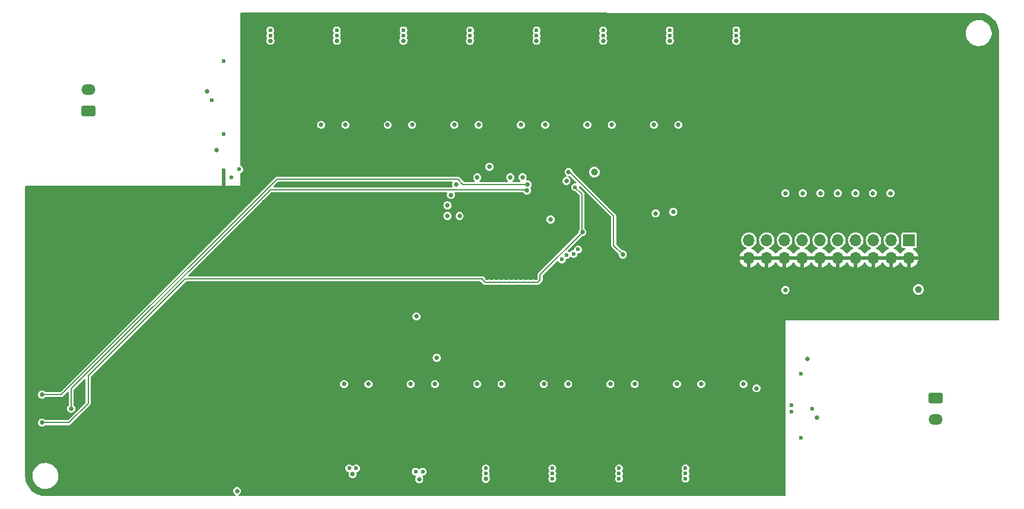
<source format=gbr>
%TF.GenerationSoftware,KiCad,Pcbnew,7.0.11-rc3*%
%TF.CreationDate,2025-03-16T23:24:32+08:00*%
%TF.ProjectId,BQ79616_BMS_14Ch,42513739-3631-4365-9f42-4d535f313443,V1.2*%
%TF.SameCoordinates,Original*%
%TF.FileFunction,Copper,L3,Inr*%
%TF.FilePolarity,Positive*%
%FSLAX46Y46*%
G04 Gerber Fmt 4.6, Leading zero omitted, Abs format (unit mm)*
G04 Created by KiCad (PCBNEW 7.0.11-rc3) date 2025-03-16 23:24:32*
%MOMM*%
%LPD*%
G01*
G04 APERTURE LIST*
G04 Aperture macros list*
%AMRoundRect*
0 Rectangle with rounded corners*
0 $1 Rounding radius*
0 $2 $3 $4 $5 $6 $7 $8 $9 X,Y pos of 4 corners*
0 Add a 4 corners polygon primitive as box body*
4,1,4,$2,$3,$4,$5,$6,$7,$8,$9,$2,$3,0*
0 Add four circle primitives for the rounded corners*
1,1,$1+$1,$2,$3*
1,1,$1+$1,$4,$5*
1,1,$1+$1,$6,$7*
1,1,$1+$1,$8,$9*
0 Add four rect primitives between the rounded corners*
20,1,$1+$1,$2,$3,$4,$5,0*
20,1,$1+$1,$4,$5,$6,$7,0*
20,1,$1+$1,$6,$7,$8,$9,0*
20,1,$1+$1,$8,$9,$2,$3,0*%
G04 Aperture macros list end*
%TA.AperFunction,ComponentPad*%
%ADD10C,1.000000*%
%TD*%
%TA.AperFunction,ComponentPad*%
%ADD11RoundRect,0.250001X0.759999X-0.499999X0.759999X0.499999X-0.759999X0.499999X-0.759999X-0.499999X0*%
%TD*%
%TA.AperFunction,ComponentPad*%
%ADD12O,2.020000X1.500000*%
%TD*%
%TA.AperFunction,ComponentPad*%
%ADD13R,1.700000X1.700000*%
%TD*%
%TA.AperFunction,ComponentPad*%
%ADD14O,1.700000X1.700000*%
%TD*%
%TA.AperFunction,ComponentPad*%
%ADD15RoundRect,0.250001X-0.759999X0.499999X-0.759999X-0.499999X0.759999X-0.499999X0.759999X0.499999X0*%
%TD*%
%TA.AperFunction,ViaPad*%
%ADD16C,0.650000*%
%TD*%
%TA.AperFunction,ViaPad*%
%ADD17C,0.600000*%
%TD*%
%TA.AperFunction,Conductor*%
%ADD18C,0.500000*%
%TD*%
%TA.AperFunction,Conductor*%
%ADD19C,0.200000*%
%TD*%
G04 APERTURE END LIST*
D10*
%TO.N,/CVDD_A*%
%TO.C,TP2*%
X161750000Y-83250000D03*
%TD*%
%TO.N,GND1*%
%TO.C,TP3*%
X214750000Y-94000000D03*
%TD*%
D11*
%TO.N,Net-(J5-Pin_1)*%
%TO.C,J5*%
X89570000Y-74500000D03*
D12*
%TO.N,Net-(J5-Pin_2)*%
X89570000Y-71500000D03*
%TD*%
D10*
%TO.N,/TSREF_A*%
%TO.C,TP4*%
X208000000Y-100000000D03*
%TD*%
D13*
%TO.N,unconnected-(J1-Pin_1-Pad1)*%
%TO.C,J1*%
X206660000Y-92960000D03*
D14*
%TO.N,GND1*%
X206660000Y-95500000D03*
%TO.N,/TH_A1*%
X204120000Y-92960000D03*
%TO.N,GND1*%
X204120000Y-95500000D03*
%TO.N,/TH_A2*%
X201580000Y-92960000D03*
%TO.N,GND1*%
X201580000Y-95500000D03*
%TO.N,/TH_A3*%
X199040000Y-92960000D03*
%TO.N,GND1*%
X199040000Y-95500000D03*
%TO.N,/TH_A4*%
X196500000Y-92960000D03*
%TO.N,GND1*%
X196500000Y-95500000D03*
%TO.N,/TH_A5*%
X193960000Y-92960000D03*
%TO.N,GND1*%
X193960000Y-95500000D03*
%TO.N,/TH_A6*%
X191420000Y-92960000D03*
%TO.N,GND1*%
X191420000Y-95500000D03*
%TO.N,/TH_A7*%
X188880000Y-92960000D03*
%TO.N,GND1*%
X188880000Y-95500000D03*
%TO.N,unconnected-(J1-Pin_17-Pad17)*%
X186340000Y-92960000D03*
%TO.N,GND1*%
X186340000Y-95500000D03*
%TO.N,unconnected-(J1-Pin_19-Pad19)*%
X183800000Y-92960000D03*
%TO.N,GND1*%
X183800000Y-95500000D03*
%TD*%
D15*
%TO.N,Net-(J4-Pin_1)*%
%TO.C,J4*%
X210430000Y-115500000D03*
D12*
%TO.N,Net-(J4-Pin_2)*%
X210430000Y-118500000D03*
%TD*%
D16*
%TO.N,/VC_A0*%
X184900000Y-114100000D03*
X183025000Y-113500000D03*
D17*
%TO.N,GND1*%
X187975000Y-65800000D03*
X147800000Y-94200000D03*
X175975000Y-63800000D03*
X165900000Y-98200000D03*
X93975000Y-119800000D03*
X217975000Y-65800000D03*
X167975000Y-109800000D03*
X119975000Y-119800000D03*
X108800000Y-87400000D03*
X111975000Y-113800000D03*
X185400000Y-103600000D03*
X163500000Y-96200000D03*
X115975000Y-79800000D03*
X148500000Y-97000000D03*
X205975000Y-81800000D03*
X215975000Y-95800000D03*
X205975000Y-101800000D03*
X207975000Y-87800000D03*
X149975000Y-125800000D03*
X91975000Y-101800000D03*
X107975000Y-109800000D03*
X105975000Y-115800000D03*
X109975000Y-99800000D03*
X149975000Y-111800000D03*
X123975000Y-103800000D03*
X179975000Y-61800000D03*
X165100000Y-98200000D03*
X95975000Y-99800000D03*
X107975000Y-107800000D03*
X169975000Y-83800000D03*
X191200000Y-102400000D03*
X175975000Y-119800000D03*
X171975000Y-125800000D03*
X168400000Y-93400000D03*
X215975000Y-89800000D03*
X87975000Y-99800000D03*
X153400000Y-92800000D03*
X137975000Y-119800000D03*
X99975000Y-91800000D03*
X165975000Y-119800000D03*
X162700000Y-97000000D03*
X197975000Y-69800000D03*
X167975000Y-99800000D03*
X97975000Y-121800000D03*
X152000000Y-98400000D03*
X193975000Y-81800000D03*
X127975000Y-97800000D03*
X205975000Y-89800000D03*
X155975000Y-85800000D03*
X116200000Y-89100000D03*
X113400000Y-86300000D03*
X191975000Y-61800000D03*
X192825000Y-117000000D03*
X87975000Y-91800000D03*
X167600000Y-92600000D03*
X165975000Y-107800000D03*
X93975000Y-93800000D03*
X121975000Y-111800000D03*
X161975000Y-125800000D03*
X123975000Y-105800000D03*
X131975000Y-125800000D03*
X174400000Y-96800000D03*
X159975000Y-63800000D03*
X137975000Y-61800000D03*
X117975000Y-109800000D03*
X209975000Y-95800000D03*
X197975000Y-77800000D03*
X165975000Y-61800000D03*
X99975000Y-105800000D03*
X143975000Y-77800000D03*
X165975000Y-83800000D03*
X99975000Y-87800000D03*
X147100000Y-97700000D03*
X211975000Y-103800000D03*
X89975000Y-93800000D03*
X149900000Y-97700000D03*
X166800000Y-91800000D03*
X207975000Y-73800000D03*
X125975000Y-81800000D03*
X184200000Y-126800000D03*
X151975000Y-121800000D03*
X177975000Y-101800000D03*
X211975000Y-101800000D03*
X199975000Y-101800000D03*
X115975000Y-105800000D03*
X155975000Y-69800000D03*
X105975000Y-105800000D03*
X185975000Y-125800000D03*
X177975000Y-89800000D03*
X83975000Y-99800000D03*
X127975000Y-61800000D03*
X145975000Y-69800000D03*
X120200000Y-93100000D03*
X169975000Y-61800000D03*
X159975000Y-61800000D03*
X113975000Y-117800000D03*
X141000000Y-82200000D03*
X119975000Y-99800000D03*
X83975000Y-89800000D03*
X155400000Y-106100000D03*
X197975000Y-73800000D03*
X133975000Y-69800000D03*
X139975000Y-61800000D03*
X113975000Y-119800000D03*
X183975000Y-77800000D03*
X143975000Y-119800000D03*
X149975000Y-109800000D03*
X199975000Y-65800000D03*
X138400000Y-88000000D03*
X207975000Y-97800000D03*
X150600000Y-97700000D03*
X87975000Y-125800000D03*
X171975000Y-61800000D03*
X129975000Y-125800000D03*
X195975000Y-73800000D03*
X166000000Y-91800000D03*
X153400000Y-97700000D03*
X85975000Y-125800000D03*
X143975000Y-125800000D03*
X164300000Y-99000000D03*
X137600000Y-89600000D03*
X129400000Y-102300000D03*
X111975000Y-65800000D03*
X140200000Y-83000000D03*
X81975000Y-123800000D03*
X160200000Y-98200000D03*
X150600000Y-96300000D03*
X89975000Y-87800000D03*
X119975000Y-81800000D03*
X209975000Y-85800000D03*
X99975000Y-109800000D03*
X119975000Y-101800000D03*
X163975000Y-101800000D03*
X175600000Y-96800000D03*
X201975000Y-103800000D03*
X119975000Y-79800000D03*
X175975000Y-89800000D03*
X181975000Y-83800000D03*
X181975000Y-119800000D03*
X89975000Y-91800000D03*
X115975000Y-97800000D03*
X95975000Y-93800000D03*
X185975000Y-85800000D03*
X173200000Y-96800000D03*
X85975000Y-121800000D03*
X166700000Y-99000000D03*
X103975000Y-99800000D03*
X164300000Y-98200000D03*
X103975000Y-111800000D03*
X115975000Y-81800000D03*
X109975000Y-93800000D03*
X149200000Y-97700000D03*
X89975000Y-117800000D03*
X113975000Y-113800000D03*
X165200000Y-92600000D03*
X168400000Y-92600000D03*
X177975000Y-121800000D03*
X162800000Y-92600000D03*
X148500000Y-92800000D03*
X205975000Y-103800000D03*
X119975000Y-63800000D03*
X148200000Y-82600000D03*
X213975000Y-95800000D03*
X147800000Y-96300000D03*
X201975000Y-65800000D03*
X113975000Y-61800000D03*
X191200000Y-104000000D03*
X85975000Y-123800000D03*
X145975000Y-63800000D03*
X125975000Y-109800000D03*
X151300000Y-96300000D03*
X197975000Y-65800000D03*
X203975000Y-67800000D03*
X205975000Y-67800000D03*
X189975000Y-77800000D03*
X119975000Y-109800000D03*
X171975000Y-127800000D03*
X133975000Y-121800000D03*
X101975000Y-101800000D03*
X123975000Y-101800000D03*
X152000000Y-95600000D03*
X151975000Y-61800000D03*
X155975000Y-71800000D03*
X183975000Y-99800000D03*
X153975000Y-109800000D03*
X153975000Y-125800000D03*
X181975000Y-69800000D03*
X91975000Y-91800000D03*
X81975000Y-89800000D03*
X211975000Y-89800000D03*
X97975000Y-127800000D03*
X177975000Y-111800000D03*
X113975000Y-121800000D03*
X152700000Y-97000000D03*
X89975000Y-127800000D03*
X143975000Y-75800000D03*
X183975000Y-85800000D03*
X103975000Y-89800000D03*
X157975000Y-127800000D03*
X129975000Y-91800000D03*
X203975000Y-65800000D03*
X205975000Y-85800000D03*
X152000000Y-92800000D03*
X159975000Y-111800000D03*
X148400000Y-83200000D03*
X189975000Y-73800000D03*
X133800000Y-106100000D03*
X87975000Y-121800000D03*
X149200000Y-92800000D03*
X151300000Y-93500000D03*
X166700000Y-99800000D03*
X155975000Y-63800000D03*
X195975000Y-69800000D03*
X169975000Y-67800000D03*
X121975000Y-105800000D03*
X205975000Y-69800000D03*
X169975000Y-121800000D03*
X215975000Y-91800000D03*
X121975000Y-81800000D03*
X113975000Y-67800000D03*
X85975000Y-91800000D03*
X117975000Y-71800000D03*
X123975000Y-67800000D03*
X89975000Y-121800000D03*
X183975000Y-61800000D03*
X123975000Y-107800000D03*
X147975000Y-61800000D03*
X191975000Y-77800000D03*
X162700000Y-96200000D03*
X147800000Y-97700000D03*
X150600000Y-97000000D03*
X197975000Y-89800000D03*
X159975000Y-121800000D03*
X170800000Y-96800000D03*
X185975000Y-69800000D03*
X105975000Y-127800000D03*
X189975000Y-101800000D03*
X147800000Y-92800000D03*
X148500000Y-98400000D03*
X185975000Y-73800000D03*
X117975000Y-107800000D03*
X101975000Y-109800000D03*
X173975000Y-85800000D03*
X147100000Y-97000000D03*
X95975000Y-85800000D03*
X95975000Y-97800000D03*
X109975000Y-113800000D03*
X97975000Y-93800000D03*
X171975000Y-69800000D03*
X166800000Y-92600000D03*
X165200000Y-91800000D03*
X140200000Y-82200000D03*
X117975000Y-61800000D03*
X165100000Y-99000000D03*
X95975000Y-95800000D03*
X161900000Y-97000000D03*
X165975000Y-101800000D03*
X121975000Y-99800000D03*
X163600000Y-91800000D03*
X105975000Y-91800000D03*
X139800000Y-106100000D03*
X117800000Y-90700000D03*
X122600000Y-95500000D03*
X87975000Y-123800000D03*
X179975000Y-89800000D03*
X149975000Y-107800000D03*
X141975000Y-69800000D03*
X147975000Y-121800000D03*
X147100000Y-91400000D03*
X187000000Y-111200000D03*
X111975000Y-115800000D03*
X203975000Y-101800000D03*
X167975000Y-107800000D03*
X117975000Y-87800000D03*
X108800000Y-85800000D03*
X201975000Y-101800000D03*
X146400000Y-92100000D03*
X165200000Y-93400000D03*
X179975000Y-127800000D03*
X167975000Y-63800000D03*
X107975000Y-115800000D03*
X193975000Y-73800000D03*
X205975000Y-61800000D03*
X177975000Y-85800000D03*
X161900000Y-96200000D03*
X115975000Y-117800000D03*
X97975000Y-89800000D03*
X209975000Y-65800000D03*
X127975000Y-111800000D03*
X121975000Y-107800000D03*
X152700000Y-92800000D03*
X117975000Y-69800000D03*
X191975000Y-73800000D03*
X93975000Y-127800000D03*
X119975000Y-97800000D03*
X132600000Y-105500000D03*
X161975000Y-67800000D03*
X109975000Y-87800000D03*
X201975000Y-73800000D03*
X135975000Y-61800000D03*
X115975000Y-99800000D03*
X159900000Y-105300000D03*
X89975000Y-97800000D03*
X181975000Y-85800000D03*
X163975000Y-109800000D03*
X143975000Y-121800000D03*
X209975000Y-99800000D03*
X161975000Y-61800000D03*
X125975000Y-79800000D03*
X187975000Y-69800000D03*
X97975000Y-107800000D03*
X151300000Y-97700000D03*
X162800000Y-91800000D03*
X125975000Y-95800000D03*
X101975000Y-121800000D03*
X99975000Y-125800000D03*
X113975000Y-123800000D03*
X123975000Y-109800000D03*
X163975000Y-107800000D03*
X156600000Y-106100000D03*
X127975000Y-121800000D03*
X139975000Y-99800000D03*
X85975000Y-87800000D03*
X209975000Y-77800000D03*
X169975000Y-111800000D03*
X163975000Y-111800000D03*
X99975000Y-123800000D03*
X109975000Y-85800000D03*
X137975000Y-63800000D03*
X93975000Y-125800000D03*
X147100000Y-96300000D03*
X147100000Y-94200000D03*
X175975000Y-61800000D03*
X137800000Y-83400000D03*
X127800000Y-100700000D03*
X169600000Y-96800000D03*
X97975000Y-105800000D03*
X159400000Y-97400000D03*
X83975000Y-123800000D03*
X155975000Y-119800000D03*
X101975000Y-95800000D03*
X101975000Y-125800000D03*
X146400000Y-93500000D03*
X193975000Y-67800000D03*
X91975000Y-89800000D03*
X213975000Y-63800000D03*
X185975000Y-127800000D03*
X187975000Y-73800000D03*
X103975000Y-125800000D03*
X83975000Y-85800000D03*
X183975000Y-69800000D03*
X107975000Y-117800000D03*
X169975000Y-107800000D03*
X189975000Y-81800000D03*
X107975000Y-99800000D03*
X128600000Y-101500000D03*
X103975000Y-107800000D03*
X153400000Y-98400000D03*
X173975000Y-111800000D03*
X101975000Y-123800000D03*
X179975000Y-85800000D03*
X137600000Y-86400000D03*
X203975000Y-69800000D03*
X143975000Y-117800000D03*
X147800000Y-95600000D03*
X184600000Y-102800000D03*
X186200000Y-104400000D03*
X97975000Y-95800000D03*
X163975000Y-83800000D03*
X152700000Y-94900000D03*
X101975000Y-127800000D03*
X105975000Y-125800000D03*
X209975000Y-97800000D03*
X87975000Y-89800000D03*
X103975000Y-109800000D03*
X93975000Y-113800000D03*
X157975000Y-121800000D03*
X131975000Y-91800000D03*
X153400000Y-93500000D03*
X133975000Y-111800000D03*
X181975000Y-89800000D03*
X107175000Y-73000000D03*
X207975000Y-85800000D03*
X189975000Y-61800000D03*
X141975000Y-99800000D03*
X148200000Y-106100000D03*
X165100000Y-96100000D03*
X211975000Y-97800000D03*
X87975000Y-87800000D03*
X117975000Y-119800000D03*
X199975000Y-81800000D03*
X115975000Y-107800000D03*
X125000000Y-97900000D03*
X131975000Y-63800000D03*
X107975000Y-89800000D03*
X173975000Y-109800000D03*
X167975000Y-125800000D03*
X201975000Y-69800000D03*
X217975000Y-95800000D03*
X197975000Y-61800000D03*
X211975000Y-67800000D03*
X163600000Y-92600000D03*
X147800000Y-94900000D03*
X121975000Y-91800000D03*
X121800000Y-94700000D03*
X81975000Y-99800000D03*
X151975000Y-109800000D03*
X129975000Y-67800000D03*
X93975000Y-117800000D03*
X113975000Y-65800000D03*
X125975000Y-103800000D03*
X179975000Y-67800000D03*
X103975000Y-123800000D03*
X130200000Y-103100000D03*
X189975000Y-67800000D03*
X89975000Y-119800000D03*
X209975000Y-101800000D03*
X187000000Y-107600000D03*
X111975000Y-61800000D03*
X154100000Y-82600000D03*
X149900000Y-93500000D03*
X133975000Y-125800000D03*
X169975000Y-85800000D03*
X127975000Y-105800000D03*
X93975000Y-103800000D03*
X119975000Y-121800000D03*
X93975000Y-85800000D03*
X89975000Y-95800000D03*
X195975000Y-65800000D03*
X108800000Y-83000000D03*
X207975000Y-101800000D03*
X179975000Y-83800000D03*
X167975000Y-121800000D03*
X105975000Y-89800000D03*
X185975000Y-101800000D03*
X181975000Y-125800000D03*
X83975000Y-121800000D03*
X217975000Y-93800000D03*
X124200000Y-97100000D03*
X107975000Y-111800000D03*
X125975000Y-77800000D03*
X205975000Y-97800000D03*
X147100000Y-92100000D03*
X139400000Y-83000000D03*
X131975000Y-121800000D03*
X179975000Y-121800000D03*
X85975000Y-85800000D03*
X81975000Y-93800000D03*
X83975000Y-95800000D03*
X109975000Y-103800000D03*
X131975000Y-123800000D03*
X159975000Y-125800000D03*
X87975000Y-95800000D03*
X129975000Y-87800000D03*
X205975000Y-65800000D03*
X107975000Y-103800000D03*
X197975000Y-81800000D03*
X151975000Y-111800000D03*
X97975000Y-87800000D03*
X123975000Y-69800000D03*
X138400000Y-86400000D03*
X181975000Y-121800000D03*
X213975000Y-97800000D03*
X113975000Y-91800000D03*
X166000000Y-96800000D03*
X179975000Y-109800000D03*
X129975000Y-107800000D03*
X95975000Y-123800000D03*
X157975000Y-107800000D03*
X97975000Y-97800000D03*
X178000000Y-96800000D03*
X115975000Y-123800000D03*
X213975000Y-99800000D03*
X145975000Y-111800000D03*
X167975000Y-101800000D03*
X161975000Y-69800000D03*
X107975000Y-113800000D03*
X121975000Y-61800000D03*
X91975000Y-93800000D03*
X175975000Y-105800000D03*
X217975000Y-99800000D03*
X151975000Y-67800000D03*
X153400000Y-94200000D03*
X105975000Y-97800000D03*
X193975000Y-101800000D03*
X143400000Y-82200000D03*
X115975000Y-61800000D03*
X101975000Y-89800000D03*
X197975000Y-103800000D03*
X91975000Y-119800000D03*
X185975000Y-97800000D03*
X187975000Y-61800000D03*
X105975000Y-107800000D03*
X217975000Y-89800000D03*
X199975000Y-61800000D03*
X167975000Y-61800000D03*
X168400000Y-96800000D03*
X147100000Y-94900000D03*
X163500000Y-97000000D03*
X117975000Y-111800000D03*
X171975000Y-101800000D03*
X179975000Y-105800000D03*
X181400000Y-99600000D03*
X152700000Y-96300000D03*
X127975000Y-119800000D03*
X129975000Y-99800000D03*
X131800000Y-104700000D03*
X139975000Y-125800000D03*
X95975000Y-87800000D03*
X113975000Y-69800000D03*
X152400000Y-82600000D03*
X97975000Y-85800000D03*
X103975000Y-101800000D03*
X152000000Y-97000000D03*
X165975000Y-111800000D03*
X99975000Y-107800000D03*
X183975000Y-89800000D03*
X117975000Y-105800000D03*
X183800000Y-102000000D03*
X129975000Y-61800000D03*
X111975000Y-121800000D03*
X209975000Y-69800000D03*
X152700000Y-94200000D03*
X105975000Y-87800000D03*
X149200000Y-93500000D03*
X191200000Y-112000000D03*
X181975000Y-77800000D03*
X171975000Y-121800000D03*
X119975000Y-89800000D03*
X119975000Y-113800000D03*
X109975000Y-95800000D03*
X146400000Y-96300000D03*
X113975000Y-95800000D03*
X150600000Y-98400000D03*
X145975000Y-61800000D03*
X199975000Y-73800000D03*
X101975000Y-93800000D03*
X117000000Y-89900000D03*
X99975000Y-119800000D03*
X105975000Y-85800000D03*
X152700000Y-97700000D03*
X115975000Y-77800000D03*
X99975000Y-121800000D03*
X201975000Y-61800000D03*
X203975000Y-81800000D03*
X147800000Y-91400000D03*
X187975000Y-67800000D03*
X149900000Y-92800000D03*
X91975000Y-121800000D03*
X143975000Y-99800000D03*
X203975000Y-77800000D03*
X125975000Y-61800000D03*
X129975000Y-63800000D03*
X146400000Y-95600000D03*
X185975000Y-65800000D03*
X153975000Y-61800000D03*
X191975000Y-81800000D03*
X187000000Y-108800000D03*
X153400000Y-94900000D03*
X162800000Y-93400000D03*
X93975000Y-89800000D03*
X147975000Y-125800000D03*
X95975000Y-101800000D03*
X85975000Y-95800000D03*
X147100000Y-98400000D03*
X113975000Y-97800000D03*
X180600000Y-98800000D03*
X189975000Y-69800000D03*
X91975000Y-125800000D03*
X197975000Y-67800000D03*
X188500000Y-116400000D03*
X146400000Y-98400000D03*
X157975000Y-109800000D03*
X95975000Y-89800000D03*
X169975000Y-109800000D03*
X133975000Y-75800000D03*
X151975000Y-69800000D03*
X147100000Y-93500000D03*
X187000000Y-106400000D03*
X175975000Y-99800000D03*
X91975000Y-95800000D03*
X115975000Y-119800000D03*
X125975000Y-87800000D03*
X151975000Y-107800000D03*
X182200000Y-100400000D03*
X97975000Y-91800000D03*
X173975000Y-107800000D03*
X81975000Y-121800000D03*
X146400000Y-92800000D03*
X149900000Y-96300000D03*
X83975000Y-87800000D03*
X129975000Y-89800000D03*
X139975000Y-101800000D03*
X211975000Y-99800000D03*
X131975000Y-87800000D03*
X111975000Y-67800000D03*
X165100000Y-99800000D03*
X177975000Y-109800000D03*
X207975000Y-81800000D03*
X129975000Y-65800000D03*
X215975000Y-103800000D03*
X89975000Y-85800000D03*
X191975000Y-69800000D03*
X95975000Y-125800000D03*
X81975000Y-97800000D03*
X209975000Y-93800000D03*
X145975000Y-71800000D03*
X141975000Y-125800000D03*
X211975000Y-95800000D03*
X203975000Y-73800000D03*
X107975000Y-105800000D03*
X213975000Y-89800000D03*
X141975000Y-121800000D03*
X164300000Y-99800000D03*
X191200000Y-121175000D03*
X187700000Y-115600000D03*
X187975000Y-103800000D03*
X125975000Y-107800000D03*
X159975000Y-67800000D03*
X177975000Y-127800000D03*
X157975000Y-111800000D03*
X105975000Y-111800000D03*
X133975000Y-103800000D03*
X103975000Y-105800000D03*
X121975000Y-67800000D03*
X119400000Y-92300000D03*
X153975000Y-111800000D03*
X215975000Y-65800000D03*
X187975000Y-89800000D03*
X97975000Y-125800000D03*
X215975000Y-99800000D03*
X168400000Y-91800000D03*
X209975000Y-73800000D03*
X89975000Y-123800000D03*
X185975000Y-67800000D03*
X207975000Y-69800000D03*
X167600000Y-91800000D03*
X115975000Y-109800000D03*
X207975000Y-65800000D03*
X117975000Y-63800000D03*
X193975000Y-65800000D03*
X161100000Y-97000000D03*
X93975000Y-101800000D03*
X195975000Y-77800000D03*
X103975000Y-87800000D03*
X175975000Y-121800000D03*
X81975000Y-95800000D03*
X157975000Y-65800000D03*
X176800000Y-96800000D03*
X154200000Y-106100000D03*
X91975000Y-85800000D03*
X191975000Y-65800000D03*
X95975000Y-121800000D03*
X175975000Y-83800000D03*
X149200000Y-98400000D03*
X115975000Y-95800000D03*
X131975000Y-111800000D03*
X193975000Y-69800000D03*
X207975000Y-77800000D03*
X169975000Y-101800000D03*
X129975000Y-121800000D03*
X179800000Y-98000000D03*
X129975000Y-81800000D03*
X107975000Y-95800000D03*
X101975000Y-85800000D03*
X147100000Y-95600000D03*
X137975000Y-121800000D03*
X167975000Y-127800000D03*
X123975000Y-61800000D03*
X87975000Y-97800000D03*
X83975000Y-93800000D03*
X185975000Y-83800000D03*
X152000000Y-94200000D03*
X151800000Y-106100000D03*
X142600000Y-82200000D03*
X211975000Y-91800000D03*
X111975000Y-117800000D03*
X187975000Y-127800000D03*
X123975000Y-111800000D03*
X179975000Y-101800000D03*
X173975000Y-101800000D03*
X137400000Y-106100000D03*
X131975000Y-89800000D03*
X117975000Y-97800000D03*
X109975000Y-97800000D03*
X157975000Y-125800000D03*
X217975000Y-101800000D03*
X181975000Y-93800000D03*
X175975000Y-101800000D03*
X142200000Y-106100000D03*
X179975000Y-63800000D03*
X105975000Y-103800000D03*
X167975000Y-65800000D03*
X179975000Y-107800000D03*
X109975000Y-111800000D03*
X93975000Y-99800000D03*
X146400000Y-97700000D03*
X103975000Y-85800000D03*
X113975000Y-101800000D03*
X101975000Y-103800000D03*
X117975000Y-99800000D03*
X95975000Y-91800000D03*
X93975000Y-97800000D03*
X99975000Y-97800000D03*
X177975000Y-105800000D03*
X121975000Y-79800000D03*
X91975000Y-87800000D03*
X87975000Y-85800000D03*
X111975000Y-111800000D03*
X91975000Y-115800000D03*
X108800000Y-86600000D03*
X195975000Y-67800000D03*
X165975000Y-109800000D03*
X147800000Y-93500000D03*
X131975000Y-101800000D03*
X149975000Y-67800000D03*
X199975000Y-77800000D03*
X183000000Y-101200000D03*
X177975000Y-63800000D03*
X167975000Y-67800000D03*
X137975000Y-99800000D03*
X207975000Y-67800000D03*
X99975000Y-103800000D03*
X99975000Y-95800000D03*
X149975000Y-121800000D03*
X159000000Y-106100000D03*
X115975000Y-101800000D03*
X187000000Y-112400000D03*
X177975000Y-107800000D03*
X183975000Y-73800000D03*
X148500000Y-93500000D03*
X171975000Y-99800000D03*
X113975000Y-103800000D03*
X93975000Y-115800000D03*
X119975000Y-65800000D03*
X121975000Y-101800000D03*
X91975000Y-113800000D03*
X166000000Y-92600000D03*
X85975000Y-99800000D03*
X181975000Y-127800000D03*
X117975000Y-95800000D03*
X150600000Y-106100000D03*
X161975000Y-121800000D03*
X131975000Y-61800000D03*
X85975000Y-97800000D03*
X149900000Y-97000000D03*
X138600000Y-85000000D03*
X195975000Y-103800000D03*
X183975000Y-65800000D03*
X165900000Y-99000000D03*
X113975000Y-93800000D03*
X121975000Y-103800000D03*
X108800000Y-77800000D03*
X157975000Y-61800000D03*
X111975000Y-71800000D03*
X153400000Y-97000000D03*
X177975000Y-67800000D03*
X155975000Y-107800000D03*
X91975000Y-127800000D03*
X117975000Y-123800000D03*
X125975000Y-89800000D03*
X177975000Y-125800000D03*
X215975000Y-93800000D03*
X153400000Y-96300000D03*
X107975000Y-101800000D03*
X195975000Y-101800000D03*
X119975000Y-103800000D03*
X152700000Y-95600000D03*
X135000000Y-106100000D03*
X157975000Y-63800000D03*
X141000000Y-83000000D03*
X137800000Y-82600000D03*
X97975000Y-117800000D03*
X147800000Y-97000000D03*
X166000000Y-93400000D03*
X139975000Y-121800000D03*
X139400000Y-82200000D03*
X131975000Y-67800000D03*
X201975000Y-77800000D03*
X103975000Y-103800000D03*
X85975000Y-93800000D03*
X181975000Y-73800000D03*
X99975000Y-127800000D03*
X163975000Y-61800000D03*
X149200000Y-96300000D03*
X105975000Y-99800000D03*
X161975000Y-127800000D03*
X95975000Y-119800000D03*
X137800000Y-85000000D03*
X187000000Y-113600000D03*
X217975000Y-91800000D03*
X149200000Y-97000000D03*
X133975000Y-95800000D03*
X146400000Y-94200000D03*
X123400000Y-96300000D03*
X93975000Y-123800000D03*
X93975000Y-87800000D03*
X93975000Y-121800000D03*
X103975000Y-127800000D03*
X213975000Y-103800000D03*
X157975000Y-119800000D03*
X117975000Y-117800000D03*
X136200000Y-106100000D03*
X209975000Y-67800000D03*
X101975000Y-87800000D03*
X215975000Y-101800000D03*
X205975000Y-73800000D03*
X155975000Y-111800000D03*
X147800000Y-98400000D03*
X107975000Y-97800000D03*
X173975000Y-99800000D03*
X152000000Y-97700000D03*
X115975000Y-121800000D03*
X165975000Y-63800000D03*
X133975000Y-77800000D03*
X187000000Y-105200000D03*
X149975000Y-61800000D03*
X187975000Y-101800000D03*
X185975000Y-121800000D03*
X159975000Y-109800000D03*
X142600000Y-83000000D03*
X207975000Y-103800000D03*
X179975000Y-111800000D03*
X191975000Y-67800000D03*
X167975000Y-111800000D03*
X148500000Y-97700000D03*
X147975000Y-63800000D03*
X111975000Y-63800000D03*
X177975000Y-99800000D03*
X151300000Y-98400000D03*
X195975000Y-81800000D03*
X209975000Y-61800000D03*
X123975000Y-93800000D03*
X138600000Y-106100000D03*
X215975000Y-97800000D03*
X121975000Y-123800000D03*
X83975000Y-97800000D03*
X109975000Y-117800000D03*
X187000000Y-110000000D03*
X119975000Y-61800000D03*
X121000000Y-93900000D03*
X139975000Y-63800000D03*
X112600000Y-85500000D03*
X109975000Y-109800000D03*
X146400000Y-91400000D03*
X181975000Y-117800000D03*
X169975000Y-127800000D03*
X151300000Y-97000000D03*
X209975000Y-81800000D03*
X152000000Y-93500000D03*
X141975000Y-67800000D03*
X187000000Y-114800000D03*
X97975000Y-123800000D03*
X199975000Y-69800000D03*
X113975000Y-99800000D03*
X165975000Y-121800000D03*
X115975000Y-115800000D03*
X91975000Y-99800000D03*
X161100000Y-96200000D03*
X151300000Y-92800000D03*
X201975000Y-81800000D03*
X109975000Y-105800000D03*
X95975000Y-127800000D03*
X127975000Y-107800000D03*
X183975000Y-67800000D03*
X127000000Y-99900000D03*
X207975000Y-89800000D03*
X117975000Y-101800000D03*
X103975000Y-93800000D03*
X111800000Y-84700000D03*
X97975000Y-119800000D03*
X217975000Y-103800000D03*
X217975000Y-67800000D03*
X145975000Y-109800000D03*
X159975000Y-107800000D03*
X169975000Y-123800000D03*
X213975000Y-61800000D03*
X211975000Y-61800000D03*
X166700000Y-98200000D03*
X191200000Y-103200000D03*
X87975000Y-93800000D03*
X117975000Y-121800000D03*
X138600000Y-83000000D03*
X108800000Y-67400000D03*
X209975000Y-89800000D03*
X97975000Y-99800000D03*
X143400000Y-83000000D03*
X173975000Y-83800000D03*
X131975000Y-81800000D03*
X126200000Y-99100000D03*
X137600000Y-88000000D03*
X179000000Y-97200000D03*
X166800000Y-93400000D03*
X95975000Y-115800000D03*
X118600000Y-91500000D03*
X149400000Y-106100000D03*
X169975000Y-125800000D03*
X101975000Y-111800000D03*
X155975000Y-61800000D03*
X101975000Y-105800000D03*
X150600000Y-82600000D03*
X153975000Y-107800000D03*
X93975000Y-95800000D03*
X119975000Y-111800000D03*
X109975000Y-107800000D03*
X131975000Y-93800000D03*
X105975000Y-101800000D03*
X179975000Y-125800000D03*
X109975000Y-101800000D03*
X209975000Y-91800000D03*
X143975000Y-101800000D03*
X113975000Y-107800000D03*
X173975000Y-61800000D03*
X113975000Y-115800000D03*
X131000000Y-103900000D03*
X149975000Y-63800000D03*
X103975000Y-113800000D03*
X103975000Y-91800000D03*
X99975000Y-93800000D03*
X117975000Y-103800000D03*
X111975000Y-69800000D03*
X147100000Y-92800000D03*
X125975000Y-105800000D03*
X167200000Y-96800000D03*
X109975000Y-115800000D03*
X141975000Y-61800000D03*
X148500000Y-96300000D03*
X199975000Y-103800000D03*
X115975000Y-93800000D03*
X165900000Y-99800000D03*
X183975000Y-83800000D03*
X169975000Y-99800000D03*
X138400000Y-89600000D03*
X152000000Y-96300000D03*
X93975000Y-91800000D03*
X101975000Y-107800000D03*
X144100000Y-82600000D03*
X123975000Y-121800000D03*
X111975000Y-119800000D03*
X138600000Y-82200000D03*
X89975000Y-99800000D03*
X181975000Y-61800000D03*
X141975000Y-101800000D03*
X159975000Y-127800000D03*
X146400000Y-97000000D03*
X205975000Y-77800000D03*
X115975000Y-103800000D03*
X89975000Y-89800000D03*
X143975000Y-61800000D03*
X87975000Y-127800000D03*
X141975000Y-111800000D03*
X115400000Y-88300000D03*
X99975000Y-85800000D03*
X167975000Y-83800000D03*
X146400000Y-94900000D03*
X213975000Y-101800000D03*
X85975000Y-127800000D03*
X95975000Y-117800000D03*
X105975000Y-113800000D03*
X141800000Y-83000000D03*
X143975000Y-69800000D03*
X121975000Y-109800000D03*
X91975000Y-117800000D03*
X99975000Y-89800000D03*
X167600000Y-93400000D03*
X203975000Y-61800000D03*
X177975000Y-61800000D03*
X189975000Y-103800000D03*
X199975000Y-67800000D03*
X201975000Y-67800000D03*
X141800000Y-82200000D03*
X163600000Y-93400000D03*
X151975000Y-125800000D03*
X105975000Y-109800000D03*
X197975000Y-101800000D03*
X217975000Y-97800000D03*
X179975000Y-95800000D03*
X127975000Y-63800000D03*
X81975000Y-85800000D03*
X207975000Y-61800000D03*
X185975000Y-123800000D03*
X152000000Y-94900000D03*
X81975000Y-87800000D03*
X153400000Y-95600000D03*
X187975000Y-77800000D03*
X195975000Y-61800000D03*
X209975000Y-103800000D03*
X193975000Y-77800000D03*
X114600000Y-87500000D03*
X147800000Y-92100000D03*
X141975000Y-63800000D03*
X119975000Y-105800000D03*
X121975000Y-63800000D03*
X185975000Y-77800000D03*
X139975000Y-67800000D03*
X135975000Y-97800000D03*
X152700000Y-93500000D03*
X213975000Y-91800000D03*
X83975000Y-91800000D03*
X91975000Y-123800000D03*
X189975000Y-65800000D03*
X89975000Y-125800000D03*
X101975000Y-91800000D03*
X113975000Y-105800000D03*
X85975000Y-89800000D03*
X121975000Y-121800000D03*
X185975000Y-89800000D03*
X193975000Y-61800000D03*
X91975000Y-97800000D03*
X172000000Y-96800000D03*
X107975000Y-127800000D03*
X155975000Y-109800000D03*
X152700000Y-98400000D03*
X203975000Y-103800000D03*
X141000000Y-106100000D03*
X181975000Y-97800000D03*
X209975000Y-87800000D03*
X157800000Y-106100000D03*
X169975000Y-63800000D03*
X119975000Y-107800000D03*
X147975000Y-119800000D03*
X109975000Y-119800000D03*
X193975000Y-103800000D03*
X149900000Y-98400000D03*
X185975000Y-61800000D03*
X81975000Y-91800000D03*
X205975000Y-87800000D03*
X211975000Y-93800000D03*
D16*
%TO.N,/VC_A1*%
X173525000Y-113500000D03*
X177000000Y-113500000D03*
%TO.N,/VC_A2*%
X164025000Y-113500000D03*
X167500000Y-113500000D03*
%TO.N,/VC_A3*%
X158000000Y-113500000D03*
X154525000Y-113500000D03*
%TO.N,/VC_A4*%
X148500000Y-113500000D03*
X145025000Y-113500000D03*
%TO.N,/VC_A5*%
X135525000Y-113500000D03*
X139000000Y-113500000D03*
%TO.N,/VC_A6*%
X129500000Y-113500000D03*
X126025000Y-113500000D03*
%TO.N,/VC_A7*%
X136358058Y-103841942D03*
X139250000Y-109750000D03*
%TO.N,/VC_A8*%
X122750000Y-76500000D03*
X126225000Y-76500000D03*
%TO.N,/VC_A9*%
X132250000Y-76500000D03*
X135725000Y-76500000D03*
%TO.N,/VC_A10*%
X145225000Y-76500000D03*
X141750000Y-76500000D03*
%TO.N,/VC_A11*%
X154725000Y-76500000D03*
X151250000Y-76500000D03*
%TO.N,/VC_A12*%
X160750000Y-76500000D03*
X164225000Y-76500000D03*
%TO.N,/VC_A13*%
X170250000Y-76500000D03*
X173725000Y-76500000D03*
%TO.N,/BAT_A*%
X142500000Y-89500000D03*
X173000000Y-88925000D03*
D17*
%TO.N,/CVDD_A*%
X159000000Y-85400000D03*
D16*
X82915000Y-119000000D03*
X160025000Y-91825000D03*
X170500000Y-89125000D03*
%TO.N,/TSREF_A*%
X189000000Y-100075000D03*
X158074052Y-83225000D03*
X165800000Y-95000000D03*
%TO.N,/GPIO_A1*%
X140775000Y-89500000D03*
X204000000Y-86250000D03*
%TO.N,/GPIO_A2*%
X140775000Y-88000000D03*
X201500000Y-86250000D03*
%TO.N,/GPIO_A3*%
X141275000Y-86500000D03*
X199000000Y-86250000D03*
%TO.N,/GPIO_A4*%
X142025000Y-85000000D03*
X196500000Y-86250000D03*
%TO.N,/GPIO_A5*%
X145025000Y-84000000D03*
X194000000Y-86250000D03*
%TO.N,/GPIO_A6*%
X191500000Y-86250000D03*
X146775000Y-82500000D03*
%TO.N,/GPIO_A7*%
X189000000Y-86250000D03*
X149750000Y-83975000D03*
%TO.N,/GPIO_A8*%
X151500000Y-83975000D03*
X155500000Y-90000000D03*
%TO.N,/CELL_A14*%
X182000000Y-64500000D03*
D17*
X182000000Y-63750000D03*
X182000000Y-63000000D03*
%TO.N,/CELL_A13*%
X172500000Y-63750000D03*
X172500000Y-63000000D03*
D16*
X172500000Y-64500000D03*
D17*
%TO.N,/CELL_A12*%
X163000000Y-63750000D03*
X163000000Y-63000000D03*
D16*
X163000000Y-64500000D03*
D17*
%TO.N,/CELL_A11*%
X153500000Y-63000000D03*
X153500000Y-63750000D03*
D16*
X153500000Y-64500000D03*
D17*
%TO.N,/CELL_A10*%
X144000000Y-63000000D03*
D16*
X144000000Y-64500000D03*
D17*
X144000000Y-63750000D03*
D16*
%TO.N,/CELL_A9*%
X134500000Y-64500000D03*
D17*
X134500000Y-63000000D03*
X134500000Y-63750000D03*
%TO.N,/CELL_A8*%
X125000000Y-63750000D03*
D16*
X125000000Y-64500000D03*
D17*
X125000000Y-63000000D03*
D16*
%TO.N,/CELL_A7*%
X115500000Y-64500000D03*
D17*
X115500000Y-63750000D03*
X115500000Y-63000000D03*
D16*
%TO.N,/CELL_A6*%
X127250000Y-126370837D03*
D17*
X126750000Y-125500000D03*
X127750000Y-125500000D03*
%TO.N,/CELL_A5*%
X137250000Y-126000000D03*
X136250000Y-126000000D03*
D16*
X136750000Y-127070837D03*
%TO.N,/CELL_A4*%
X146250000Y-127000000D03*
D17*
X146250000Y-125500000D03*
X146250000Y-126250000D03*
%TO.N,/CELL_A3*%
X155750000Y-127000000D03*
X155750000Y-125500000D03*
X155750000Y-126250000D03*
%TO.N,/CELL_A2*%
X165250000Y-126250000D03*
X165250000Y-125500000D03*
X165250000Y-127000000D03*
%TO.N,/CELL_A1*%
X174750000Y-125500000D03*
X174750000Y-127000000D03*
X174750000Y-126250000D03*
D16*
X110750000Y-128750000D03*
%TO.N,/RX_A*%
X82915000Y-115000000D03*
X152200000Y-85000000D03*
X157750000Y-84500000D03*
%TO.N,/TX_A*%
X152125000Y-85850000D03*
X87085000Y-117000000D03*
D17*
%TO.N,/COMHP*%
X189900000Y-116550000D03*
X159418199Y-94281801D03*
D16*
%TO.N,/COMHN*%
X193500000Y-118250000D03*
X192150000Y-109937500D03*
D17*
X189900000Y-117450000D03*
X158781801Y-94918199D03*
%TO.N,/COMLP*%
X157101165Y-95718199D03*
X111065686Y-82834314D03*
D16*
%TO.N,/COMLN*%
X107850000Y-80062500D03*
X106500000Y-71750000D03*
D17*
X157737563Y-95081801D03*
X109934314Y-83965686D03*
%TD*%
D18*
%TO.N,GND1*%
X108800000Y-83000000D02*
X108800000Y-87400000D01*
D19*
%TO.N,/CVDD_A*%
X146851471Y-99000000D02*
X146750000Y-98898529D01*
X160025000Y-91825000D02*
X160025000Y-91875000D01*
X148748529Y-99000000D02*
X148251471Y-99000000D01*
X152948529Y-99000000D02*
X152451471Y-99000000D01*
X151051471Y-99000000D02*
X150950000Y-98898529D01*
X154000000Y-97900000D02*
X154000000Y-98648529D01*
X146648529Y-99000000D02*
X146151471Y-99000000D01*
X145800000Y-98648529D02*
X145800000Y-98500000D01*
X160025000Y-91875000D02*
X154000000Y-97900000D01*
X103315686Y-98500000D02*
X89500000Y-112315686D01*
X153151471Y-99000000D02*
X153050000Y-98898529D01*
X160000000Y-86400000D02*
X159000000Y-85400000D01*
X148951471Y-99000000D02*
X148850000Y-98898529D01*
X152248529Y-99000000D02*
X151751471Y-99000000D01*
X151548529Y-99000000D02*
X151051471Y-99000000D01*
X151751471Y-99000000D02*
X151650000Y-98898529D01*
X149550000Y-98898529D02*
X149448529Y-99000000D01*
X153648529Y-99000000D02*
X153151471Y-99000000D01*
X89500000Y-112315686D02*
X89500000Y-116250000D01*
X147348529Y-99000000D02*
X146851471Y-99000000D01*
X148150000Y-98898529D02*
X148048529Y-99000000D01*
X153050000Y-98898529D02*
X152948529Y-99000000D01*
X146750000Y-98898529D02*
X146648529Y-99000000D01*
X151650000Y-98898529D02*
X151548529Y-99000000D01*
X148850000Y-98898529D02*
X148748529Y-99000000D01*
X150351471Y-99000000D02*
X150250000Y-98898529D01*
X150148529Y-99000000D02*
X149651471Y-99000000D01*
X147551471Y-99000000D02*
X147450000Y-98898529D01*
X152451471Y-99000000D02*
X152350000Y-98898529D01*
X152350000Y-98898529D02*
X152248529Y-99000000D01*
X146151471Y-99000000D02*
X145800000Y-98648529D01*
X148048529Y-99000000D02*
X147551471Y-99000000D01*
X147450000Y-98898529D02*
X147348529Y-99000000D01*
X86750000Y-119000000D02*
X82915000Y-119000000D01*
X149448529Y-99000000D02*
X148951471Y-99000000D01*
X148251471Y-99000000D02*
X148150000Y-98898529D01*
X160025000Y-91825000D02*
X160000000Y-91800000D01*
X89500000Y-116250000D02*
X86750000Y-119000000D01*
X150950000Y-98898529D02*
X150848529Y-99000000D01*
X149651471Y-99000000D02*
X149550000Y-98898529D01*
X150848529Y-99000000D02*
X150351471Y-99000000D01*
X160000000Y-91800000D02*
X160000000Y-86400000D01*
X150250000Y-98898529D02*
X150148529Y-99000000D01*
X145800000Y-98500000D02*
X103315686Y-98500000D01*
X154000000Y-98648529D02*
X153648529Y-99000000D01*
%TO.N,/TSREF_A*%
X164500000Y-93700000D02*
X164500000Y-89500000D01*
X158225000Y-83225000D02*
X158074052Y-83225000D01*
X165800000Y-95000000D02*
X164500000Y-93700000D01*
X164500000Y-89500000D02*
X158225000Y-83225000D01*
%TO.N,/RX_A*%
X85684315Y-115000000D02*
X82915000Y-115000000D01*
X142250000Y-84250000D02*
X116434315Y-84250000D01*
X116434315Y-84250000D02*
X85684315Y-115000000D01*
X152200000Y-85000000D02*
X143000000Y-85000000D01*
X143000000Y-85000000D02*
X142250000Y-84250000D01*
%TO.N,/TX_A*%
X152125000Y-85850000D02*
X152025000Y-85750000D01*
X152025000Y-85750000D02*
X115500001Y-85750000D01*
X87085000Y-114165000D02*
X87085000Y-117000000D01*
X115500001Y-85750000D02*
X87085000Y-114165000D01*
%TD*%
%TA.AperFunction,Conductor*%
%TO.N,GND1*%
G36*
X141449022Y-84620185D02*
G01*
X141494777Y-84672989D01*
X141504721Y-84742147D01*
X141496544Y-84771949D01*
X141488972Y-84790233D01*
X141464313Y-84849763D01*
X141464312Y-84849765D01*
X141444534Y-84999999D01*
X141444534Y-85000000D01*
X141464312Y-85150234D01*
X141464313Y-85150236D01*
X141479880Y-85187819D01*
X141496544Y-85228047D01*
X141504013Y-85297516D01*
X141472738Y-85359996D01*
X141412649Y-85395648D01*
X141381983Y-85399500D01*
X116079859Y-85399500D01*
X116012820Y-85379815D01*
X115967065Y-85327011D01*
X115957121Y-85257853D01*
X115986146Y-85194297D01*
X115992178Y-85187819D01*
X116543178Y-84636819D01*
X116604501Y-84603334D01*
X116630859Y-84600500D01*
X141381983Y-84600500D01*
X141449022Y-84620185D01*
G37*
%TD.AperFunction*%
%TA.AperFunction,Conductor*%
G36*
X185880507Y-95290156D02*
G01*
X185840000Y-95428111D01*
X185840000Y-95571889D01*
X185880507Y-95709844D01*
X185906314Y-95750000D01*
X184233686Y-95750000D01*
X184259493Y-95709844D01*
X184300000Y-95571889D01*
X184300000Y-95428111D01*
X184259493Y-95290156D01*
X184233686Y-95250000D01*
X185906314Y-95250000D01*
X185880507Y-95290156D01*
G37*
%TD.AperFunction*%
%TA.AperFunction,Conductor*%
G36*
X188420507Y-95290156D02*
G01*
X188380000Y-95428111D01*
X188380000Y-95571889D01*
X188420507Y-95709844D01*
X188446314Y-95750000D01*
X186773686Y-95750000D01*
X186799493Y-95709844D01*
X186840000Y-95571889D01*
X186840000Y-95428111D01*
X186799493Y-95290156D01*
X186773686Y-95250000D01*
X188446314Y-95250000D01*
X188420507Y-95290156D01*
G37*
%TD.AperFunction*%
%TA.AperFunction,Conductor*%
G36*
X190960507Y-95290156D02*
G01*
X190920000Y-95428111D01*
X190920000Y-95571889D01*
X190960507Y-95709844D01*
X190986314Y-95750000D01*
X189313686Y-95750000D01*
X189339493Y-95709844D01*
X189380000Y-95571889D01*
X189380000Y-95428111D01*
X189339493Y-95290156D01*
X189313686Y-95250000D01*
X190986314Y-95250000D01*
X190960507Y-95290156D01*
G37*
%TD.AperFunction*%
%TA.AperFunction,Conductor*%
G36*
X193500507Y-95290156D02*
G01*
X193460000Y-95428111D01*
X193460000Y-95571889D01*
X193500507Y-95709844D01*
X193526314Y-95750000D01*
X191853686Y-95750000D01*
X191879493Y-95709844D01*
X191920000Y-95571889D01*
X191920000Y-95428111D01*
X191879493Y-95290156D01*
X191853686Y-95250000D01*
X193526314Y-95250000D01*
X193500507Y-95290156D01*
G37*
%TD.AperFunction*%
%TA.AperFunction,Conductor*%
G36*
X196040507Y-95290156D02*
G01*
X196000000Y-95428111D01*
X196000000Y-95571889D01*
X196040507Y-95709844D01*
X196066314Y-95750000D01*
X194393686Y-95750000D01*
X194419493Y-95709844D01*
X194460000Y-95571889D01*
X194460000Y-95428111D01*
X194419493Y-95290156D01*
X194393686Y-95250000D01*
X196066314Y-95250000D01*
X196040507Y-95290156D01*
G37*
%TD.AperFunction*%
%TA.AperFunction,Conductor*%
G36*
X198580507Y-95290156D02*
G01*
X198540000Y-95428111D01*
X198540000Y-95571889D01*
X198580507Y-95709844D01*
X198606314Y-95750000D01*
X196933686Y-95750000D01*
X196959493Y-95709844D01*
X197000000Y-95571889D01*
X197000000Y-95428111D01*
X196959493Y-95290156D01*
X196933686Y-95250000D01*
X198606314Y-95250000D01*
X198580507Y-95290156D01*
G37*
%TD.AperFunction*%
%TA.AperFunction,Conductor*%
G36*
X201120507Y-95290156D02*
G01*
X201080000Y-95428111D01*
X201080000Y-95571889D01*
X201120507Y-95709844D01*
X201146314Y-95750000D01*
X199473686Y-95750000D01*
X199499493Y-95709844D01*
X199540000Y-95571889D01*
X199540000Y-95428111D01*
X199499493Y-95290156D01*
X199473686Y-95250000D01*
X201146314Y-95250000D01*
X201120507Y-95290156D01*
G37*
%TD.AperFunction*%
%TA.AperFunction,Conductor*%
G36*
X203660507Y-95290156D02*
G01*
X203620000Y-95428111D01*
X203620000Y-95571889D01*
X203660507Y-95709844D01*
X203686314Y-95750000D01*
X202013686Y-95750000D01*
X202039493Y-95709844D01*
X202080000Y-95571889D01*
X202080000Y-95428111D01*
X202039493Y-95290156D01*
X202013686Y-95250000D01*
X203686314Y-95250000D01*
X203660507Y-95290156D01*
G37*
%TD.AperFunction*%
%TA.AperFunction,Conductor*%
G36*
X206200507Y-95290156D02*
G01*
X206160000Y-95428111D01*
X206160000Y-95571889D01*
X206200507Y-95709844D01*
X206226314Y-95750000D01*
X204553686Y-95750000D01*
X204579493Y-95709844D01*
X204620000Y-95571889D01*
X204620000Y-95428111D01*
X204579493Y-95290156D01*
X204553686Y-95250000D01*
X206226314Y-95250000D01*
X206200507Y-95290156D01*
G37*
%TD.AperFunction*%
%TA.AperFunction,Conductor*%
G36*
X216518102Y-60504659D02*
G01*
X216518123Y-60504662D01*
X216529939Y-60504662D01*
X216592381Y-60504662D01*
X216599269Y-60504856D01*
X216913524Y-60522507D01*
X216927331Y-60524063D01*
X217234172Y-60576199D01*
X217247710Y-60579289D01*
X217546796Y-60665457D01*
X217559896Y-60670041D01*
X217847445Y-60789150D01*
X217859967Y-60795180D01*
X218132365Y-60945731D01*
X218144129Y-60953124D01*
X218397960Y-61133227D01*
X218408832Y-61141897D01*
X218640889Y-61349278D01*
X218650721Y-61359110D01*
X218780330Y-61504141D01*
X218856113Y-61588942D01*
X218858102Y-61591167D01*
X218866772Y-61602039D01*
X219046875Y-61855870D01*
X219054270Y-61867639D01*
X219129545Y-62003836D01*
X219204817Y-62140029D01*
X219210851Y-62152558D01*
X219329955Y-62440096D01*
X219334545Y-62453213D01*
X219420706Y-62752274D01*
X219423800Y-62765830D01*
X219475935Y-63072663D01*
X219477492Y-63086481D01*
X219493093Y-63364220D01*
X219495102Y-63399993D01*
X219495142Y-63400696D01*
X219495337Y-63407650D01*
X219495337Y-104276000D01*
X219475652Y-104343039D01*
X219422848Y-104388794D01*
X219371337Y-104400000D01*
X189000000Y-104400000D01*
X189000000Y-129371337D01*
X188980315Y-129438376D01*
X188927511Y-129484131D01*
X188876000Y-129495337D01*
X111077842Y-129495337D01*
X111010803Y-129475652D01*
X110965048Y-129422848D01*
X110955104Y-129353690D01*
X110984129Y-129290134D01*
X111030388Y-129256776D01*
X111030719Y-129256638D01*
X111040233Y-129252698D01*
X111160451Y-129160451D01*
X111252698Y-129040233D01*
X111310687Y-128900236D01*
X111330466Y-128750000D01*
X111310687Y-128599764D01*
X111252698Y-128459767D01*
X111160451Y-128339549D01*
X111040233Y-128247302D01*
X111040229Y-128247300D01*
X110900236Y-128189313D01*
X110900234Y-128189312D01*
X110750001Y-128169534D01*
X110749999Y-128169534D01*
X110599765Y-128189312D01*
X110599763Y-128189313D01*
X110459770Y-128247300D01*
X110459767Y-128247301D01*
X110459767Y-128247302D01*
X110339549Y-128339549D01*
X110265790Y-128435674D01*
X110247300Y-128459770D01*
X110189313Y-128599763D01*
X110189312Y-128599765D01*
X110169534Y-128749999D01*
X110169534Y-128750000D01*
X110189312Y-128900234D01*
X110189313Y-128900236D01*
X110247302Y-129040233D01*
X110339549Y-129160451D01*
X110459767Y-129252698D01*
X110469123Y-129256573D01*
X110469612Y-129256776D01*
X110524015Y-129300618D01*
X110546079Y-129366912D01*
X110528799Y-129434611D01*
X110477662Y-129482221D01*
X110422158Y-129495337D01*
X83407650Y-129495337D01*
X83400696Y-129495142D01*
X83086481Y-129477492D01*
X83072663Y-129475935D01*
X82765830Y-129423800D01*
X82752274Y-129420706D01*
X82453213Y-129334545D01*
X82440096Y-129329955D01*
X82152558Y-129210851D01*
X82140029Y-129204817D01*
X81867643Y-129054273D01*
X81855870Y-129046875D01*
X81602039Y-128866772D01*
X81591167Y-128858102D01*
X81359110Y-128650721D01*
X81349278Y-128640889D01*
X81206186Y-128480771D01*
X81141894Y-128408828D01*
X81133227Y-128397960D01*
X80953124Y-128144129D01*
X80945731Y-128132365D01*
X80795180Y-127859967D01*
X80789148Y-127847441D01*
X80699711Y-127631524D01*
X80670041Y-127559896D01*
X80665457Y-127546796D01*
X80579289Y-127247710D01*
X80576199Y-127234169D01*
X80573974Y-127221073D01*
X80524063Y-126927331D01*
X80522507Y-126913518D01*
X80508703Y-126667763D01*
X81545787Y-126667763D01*
X81575413Y-126937013D01*
X81575415Y-126937024D01*
X81631156Y-127150236D01*
X81643928Y-127199088D01*
X81749870Y-127448390D01*
X81890979Y-127679605D01*
X81890986Y-127679615D01*
X82064253Y-127887819D01*
X82064259Y-127887824D01*
X82265998Y-128068582D01*
X82491910Y-128218044D01*
X82737176Y-128333020D01*
X82737183Y-128333022D01*
X82737185Y-128333023D01*
X82996557Y-128411057D01*
X82996564Y-128411058D01*
X82996569Y-128411060D01*
X83264561Y-128450500D01*
X83264566Y-128450500D01*
X83467629Y-128450500D01*
X83467631Y-128450500D01*
X83467636Y-128450499D01*
X83467648Y-128450499D01*
X83505191Y-128447750D01*
X83670156Y-128435677D01*
X83813997Y-128403635D01*
X83934546Y-128376782D01*
X83934548Y-128376781D01*
X83934553Y-128376780D01*
X84187558Y-128280014D01*
X84423777Y-128147441D01*
X84638177Y-127981888D01*
X84826186Y-127786881D01*
X84983799Y-127566579D01*
X85073237Y-127392621D01*
X85107649Y-127325690D01*
X85107651Y-127325684D01*
X85107656Y-127325675D01*
X85195118Y-127069305D01*
X85244319Y-126802933D01*
X85254212Y-126532235D01*
X85224586Y-126262982D01*
X85156072Y-126000912D01*
X85050130Y-125751610D01*
X84909018Y-125520390D01*
X84907845Y-125518981D01*
X84892049Y-125500000D01*
X126194750Y-125500000D01*
X126213670Y-125643708D01*
X126213671Y-125643712D01*
X126269137Y-125777622D01*
X126269138Y-125777623D01*
X126269139Y-125777625D01*
X126357379Y-125892621D01*
X126472375Y-125980861D01*
X126606291Y-126036330D01*
X126606300Y-126036331D01*
X126613138Y-126038163D01*
X126672800Y-126074525D01*
X126703333Y-126137370D01*
X126695613Y-126205390D01*
X126689314Y-126220597D01*
X126689312Y-126220602D01*
X126669534Y-126370836D01*
X126669534Y-126370837D01*
X126689312Y-126521071D01*
X126689313Y-126521073D01*
X126747018Y-126660386D01*
X126747302Y-126661070D01*
X126839549Y-126781288D01*
X126959767Y-126873535D01*
X127099764Y-126931524D01*
X127141457Y-126937013D01*
X127249999Y-126951303D01*
X127250000Y-126951303D01*
X127250001Y-126951303D01*
X127300078Y-126944710D01*
X127400236Y-126931524D01*
X127540233Y-126873535D01*
X127660451Y-126781288D01*
X127752698Y-126661070D01*
X127810687Y-126521073D01*
X127830466Y-126370837D01*
X127810687Y-126220601D01*
X127804386Y-126205390D01*
X127796918Y-126135925D01*
X127828192Y-126073445D01*
X127886864Y-126038163D01*
X127893702Y-126036330D01*
X127893709Y-126036330D01*
X127981419Y-126000000D01*
X135694750Y-126000000D01*
X135712835Y-126137370D01*
X135713670Y-126143708D01*
X135713671Y-126143712D01*
X135769137Y-126277622D01*
X135769138Y-126277624D01*
X135769139Y-126277625D01*
X135857379Y-126392621D01*
X135972375Y-126480861D01*
X135972376Y-126480861D01*
X135972377Y-126480862D01*
X136017013Y-126499350D01*
X136106291Y-126536330D01*
X136191667Y-126547570D01*
X136255564Y-126575837D01*
X136294035Y-126634161D01*
X136294866Y-126704026D01*
X136273858Y-126745995D01*
X136247302Y-126780603D01*
X136247300Y-126780606D01*
X136189313Y-126920600D01*
X136189312Y-126920602D01*
X136169534Y-127070836D01*
X136169534Y-127070837D01*
X136189312Y-127221071D01*
X136189313Y-127221073D01*
X136232639Y-127325672D01*
X136247302Y-127361070D01*
X136339549Y-127481288D01*
X136459767Y-127573535D01*
X136599764Y-127631524D01*
X136674882Y-127641413D01*
X136749999Y-127651303D01*
X136750000Y-127651303D01*
X136750001Y-127651303D01*
X136800078Y-127644710D01*
X136900236Y-127631524D01*
X137040233Y-127573535D01*
X137160451Y-127481288D01*
X137252698Y-127361070D01*
X137310687Y-127221073D01*
X137330466Y-127070837D01*
X137330265Y-127069314D01*
X137321140Y-127000000D01*
X145669534Y-127000000D01*
X145689312Y-127150234D01*
X145689313Y-127150236D01*
X145742079Y-127277625D01*
X145747302Y-127290233D01*
X145839549Y-127410451D01*
X145959767Y-127502698D01*
X146099764Y-127560687D01*
X146144488Y-127566575D01*
X146249999Y-127580466D01*
X146250000Y-127580466D01*
X146250001Y-127580466D01*
X146302646Y-127573535D01*
X146400236Y-127560687D01*
X146540233Y-127502698D01*
X146660451Y-127410451D01*
X146752698Y-127290233D01*
X146810687Y-127150236D01*
X146830466Y-127000000D01*
X155194750Y-127000000D01*
X155213670Y-127143708D01*
X155213671Y-127143712D01*
X155269137Y-127277622D01*
X155269138Y-127277624D01*
X155269139Y-127277625D01*
X155357379Y-127392621D01*
X155472375Y-127480861D01*
X155472376Y-127480861D01*
X155472377Y-127480862D01*
X155493987Y-127489813D01*
X155606291Y-127536330D01*
X155733280Y-127553048D01*
X155749999Y-127555250D01*
X155750000Y-127555250D01*
X155750001Y-127555250D01*
X155764977Y-127553278D01*
X155893709Y-127536330D01*
X156027625Y-127480861D01*
X156142621Y-127392621D01*
X156230861Y-127277625D01*
X156286330Y-127143709D01*
X156305250Y-127000000D01*
X164694750Y-127000000D01*
X164713670Y-127143708D01*
X164713671Y-127143712D01*
X164769137Y-127277622D01*
X164769138Y-127277624D01*
X164769139Y-127277625D01*
X164857379Y-127392621D01*
X164972375Y-127480861D01*
X164972376Y-127480861D01*
X164972377Y-127480862D01*
X164993987Y-127489813D01*
X165106291Y-127536330D01*
X165233280Y-127553048D01*
X165249999Y-127555250D01*
X165250000Y-127555250D01*
X165250001Y-127555250D01*
X165264977Y-127553278D01*
X165393709Y-127536330D01*
X165527625Y-127480861D01*
X165642621Y-127392621D01*
X165730861Y-127277625D01*
X165786330Y-127143709D01*
X165805250Y-127000000D01*
X174194750Y-127000000D01*
X174213670Y-127143708D01*
X174213671Y-127143712D01*
X174269137Y-127277622D01*
X174269138Y-127277624D01*
X174269139Y-127277625D01*
X174357379Y-127392621D01*
X174472375Y-127480861D01*
X174472376Y-127480861D01*
X174472377Y-127480862D01*
X174493987Y-127489813D01*
X174606291Y-127536330D01*
X174733280Y-127553048D01*
X174749999Y-127555250D01*
X174750000Y-127555250D01*
X174750001Y-127555250D01*
X174764977Y-127553278D01*
X174893709Y-127536330D01*
X175027625Y-127480861D01*
X175142621Y-127392621D01*
X175230861Y-127277625D01*
X175286330Y-127143709D01*
X175305250Y-127000000D01*
X175286330Y-126856291D01*
X175230861Y-126722375D01*
X175214065Y-126700486D01*
X175188871Y-126635317D01*
X175202909Y-126566872D01*
X175214065Y-126549514D01*
X175224181Y-126536330D01*
X175230861Y-126527625D01*
X175286330Y-126393709D01*
X175305250Y-126250000D01*
X175286330Y-126106291D01*
X175230861Y-125972375D01*
X175214065Y-125950486D01*
X175188871Y-125885317D01*
X175202909Y-125816872D01*
X175214065Y-125799514D01*
X175217831Y-125794606D01*
X175230861Y-125777625D01*
X175286330Y-125643709D01*
X175305250Y-125500000D01*
X175286330Y-125356291D01*
X175230861Y-125222375D01*
X175142621Y-125107379D01*
X175027625Y-125019139D01*
X175027624Y-125019138D01*
X175027622Y-125019137D01*
X174893712Y-124963671D01*
X174893710Y-124963670D01*
X174893709Y-124963670D01*
X174821854Y-124954210D01*
X174750001Y-124944750D01*
X174749999Y-124944750D01*
X174606291Y-124963670D01*
X174606287Y-124963671D01*
X174472377Y-125019137D01*
X174357379Y-125107379D01*
X174269137Y-125222377D01*
X174213671Y-125356287D01*
X174213670Y-125356291D01*
X174194750Y-125499999D01*
X174194750Y-125500000D01*
X174213670Y-125643708D01*
X174213671Y-125643712D01*
X174269138Y-125777624D01*
X174285935Y-125799515D01*
X174311128Y-125864685D01*
X174297089Y-125933129D01*
X174285935Y-125950485D01*
X174269138Y-125972375D01*
X174213671Y-126106287D01*
X174213670Y-126106291D01*
X174194750Y-126249999D01*
X174194750Y-126250000D01*
X174213670Y-126393708D01*
X174213671Y-126393712D01*
X174269138Y-126527624D01*
X174285935Y-126549515D01*
X174311128Y-126614685D01*
X174297089Y-126683129D01*
X174285935Y-126700485D01*
X174269138Y-126722375D01*
X174213671Y-126856287D01*
X174213670Y-126856291D01*
X174194750Y-126999999D01*
X174194750Y-127000000D01*
X165805250Y-127000000D01*
X165786330Y-126856291D01*
X165730861Y-126722375D01*
X165714065Y-126700486D01*
X165688871Y-126635317D01*
X165702909Y-126566872D01*
X165714065Y-126549514D01*
X165724181Y-126536330D01*
X165730861Y-126527625D01*
X165786330Y-126393709D01*
X165805250Y-126250000D01*
X165786330Y-126106291D01*
X165730861Y-125972375D01*
X165714065Y-125950486D01*
X165688871Y-125885317D01*
X165702909Y-125816872D01*
X165714065Y-125799514D01*
X165717831Y-125794606D01*
X165730861Y-125777625D01*
X165786330Y-125643709D01*
X165805250Y-125500000D01*
X165786330Y-125356291D01*
X165730861Y-125222375D01*
X165642621Y-125107379D01*
X165527625Y-125019139D01*
X165527624Y-125019138D01*
X165527622Y-125019137D01*
X165393712Y-124963671D01*
X165393710Y-124963670D01*
X165393709Y-124963670D01*
X165321854Y-124954210D01*
X165250001Y-124944750D01*
X165249999Y-124944750D01*
X165106291Y-124963670D01*
X165106287Y-124963671D01*
X164972377Y-125019137D01*
X164857379Y-125107379D01*
X164769137Y-125222377D01*
X164713671Y-125356287D01*
X164713670Y-125356291D01*
X164694750Y-125499999D01*
X164694750Y-125500000D01*
X164713670Y-125643708D01*
X164713671Y-125643712D01*
X164769138Y-125777624D01*
X164785935Y-125799515D01*
X164811128Y-125864685D01*
X164797089Y-125933129D01*
X164785935Y-125950485D01*
X164769138Y-125972375D01*
X164713671Y-126106287D01*
X164713670Y-126106291D01*
X164694750Y-126249999D01*
X164694750Y-126250000D01*
X164713670Y-126393708D01*
X164713671Y-126393712D01*
X164769138Y-126527624D01*
X164785935Y-126549515D01*
X164811128Y-126614685D01*
X164797089Y-126683129D01*
X164785935Y-126700485D01*
X164769138Y-126722375D01*
X164713671Y-126856287D01*
X164713670Y-126856291D01*
X164694750Y-126999999D01*
X164694750Y-127000000D01*
X156305250Y-127000000D01*
X156286330Y-126856291D01*
X156230861Y-126722375D01*
X156214065Y-126700486D01*
X156188871Y-126635317D01*
X156202909Y-126566872D01*
X156214065Y-126549514D01*
X156224181Y-126536330D01*
X156230861Y-126527625D01*
X156286330Y-126393709D01*
X156305250Y-126250000D01*
X156286330Y-126106291D01*
X156230861Y-125972375D01*
X156214065Y-125950486D01*
X156188871Y-125885317D01*
X156202909Y-125816872D01*
X156214065Y-125799514D01*
X156217831Y-125794606D01*
X156230861Y-125777625D01*
X156286330Y-125643709D01*
X156305250Y-125500000D01*
X156286330Y-125356291D01*
X156230861Y-125222375D01*
X156142621Y-125107379D01*
X156027625Y-125019139D01*
X156027624Y-125019138D01*
X156027622Y-125019137D01*
X155893712Y-124963671D01*
X155893710Y-124963670D01*
X155893709Y-124963670D01*
X155821854Y-124954210D01*
X155750001Y-124944750D01*
X155749999Y-124944750D01*
X155606291Y-124963670D01*
X155606287Y-124963671D01*
X155472377Y-125019137D01*
X155357379Y-125107379D01*
X155269137Y-125222377D01*
X155213671Y-125356287D01*
X155213670Y-125356291D01*
X155194750Y-125499999D01*
X155194750Y-125500000D01*
X155213670Y-125643708D01*
X155213671Y-125643712D01*
X155269138Y-125777624D01*
X155285935Y-125799515D01*
X155311128Y-125864685D01*
X155297089Y-125933129D01*
X155285935Y-125950485D01*
X155269138Y-125972375D01*
X155213671Y-126106287D01*
X155213670Y-126106291D01*
X155194750Y-126249999D01*
X155194750Y-126250000D01*
X155213670Y-126393708D01*
X155213671Y-126393712D01*
X155269138Y-126527624D01*
X155285935Y-126549515D01*
X155311128Y-126614685D01*
X155297089Y-126683129D01*
X155285935Y-126700485D01*
X155269138Y-126722375D01*
X155213671Y-126856287D01*
X155213670Y-126856291D01*
X155194750Y-126999999D01*
X155194750Y-127000000D01*
X146830466Y-127000000D01*
X146810687Y-126849764D01*
X146757921Y-126722376D01*
X146752699Y-126709769D01*
X146752698Y-126709768D01*
X146752698Y-126709767D01*
X146729819Y-126679951D01*
X146704626Y-126614786D01*
X146718663Y-126546341D01*
X146729823Y-126528977D01*
X146730861Y-126527625D01*
X146786330Y-126393709D01*
X146805250Y-126250000D01*
X146786330Y-126106291D01*
X146730861Y-125972375D01*
X146714065Y-125950486D01*
X146688871Y-125885317D01*
X146702909Y-125816872D01*
X146714065Y-125799514D01*
X146717831Y-125794606D01*
X146730861Y-125777625D01*
X146786330Y-125643709D01*
X146805250Y-125500000D01*
X146786330Y-125356291D01*
X146730861Y-125222375D01*
X146642621Y-125107379D01*
X146527625Y-125019139D01*
X146527624Y-125019138D01*
X146527622Y-125019137D01*
X146393712Y-124963671D01*
X146393710Y-124963670D01*
X146393709Y-124963670D01*
X146321854Y-124954210D01*
X146250001Y-124944750D01*
X146249999Y-124944750D01*
X146106291Y-124963670D01*
X146106287Y-124963671D01*
X145972377Y-125019137D01*
X145857379Y-125107379D01*
X145769137Y-125222377D01*
X145713671Y-125356287D01*
X145713670Y-125356291D01*
X145694750Y-125499999D01*
X145694750Y-125500000D01*
X145713670Y-125643708D01*
X145713671Y-125643712D01*
X145769138Y-125777624D01*
X145785935Y-125799515D01*
X145811128Y-125864685D01*
X145797089Y-125933129D01*
X145785935Y-125950485D01*
X145769138Y-125972375D01*
X145713671Y-126106287D01*
X145713670Y-126106291D01*
X145694750Y-126249999D01*
X145694750Y-126250000D01*
X145713670Y-126393708D01*
X145713671Y-126393712D01*
X145769137Y-126527622D01*
X145769138Y-126527623D01*
X145769139Y-126527625D01*
X145770177Y-126528978D01*
X145770698Y-126530326D01*
X145773203Y-126534664D01*
X145772526Y-126535054D01*
X145795373Y-126594146D01*
X145781336Y-126662591D01*
X145770180Y-126679951D01*
X145747301Y-126709767D01*
X145689313Y-126849763D01*
X145689312Y-126849765D01*
X145669534Y-126999999D01*
X145669534Y-127000000D01*
X137321140Y-127000000D01*
X137310687Y-126920602D01*
X137310687Y-126920601D01*
X137252698Y-126780604D01*
X137252697Y-126780603D01*
X137252697Y-126780602D01*
X137226142Y-126745996D01*
X137200947Y-126680827D01*
X137214985Y-126612382D01*
X137263798Y-126562392D01*
X137308330Y-126547570D01*
X137393709Y-126536330D01*
X137527625Y-126480861D01*
X137642621Y-126392621D01*
X137730861Y-126277625D01*
X137786330Y-126143709D01*
X137805250Y-126000000D01*
X137786330Y-125856291D01*
X137730861Y-125722375D01*
X137642621Y-125607379D01*
X137527625Y-125519139D01*
X137527624Y-125519138D01*
X137527622Y-125519137D01*
X137393712Y-125463671D01*
X137393710Y-125463670D01*
X137393709Y-125463670D01*
X137321854Y-125454210D01*
X137250001Y-125444750D01*
X137249999Y-125444750D01*
X137106291Y-125463670D01*
X137106287Y-125463671D01*
X136972377Y-125519137D01*
X136970739Y-125520394D01*
X136857379Y-125607379D01*
X136857378Y-125607380D01*
X136857377Y-125607381D01*
X136848375Y-125619113D01*
X136791947Y-125660316D01*
X136722201Y-125664470D01*
X136661281Y-125630257D01*
X136651625Y-125619113D01*
X136649782Y-125616711D01*
X136642621Y-125607379D01*
X136527625Y-125519139D01*
X136527624Y-125519138D01*
X136527622Y-125519137D01*
X136393712Y-125463671D01*
X136393710Y-125463670D01*
X136393709Y-125463670D01*
X136321854Y-125454210D01*
X136250001Y-125444750D01*
X136249999Y-125444750D01*
X136106291Y-125463670D01*
X136106287Y-125463671D01*
X135972377Y-125519137D01*
X135857379Y-125607379D01*
X135769137Y-125722377D01*
X135713671Y-125856287D01*
X135713670Y-125856291D01*
X135697270Y-125980862D01*
X135694750Y-126000000D01*
X127981419Y-126000000D01*
X128027625Y-125980861D01*
X128142621Y-125892621D01*
X128230861Y-125777625D01*
X128286330Y-125643709D01*
X128305250Y-125500000D01*
X128286330Y-125356291D01*
X128230861Y-125222375D01*
X128142621Y-125107379D01*
X128027625Y-125019139D01*
X128027624Y-125019138D01*
X128027622Y-125019137D01*
X127893712Y-124963671D01*
X127893710Y-124963670D01*
X127893709Y-124963670D01*
X127821854Y-124954210D01*
X127750001Y-124944750D01*
X127749999Y-124944750D01*
X127606291Y-124963670D01*
X127606287Y-124963671D01*
X127472377Y-125019137D01*
X127428824Y-125052557D01*
X127357379Y-125107379D01*
X127357378Y-125107380D01*
X127357377Y-125107381D01*
X127348375Y-125119113D01*
X127291947Y-125160316D01*
X127222201Y-125164470D01*
X127161281Y-125130257D01*
X127151625Y-125119113D01*
X127149782Y-125116711D01*
X127142621Y-125107379D01*
X127027625Y-125019139D01*
X127027624Y-125019138D01*
X127027622Y-125019137D01*
X126893712Y-124963671D01*
X126893710Y-124963670D01*
X126893709Y-124963670D01*
X126821854Y-124954210D01*
X126750001Y-124944750D01*
X126749999Y-124944750D01*
X126606291Y-124963670D01*
X126606287Y-124963671D01*
X126472377Y-125019137D01*
X126357379Y-125107379D01*
X126269137Y-125222377D01*
X126213671Y-125356287D01*
X126213670Y-125356291D01*
X126194750Y-125499999D01*
X126194750Y-125500000D01*
X84892049Y-125500000D01*
X84735746Y-125312180D01*
X84735740Y-125312175D01*
X84534002Y-125131418D01*
X84308092Y-124981957D01*
X84298606Y-124977510D01*
X84062824Y-124866980D01*
X84062819Y-124866978D01*
X84062814Y-124866976D01*
X83803442Y-124788942D01*
X83803428Y-124788939D01*
X83687791Y-124771921D01*
X83535439Y-124749500D01*
X83332369Y-124749500D01*
X83332351Y-124749500D01*
X83129844Y-124764323D01*
X83129831Y-124764325D01*
X82865453Y-124823217D01*
X82865446Y-124823220D01*
X82612439Y-124919987D01*
X82376226Y-125052557D01*
X82161822Y-125218112D01*
X81973822Y-125413109D01*
X81973816Y-125413116D01*
X81816202Y-125633419D01*
X81816199Y-125633424D01*
X81692350Y-125874309D01*
X81692343Y-125874327D01*
X81604884Y-126130685D01*
X81604881Y-126130699D01*
X81588276Y-126220597D01*
X81556302Y-126393708D01*
X81555681Y-126397068D01*
X81555680Y-126397075D01*
X81545787Y-126667763D01*
X80508703Y-126667763D01*
X80504856Y-126599269D01*
X80504662Y-126592381D01*
X80504662Y-126529939D01*
X80504662Y-126521337D01*
X80504657Y-126521271D01*
X80504656Y-126510150D01*
X80504161Y-119000000D01*
X82334534Y-119000000D01*
X82354312Y-119150234D01*
X82354313Y-119150236D01*
X82401043Y-119263053D01*
X82412302Y-119290233D01*
X82504549Y-119410451D01*
X82624767Y-119502698D01*
X82764764Y-119560687D01*
X82839882Y-119570576D01*
X82914999Y-119580466D01*
X82915000Y-119580466D01*
X82915001Y-119580466D01*
X82965078Y-119573873D01*
X83065236Y-119560687D01*
X83205233Y-119502698D01*
X83325451Y-119410451D01*
X83334229Y-119399011D01*
X83390657Y-119357810D01*
X83432603Y-119350500D01*
X86700789Y-119350500D01*
X86726234Y-119353138D01*
X86735315Y-119355043D01*
X86760673Y-119351881D01*
X86764123Y-119351452D01*
X86777764Y-119350605D01*
X86779026Y-119350500D01*
X86779040Y-119350500D01*
X86787071Y-119349159D01*
X86798014Y-119347334D01*
X86803063Y-119346597D01*
X86851393Y-119340573D01*
X86851399Y-119340569D01*
X86858456Y-119338468D01*
X86865377Y-119336092D01*
X86865381Y-119336092D01*
X86908216Y-119312909D01*
X86912729Y-119310586D01*
X86956484Y-119289198D01*
X86956486Y-119289195D01*
X86962461Y-119284929D01*
X86968256Y-119280419D01*
X86968255Y-119280419D01*
X86968258Y-119280418D01*
X87001254Y-119244572D01*
X87004756Y-119240924D01*
X89713046Y-116532634D01*
X89732902Y-116516511D01*
X89740669Y-116511437D01*
X89758496Y-116488531D01*
X89767551Y-116478279D01*
X89768365Y-116477316D01*
X89768375Y-116477307D01*
X89779576Y-116461616D01*
X89782572Y-116457597D01*
X89812517Y-116419126D01*
X89812519Y-116419118D01*
X89816013Y-116412661D01*
X89819235Y-116406070D01*
X89819239Y-116406066D01*
X89833133Y-116359393D01*
X89834679Y-116354567D01*
X89850500Y-116308488D01*
X89850500Y-116308482D01*
X89851706Y-116301256D01*
X89852617Y-116293952D01*
X89850606Y-116245332D01*
X89850500Y-116240207D01*
X89850500Y-114100000D01*
X184319534Y-114100000D01*
X184339312Y-114250234D01*
X184339313Y-114250236D01*
X184385418Y-114361544D01*
X184397302Y-114390233D01*
X184489549Y-114510451D01*
X184609767Y-114602698D01*
X184749764Y-114660687D01*
X184824666Y-114670548D01*
X184899999Y-114680466D01*
X184900000Y-114680466D01*
X184900001Y-114680466D01*
X184975334Y-114670548D01*
X185050236Y-114660687D01*
X185190233Y-114602698D01*
X185310451Y-114510451D01*
X185402698Y-114390233D01*
X185460687Y-114250236D01*
X185480466Y-114100000D01*
X185460687Y-113949764D01*
X185402698Y-113809767D01*
X185310451Y-113689549D01*
X185190233Y-113597302D01*
X185190229Y-113597300D01*
X185050236Y-113539313D01*
X185050234Y-113539312D01*
X184900001Y-113519534D01*
X184899999Y-113519534D01*
X184749765Y-113539312D01*
X184749763Y-113539313D01*
X184609770Y-113597300D01*
X184609767Y-113597301D01*
X184609767Y-113597302D01*
X184489549Y-113689549D01*
X184397300Y-113809770D01*
X184339313Y-113949763D01*
X184339312Y-113949765D01*
X184319534Y-114099999D01*
X184319534Y-114100000D01*
X89850500Y-114100000D01*
X89850500Y-113500000D01*
X125444534Y-113500000D01*
X125464312Y-113650234D01*
X125464313Y-113650236D01*
X125522302Y-113790233D01*
X125614549Y-113910451D01*
X125734767Y-114002698D01*
X125874764Y-114060687D01*
X125949882Y-114070576D01*
X126024999Y-114080466D01*
X126025000Y-114080466D01*
X126025001Y-114080466D01*
X126075078Y-114073873D01*
X126175236Y-114060687D01*
X126315233Y-114002698D01*
X126435451Y-113910451D01*
X126527698Y-113790233D01*
X126585687Y-113650236D01*
X126605466Y-113500000D01*
X128919534Y-113500000D01*
X128939312Y-113650234D01*
X128939313Y-113650236D01*
X128997302Y-113790233D01*
X129089549Y-113910451D01*
X129209767Y-114002698D01*
X129349764Y-114060687D01*
X129424882Y-114070576D01*
X129499999Y-114080466D01*
X129500000Y-114080466D01*
X129500001Y-114080466D01*
X129550078Y-114073873D01*
X129650236Y-114060687D01*
X129790233Y-114002698D01*
X129910451Y-113910451D01*
X130002698Y-113790233D01*
X130060687Y-113650236D01*
X130080466Y-113500000D01*
X134944534Y-113500000D01*
X134964312Y-113650234D01*
X134964313Y-113650236D01*
X135022302Y-113790233D01*
X135114549Y-113910451D01*
X135234767Y-114002698D01*
X135374764Y-114060687D01*
X135449882Y-114070576D01*
X135524999Y-114080466D01*
X135525000Y-114080466D01*
X135525001Y-114080466D01*
X135575078Y-114073873D01*
X135675236Y-114060687D01*
X135815233Y-114002698D01*
X135935451Y-113910451D01*
X136027698Y-113790233D01*
X136085687Y-113650236D01*
X136105466Y-113500000D01*
X138419534Y-113500000D01*
X138439312Y-113650234D01*
X138439313Y-113650236D01*
X138497302Y-113790233D01*
X138589549Y-113910451D01*
X138709767Y-114002698D01*
X138849764Y-114060687D01*
X138924882Y-114070576D01*
X138999999Y-114080466D01*
X139000000Y-114080466D01*
X139000001Y-114080466D01*
X139050078Y-114073873D01*
X139150236Y-114060687D01*
X139290233Y-114002698D01*
X139410451Y-113910451D01*
X139502698Y-113790233D01*
X139560687Y-113650236D01*
X139580466Y-113500000D01*
X144444534Y-113500000D01*
X144464312Y-113650234D01*
X144464313Y-113650236D01*
X144522302Y-113790233D01*
X144614549Y-113910451D01*
X144734767Y-114002698D01*
X144874764Y-114060687D01*
X144949882Y-114070576D01*
X145024999Y-114080466D01*
X145025000Y-114080466D01*
X145025001Y-114080466D01*
X145075078Y-114073873D01*
X145175236Y-114060687D01*
X145315233Y-114002698D01*
X145435451Y-113910451D01*
X145527698Y-113790233D01*
X145585687Y-113650236D01*
X145605466Y-113500000D01*
X147919534Y-113500000D01*
X147939312Y-113650234D01*
X147939313Y-113650236D01*
X147997302Y-113790233D01*
X148089549Y-113910451D01*
X148209767Y-114002698D01*
X148349764Y-114060687D01*
X148424882Y-114070576D01*
X148499999Y-114080466D01*
X148500000Y-114080466D01*
X148500001Y-114080466D01*
X148550078Y-114073873D01*
X148650236Y-114060687D01*
X148790233Y-114002698D01*
X148910451Y-113910451D01*
X149002698Y-113790233D01*
X149060687Y-113650236D01*
X149080466Y-113500000D01*
X153944534Y-113500000D01*
X153964312Y-113650234D01*
X153964313Y-113650236D01*
X154022302Y-113790233D01*
X154114549Y-113910451D01*
X154234767Y-114002698D01*
X154374764Y-114060687D01*
X154449882Y-114070576D01*
X154524999Y-114080466D01*
X154525000Y-114080466D01*
X154525001Y-114080466D01*
X154575078Y-114073873D01*
X154675236Y-114060687D01*
X154815233Y-114002698D01*
X154935451Y-113910451D01*
X155027698Y-113790233D01*
X155085687Y-113650236D01*
X155105466Y-113500000D01*
X157419534Y-113500000D01*
X157439312Y-113650234D01*
X157439313Y-113650236D01*
X157497302Y-113790233D01*
X157589549Y-113910451D01*
X157709767Y-114002698D01*
X157849764Y-114060687D01*
X157924882Y-114070576D01*
X157999999Y-114080466D01*
X158000000Y-114080466D01*
X158000001Y-114080466D01*
X158050078Y-114073873D01*
X158150236Y-114060687D01*
X158290233Y-114002698D01*
X158410451Y-113910451D01*
X158502698Y-113790233D01*
X158560687Y-113650236D01*
X158580466Y-113500000D01*
X163444534Y-113500000D01*
X163464312Y-113650234D01*
X163464313Y-113650236D01*
X163522302Y-113790233D01*
X163614549Y-113910451D01*
X163734767Y-114002698D01*
X163874764Y-114060687D01*
X163949882Y-114070576D01*
X164024999Y-114080466D01*
X164025000Y-114080466D01*
X164025001Y-114080466D01*
X164075078Y-114073873D01*
X164175236Y-114060687D01*
X164315233Y-114002698D01*
X164435451Y-113910451D01*
X164527698Y-113790233D01*
X164585687Y-113650236D01*
X164605466Y-113500000D01*
X166919534Y-113500000D01*
X166939312Y-113650234D01*
X166939313Y-113650236D01*
X166997302Y-113790233D01*
X167089549Y-113910451D01*
X167209767Y-114002698D01*
X167349764Y-114060687D01*
X167424882Y-114070576D01*
X167499999Y-114080466D01*
X167500000Y-114080466D01*
X167500001Y-114080466D01*
X167550078Y-114073873D01*
X167650236Y-114060687D01*
X167790233Y-114002698D01*
X167910451Y-113910451D01*
X168002698Y-113790233D01*
X168060687Y-113650236D01*
X168080466Y-113500000D01*
X172944534Y-113500000D01*
X172964312Y-113650234D01*
X172964313Y-113650236D01*
X173022302Y-113790233D01*
X173114549Y-113910451D01*
X173234767Y-114002698D01*
X173374764Y-114060687D01*
X173449882Y-114070576D01*
X173524999Y-114080466D01*
X173525000Y-114080466D01*
X173525001Y-114080466D01*
X173575078Y-114073873D01*
X173675236Y-114060687D01*
X173815233Y-114002698D01*
X173935451Y-113910451D01*
X174027698Y-113790233D01*
X174085687Y-113650236D01*
X174105466Y-113500000D01*
X176419534Y-113500000D01*
X176439312Y-113650234D01*
X176439313Y-113650236D01*
X176497302Y-113790233D01*
X176589549Y-113910451D01*
X176709767Y-114002698D01*
X176849764Y-114060687D01*
X176924882Y-114070576D01*
X176999999Y-114080466D01*
X177000000Y-114080466D01*
X177000001Y-114080466D01*
X177050078Y-114073873D01*
X177150236Y-114060687D01*
X177290233Y-114002698D01*
X177410451Y-113910451D01*
X177502698Y-113790233D01*
X177560687Y-113650236D01*
X177580466Y-113500000D01*
X182444534Y-113500000D01*
X182464312Y-113650234D01*
X182464313Y-113650236D01*
X182522302Y-113790233D01*
X182614549Y-113910451D01*
X182734767Y-114002698D01*
X182874764Y-114060687D01*
X182949882Y-114070576D01*
X183024999Y-114080466D01*
X183025000Y-114080466D01*
X183025001Y-114080466D01*
X183075078Y-114073873D01*
X183175236Y-114060687D01*
X183315233Y-114002698D01*
X183435451Y-113910451D01*
X183527698Y-113790233D01*
X183585687Y-113650236D01*
X183605466Y-113500000D01*
X183585687Y-113349764D01*
X183527698Y-113209767D01*
X183435451Y-113089549D01*
X183315233Y-112997302D01*
X183315229Y-112997300D01*
X183175236Y-112939313D01*
X183175234Y-112939312D01*
X183025001Y-112919534D01*
X183024999Y-112919534D01*
X182874765Y-112939312D01*
X182874763Y-112939313D01*
X182734770Y-112997300D01*
X182614549Y-113089549D01*
X182522300Y-113209770D01*
X182464313Y-113349763D01*
X182464312Y-113349765D01*
X182444534Y-113499999D01*
X182444534Y-113500000D01*
X177580466Y-113500000D01*
X177560687Y-113349764D01*
X177502698Y-113209767D01*
X177410451Y-113089549D01*
X177290233Y-112997302D01*
X177290229Y-112997300D01*
X177150236Y-112939313D01*
X177150234Y-112939312D01*
X177000001Y-112919534D01*
X176999999Y-112919534D01*
X176849765Y-112939312D01*
X176849763Y-112939313D01*
X176709770Y-112997300D01*
X176589549Y-113089549D01*
X176497300Y-113209770D01*
X176439313Y-113349763D01*
X176439312Y-113349765D01*
X176419534Y-113499999D01*
X176419534Y-113500000D01*
X174105466Y-113500000D01*
X174085687Y-113349764D01*
X174027698Y-113209767D01*
X173935451Y-113089549D01*
X173815233Y-112997302D01*
X173815229Y-112997300D01*
X173675236Y-112939313D01*
X173675234Y-112939312D01*
X173525001Y-112919534D01*
X173524999Y-112919534D01*
X173374765Y-112939312D01*
X173374763Y-112939313D01*
X173234770Y-112997300D01*
X173114549Y-113089549D01*
X173022300Y-113209770D01*
X172964313Y-113349763D01*
X172964312Y-113349765D01*
X172944534Y-113499999D01*
X172944534Y-113500000D01*
X168080466Y-113500000D01*
X168060687Y-113349764D01*
X168002698Y-113209767D01*
X167910451Y-113089549D01*
X167790233Y-112997302D01*
X167790229Y-112997300D01*
X167650236Y-112939313D01*
X167650234Y-112939312D01*
X167500001Y-112919534D01*
X167499999Y-112919534D01*
X167349765Y-112939312D01*
X167349763Y-112939313D01*
X167209770Y-112997300D01*
X167089549Y-113089549D01*
X166997300Y-113209770D01*
X166939313Y-113349763D01*
X166939312Y-113349765D01*
X166919534Y-113499999D01*
X166919534Y-113500000D01*
X164605466Y-113500000D01*
X164585687Y-113349764D01*
X164527698Y-113209767D01*
X164435451Y-113089549D01*
X164315233Y-112997302D01*
X164315229Y-112997300D01*
X164175236Y-112939313D01*
X164175234Y-112939312D01*
X164025001Y-112919534D01*
X164024999Y-112919534D01*
X163874765Y-112939312D01*
X163874763Y-112939313D01*
X163734770Y-112997300D01*
X163614549Y-113089549D01*
X163522300Y-113209770D01*
X163464313Y-113349763D01*
X163464312Y-113349765D01*
X163444534Y-113499999D01*
X163444534Y-113500000D01*
X158580466Y-113500000D01*
X158560687Y-113349764D01*
X158502698Y-113209767D01*
X158410451Y-113089549D01*
X158290233Y-112997302D01*
X158290229Y-112997300D01*
X158150236Y-112939313D01*
X158150234Y-112939312D01*
X158000001Y-112919534D01*
X157999999Y-112919534D01*
X157849765Y-112939312D01*
X157849763Y-112939313D01*
X157709770Y-112997300D01*
X157589549Y-113089549D01*
X157497300Y-113209770D01*
X157439313Y-113349763D01*
X157439312Y-113349765D01*
X157419534Y-113499999D01*
X157419534Y-113500000D01*
X155105466Y-113500000D01*
X155085687Y-113349764D01*
X155027698Y-113209767D01*
X154935451Y-113089549D01*
X154815233Y-112997302D01*
X154815229Y-112997300D01*
X154675236Y-112939313D01*
X154675234Y-112939312D01*
X154525001Y-112919534D01*
X154524999Y-112919534D01*
X154374765Y-112939312D01*
X154374763Y-112939313D01*
X154234770Y-112997300D01*
X154114549Y-113089549D01*
X154022300Y-113209770D01*
X153964313Y-113349763D01*
X153964312Y-113349765D01*
X153944534Y-113499999D01*
X153944534Y-113500000D01*
X149080466Y-113500000D01*
X149060687Y-113349764D01*
X149002698Y-113209767D01*
X148910451Y-113089549D01*
X148790233Y-112997302D01*
X148790229Y-112997300D01*
X148650236Y-112939313D01*
X148650234Y-112939312D01*
X148500001Y-112919534D01*
X148499999Y-112919534D01*
X148349765Y-112939312D01*
X148349763Y-112939313D01*
X148209770Y-112997300D01*
X148089549Y-113089549D01*
X147997300Y-113209770D01*
X147939313Y-113349763D01*
X147939312Y-113349765D01*
X147919534Y-113499999D01*
X147919534Y-113500000D01*
X145605466Y-113500000D01*
X145585687Y-113349764D01*
X145527698Y-113209767D01*
X145435451Y-113089549D01*
X145315233Y-112997302D01*
X145315229Y-112997300D01*
X145175236Y-112939313D01*
X145175234Y-112939312D01*
X145025001Y-112919534D01*
X145024999Y-112919534D01*
X144874765Y-112939312D01*
X144874763Y-112939313D01*
X144734770Y-112997300D01*
X144614549Y-113089549D01*
X144522300Y-113209770D01*
X144464313Y-113349763D01*
X144464312Y-113349765D01*
X144444534Y-113499999D01*
X144444534Y-113500000D01*
X139580466Y-113500000D01*
X139560687Y-113349764D01*
X139502698Y-113209767D01*
X139410451Y-113089549D01*
X139290233Y-112997302D01*
X139290229Y-112997300D01*
X139150236Y-112939313D01*
X139150234Y-112939312D01*
X139000001Y-112919534D01*
X138999999Y-112919534D01*
X138849765Y-112939312D01*
X138849763Y-112939313D01*
X138709770Y-112997300D01*
X138589549Y-113089549D01*
X138497300Y-113209770D01*
X138439313Y-113349763D01*
X138439312Y-113349765D01*
X138419534Y-113499999D01*
X138419534Y-113500000D01*
X136105466Y-113500000D01*
X136085687Y-113349764D01*
X136027698Y-113209767D01*
X135935451Y-113089549D01*
X135815233Y-112997302D01*
X135815229Y-112997300D01*
X135675236Y-112939313D01*
X135675234Y-112939312D01*
X135525001Y-112919534D01*
X135524999Y-112919534D01*
X135374765Y-112939312D01*
X135374763Y-112939313D01*
X135234770Y-112997300D01*
X135114549Y-113089549D01*
X135022300Y-113209770D01*
X134964313Y-113349763D01*
X134964312Y-113349765D01*
X134944534Y-113499999D01*
X134944534Y-113500000D01*
X130080466Y-113500000D01*
X130060687Y-113349764D01*
X130002698Y-113209767D01*
X129910451Y-113089549D01*
X129790233Y-112997302D01*
X129790229Y-112997300D01*
X129650236Y-112939313D01*
X129650234Y-112939312D01*
X129500001Y-112919534D01*
X129499999Y-112919534D01*
X129349765Y-112939312D01*
X129349763Y-112939313D01*
X129209770Y-112997300D01*
X129089549Y-113089549D01*
X128997300Y-113209770D01*
X128939313Y-113349763D01*
X128939312Y-113349765D01*
X128919534Y-113499999D01*
X128919534Y-113500000D01*
X126605466Y-113500000D01*
X126585687Y-113349764D01*
X126527698Y-113209767D01*
X126435451Y-113089549D01*
X126315233Y-112997302D01*
X126315229Y-112997300D01*
X126175236Y-112939313D01*
X126175234Y-112939312D01*
X126025001Y-112919534D01*
X126024999Y-112919534D01*
X125874765Y-112939312D01*
X125874763Y-112939313D01*
X125734770Y-112997300D01*
X125614549Y-113089549D01*
X125522300Y-113209770D01*
X125464313Y-113349763D01*
X125464312Y-113349765D01*
X125444534Y-113499999D01*
X125444534Y-113500000D01*
X89850500Y-113500000D01*
X89850500Y-112512230D01*
X89870185Y-112445191D01*
X89886819Y-112424549D01*
X92561368Y-109750000D01*
X138669534Y-109750000D01*
X138689312Y-109900234D01*
X138689313Y-109900236D01*
X138747302Y-110040233D01*
X138839549Y-110160451D01*
X138959767Y-110252698D01*
X139099764Y-110310687D01*
X139174882Y-110320576D01*
X139249999Y-110330466D01*
X139250000Y-110330466D01*
X139250001Y-110330466D01*
X139300078Y-110323873D01*
X139400236Y-110310687D01*
X139540233Y-110252698D01*
X139660451Y-110160451D01*
X139752698Y-110040233D01*
X139810687Y-109900236D01*
X139830466Y-109750000D01*
X139810687Y-109599764D01*
X139752698Y-109459767D01*
X139660451Y-109339549D01*
X139540233Y-109247302D01*
X139540229Y-109247300D01*
X139400236Y-109189313D01*
X139400234Y-109189312D01*
X139250001Y-109169534D01*
X139249999Y-109169534D01*
X139099765Y-109189312D01*
X139099763Y-109189313D01*
X138959770Y-109247300D01*
X138959767Y-109247301D01*
X138959767Y-109247302D01*
X138839549Y-109339549D01*
X138766459Y-109434802D01*
X138747300Y-109459770D01*
X138689313Y-109599763D01*
X138689312Y-109599765D01*
X138669534Y-109749999D01*
X138669534Y-109750000D01*
X92561368Y-109750000D01*
X98469426Y-103841942D01*
X135777592Y-103841942D01*
X135797370Y-103992176D01*
X135797371Y-103992178D01*
X135855360Y-104132175D01*
X135947607Y-104252393D01*
X136067825Y-104344640D01*
X136207822Y-104402629D01*
X136282940Y-104412518D01*
X136358057Y-104422408D01*
X136358058Y-104422408D01*
X136358059Y-104422408D01*
X136408136Y-104415815D01*
X136508294Y-104402629D01*
X136648291Y-104344640D01*
X136768509Y-104252393D01*
X136860756Y-104132175D01*
X136918745Y-103992178D01*
X136938524Y-103841942D01*
X136918745Y-103691706D01*
X136860756Y-103551709D01*
X136768509Y-103431491D01*
X136648291Y-103339244D01*
X136648287Y-103339242D01*
X136508294Y-103281255D01*
X136508292Y-103281254D01*
X136358059Y-103261476D01*
X136358057Y-103261476D01*
X136207823Y-103281254D01*
X136207821Y-103281255D01*
X136067828Y-103339242D01*
X135947607Y-103431491D01*
X135855358Y-103551712D01*
X135797371Y-103691705D01*
X135797370Y-103691707D01*
X135777592Y-103841941D01*
X135777592Y-103841942D01*
X98469426Y-103841942D01*
X102236368Y-100075000D01*
X188419534Y-100075000D01*
X188439312Y-100225234D01*
X188439313Y-100225236D01*
X188481752Y-100327694D01*
X188497302Y-100365233D01*
X188589549Y-100485451D01*
X188709767Y-100577698D01*
X188849764Y-100635687D01*
X188924882Y-100645576D01*
X188999999Y-100655466D01*
X189000000Y-100655466D01*
X189000001Y-100655466D01*
X189050078Y-100648873D01*
X189150236Y-100635687D01*
X189290233Y-100577698D01*
X189410451Y-100485451D01*
X189502698Y-100365233D01*
X189560687Y-100225236D01*
X189580466Y-100075000D01*
X189570592Y-100000002D01*
X207244751Y-100000002D01*
X207263685Y-100168056D01*
X207319545Y-100327694D01*
X207319547Y-100327697D01*
X207409518Y-100470884D01*
X207409523Y-100470890D01*
X207529109Y-100590476D01*
X207529115Y-100590481D01*
X207672302Y-100680452D01*
X207672305Y-100680454D01*
X207672309Y-100680455D01*
X207672310Y-100680456D01*
X207744913Y-100705860D01*
X207831943Y-100736314D01*
X207999997Y-100755249D01*
X208000000Y-100755249D01*
X208000003Y-100755249D01*
X208168056Y-100736314D01*
X208168059Y-100736313D01*
X208327690Y-100680456D01*
X208327692Y-100680454D01*
X208327694Y-100680454D01*
X208327697Y-100680452D01*
X208470884Y-100590481D01*
X208470885Y-100590480D01*
X208470890Y-100590477D01*
X208590477Y-100470890D01*
X208680452Y-100327697D01*
X208680454Y-100327694D01*
X208680454Y-100327692D01*
X208680456Y-100327690D01*
X208736313Y-100168059D01*
X208736313Y-100168058D01*
X208736314Y-100168056D01*
X208755249Y-100000002D01*
X208755249Y-99999997D01*
X208736314Y-99831943D01*
X208680454Y-99672305D01*
X208680452Y-99672302D01*
X208590481Y-99529115D01*
X208590476Y-99529109D01*
X208470890Y-99409523D01*
X208470884Y-99409518D01*
X208327697Y-99319547D01*
X208327694Y-99319545D01*
X208168056Y-99263685D01*
X208000003Y-99244751D01*
X207999997Y-99244751D01*
X207831943Y-99263685D01*
X207672305Y-99319545D01*
X207672302Y-99319547D01*
X207529115Y-99409518D01*
X207529109Y-99409523D01*
X207409523Y-99529109D01*
X207409518Y-99529115D01*
X207319547Y-99672302D01*
X207319545Y-99672305D01*
X207263685Y-99831943D01*
X207244751Y-99999997D01*
X207244751Y-100000002D01*
X189570592Y-100000002D01*
X189560687Y-99924764D01*
X189502698Y-99784767D01*
X189410451Y-99664549D01*
X189290233Y-99572302D01*
X189290229Y-99572300D01*
X189150236Y-99514313D01*
X189150234Y-99514312D01*
X189000001Y-99494534D01*
X188999999Y-99494534D01*
X188849765Y-99514312D01*
X188849763Y-99514313D01*
X188709770Y-99572300D01*
X188589549Y-99664549D01*
X188497300Y-99784770D01*
X188439313Y-99924763D01*
X188439312Y-99924765D01*
X188419534Y-100074999D01*
X188419534Y-100075000D01*
X102236368Y-100075000D01*
X103424549Y-98886819D01*
X103485872Y-98853334D01*
X103512230Y-98850500D01*
X145453504Y-98850500D01*
X145520543Y-98870185D01*
X145537486Y-98883270D01*
X145555397Y-98899758D01*
X145559096Y-98903307D01*
X145868833Y-99213044D01*
X145884960Y-99232902D01*
X145890034Y-99240669D01*
X145912940Y-99258497D01*
X145923228Y-99267583D01*
X145924160Y-99268373D01*
X145932729Y-99274490D01*
X145939838Y-99279565D01*
X145943921Y-99282610D01*
X145952385Y-99289198D01*
X145982346Y-99312518D01*
X145988804Y-99316012D01*
X145995405Y-99319240D01*
X146042064Y-99333131D01*
X146046908Y-99334682D01*
X146092983Y-99350500D01*
X146092986Y-99350501D01*
X146100201Y-99351704D01*
X146107515Y-99352616D01*
X146107517Y-99352617D01*
X146107518Y-99352616D01*
X146107519Y-99352617D01*
X146156139Y-99350606D01*
X146161264Y-99350500D01*
X146599318Y-99350500D01*
X146624763Y-99353138D01*
X146633844Y-99355043D01*
X146659202Y-99351881D01*
X146662652Y-99351452D01*
X146676293Y-99350605D01*
X146677553Y-99350500D01*
X146677569Y-99350500D01*
X146693683Y-99347810D01*
X146696541Y-99347334D01*
X146701578Y-99346599D01*
X146731835Y-99342827D01*
X146787436Y-99348595D01*
X146792983Y-99350500D01*
X146792988Y-99350500D01*
X146800228Y-99351708D01*
X146807515Y-99352616D01*
X146807517Y-99352617D01*
X146807518Y-99352616D01*
X146807519Y-99352617D01*
X146845326Y-99351053D01*
X146856150Y-99350605D01*
X146861273Y-99350500D01*
X147299318Y-99350500D01*
X147324763Y-99353138D01*
X147333844Y-99355043D01*
X147359202Y-99351881D01*
X147362652Y-99351452D01*
X147376293Y-99350605D01*
X147377553Y-99350500D01*
X147377569Y-99350500D01*
X147393683Y-99347810D01*
X147396541Y-99347334D01*
X147401578Y-99346599D01*
X147431835Y-99342827D01*
X147487436Y-99348595D01*
X147492983Y-99350500D01*
X147492988Y-99350500D01*
X147500228Y-99351708D01*
X147507515Y-99352616D01*
X147507517Y-99352617D01*
X147507518Y-99352616D01*
X147507519Y-99352617D01*
X147545326Y-99351053D01*
X147556150Y-99350605D01*
X147561273Y-99350500D01*
X147999318Y-99350500D01*
X148024763Y-99353138D01*
X148033844Y-99355043D01*
X148059202Y-99351881D01*
X148062652Y-99351452D01*
X148076293Y-99350605D01*
X148077553Y-99350500D01*
X148077569Y-99350500D01*
X148093683Y-99347810D01*
X148096541Y-99347334D01*
X148101578Y-99346599D01*
X148131835Y-99342827D01*
X148187436Y-99348595D01*
X148192983Y-99350500D01*
X148192988Y-99350500D01*
X148200228Y-99351708D01*
X148207515Y-99352616D01*
X148207517Y-99352617D01*
X148207518Y-99352616D01*
X148207519Y-99352617D01*
X148245326Y-99351053D01*
X148256150Y-99350605D01*
X148261273Y-99350500D01*
X148699318Y-99350500D01*
X148724763Y-99353138D01*
X148733844Y-99355043D01*
X148759202Y-99351881D01*
X148762652Y-99351452D01*
X148776293Y-99350605D01*
X148777553Y-99350500D01*
X148777569Y-99350500D01*
X148793683Y-99347810D01*
X148796541Y-99347334D01*
X148801578Y-99346599D01*
X148831835Y-99342827D01*
X148887436Y-99348595D01*
X148892983Y-99350500D01*
X148892988Y-99350500D01*
X148900228Y-99351708D01*
X148907515Y-99352616D01*
X148907517Y-99352617D01*
X148907518Y-99352616D01*
X148907519Y-99352617D01*
X148945326Y-99351053D01*
X148956150Y-99350605D01*
X148961273Y-99350500D01*
X149399318Y-99350500D01*
X149424763Y-99353138D01*
X149433844Y-99355043D01*
X149459202Y-99351881D01*
X149462652Y-99351452D01*
X149476293Y-99350605D01*
X149477553Y-99350500D01*
X149477569Y-99350500D01*
X149493683Y-99347810D01*
X149496541Y-99347334D01*
X149501578Y-99346599D01*
X149531835Y-99342827D01*
X149587436Y-99348595D01*
X149592983Y-99350500D01*
X149592988Y-99350500D01*
X149600228Y-99351708D01*
X149607515Y-99352616D01*
X149607517Y-99352617D01*
X149607518Y-99352616D01*
X149607519Y-99352617D01*
X149645326Y-99351053D01*
X149656150Y-99350605D01*
X149661273Y-99350500D01*
X150099318Y-99350500D01*
X150124763Y-99353138D01*
X150133844Y-99355043D01*
X150159202Y-99351881D01*
X150162652Y-99351452D01*
X150176293Y-99350605D01*
X150177553Y-99350500D01*
X150177569Y-99350500D01*
X150193683Y-99347810D01*
X150196541Y-99347334D01*
X150201578Y-99346599D01*
X150231835Y-99342827D01*
X150287436Y-99348595D01*
X150292983Y-99350500D01*
X150292988Y-99350500D01*
X150300228Y-99351708D01*
X150307515Y-99352616D01*
X150307517Y-99352617D01*
X150307518Y-99352616D01*
X150307519Y-99352617D01*
X150345326Y-99351053D01*
X150356150Y-99350605D01*
X150361273Y-99350500D01*
X150799318Y-99350500D01*
X150824763Y-99353138D01*
X150833844Y-99355043D01*
X150859202Y-99351881D01*
X150862652Y-99351452D01*
X150876293Y-99350605D01*
X150877553Y-99350500D01*
X150877569Y-99350500D01*
X150893683Y-99347810D01*
X150896541Y-99347334D01*
X150901578Y-99346599D01*
X150931835Y-99342827D01*
X150987436Y-99348595D01*
X150992983Y-99350500D01*
X150992988Y-99350500D01*
X151000228Y-99351708D01*
X151007515Y-99352616D01*
X151007517Y-99352617D01*
X151007518Y-99352616D01*
X151007519Y-99352617D01*
X151045326Y-99351053D01*
X151056150Y-99350605D01*
X151061273Y-99350500D01*
X151499318Y-99350500D01*
X151524763Y-99353138D01*
X151533844Y-99355043D01*
X151559202Y-99351881D01*
X151562652Y-99351452D01*
X151576293Y-99350605D01*
X151577553Y-99350500D01*
X151577569Y-99350500D01*
X151593683Y-99347810D01*
X151596541Y-99347334D01*
X151601578Y-99346599D01*
X151631835Y-99342827D01*
X151687436Y-99348595D01*
X151692983Y-99350500D01*
X151692988Y-99350500D01*
X151700228Y-99351708D01*
X151707515Y-99352616D01*
X151707517Y-99352617D01*
X151707518Y-99352616D01*
X151707519Y-99352617D01*
X151745326Y-99351053D01*
X151756150Y-99350605D01*
X151761273Y-99350500D01*
X152199318Y-99350500D01*
X152224763Y-99353138D01*
X152233844Y-99355043D01*
X152259202Y-99351881D01*
X152262652Y-99351452D01*
X152276293Y-99350605D01*
X152277553Y-99350500D01*
X152277569Y-99350500D01*
X152293683Y-99347810D01*
X152296541Y-99347334D01*
X152301578Y-99346599D01*
X152331835Y-99342827D01*
X152387436Y-99348595D01*
X152392983Y-99350500D01*
X152392988Y-99350500D01*
X152400228Y-99351708D01*
X152407515Y-99352616D01*
X152407517Y-99352617D01*
X152407518Y-99352616D01*
X152407519Y-99352617D01*
X152445326Y-99351053D01*
X152456150Y-99350605D01*
X152461273Y-99350500D01*
X152899318Y-99350500D01*
X152924763Y-99353138D01*
X152933844Y-99355043D01*
X152959202Y-99351881D01*
X152962652Y-99351452D01*
X152976293Y-99350605D01*
X152977553Y-99350500D01*
X152977569Y-99350500D01*
X152993683Y-99347810D01*
X152996541Y-99347334D01*
X153001578Y-99346599D01*
X153031835Y-99342827D01*
X153087436Y-99348595D01*
X153092983Y-99350500D01*
X153092988Y-99350500D01*
X153100228Y-99351708D01*
X153107515Y-99352616D01*
X153107517Y-99352617D01*
X153107518Y-99352616D01*
X153107519Y-99352617D01*
X153145326Y-99351053D01*
X153156150Y-99350605D01*
X153161273Y-99350500D01*
X153599318Y-99350500D01*
X153624763Y-99353138D01*
X153633844Y-99355043D01*
X153659202Y-99351881D01*
X153662652Y-99351452D01*
X153676293Y-99350605D01*
X153677555Y-99350500D01*
X153677569Y-99350500D01*
X153685600Y-99349159D01*
X153696543Y-99347334D01*
X153701592Y-99346597D01*
X153749922Y-99340573D01*
X153749928Y-99340569D01*
X153756985Y-99338468D01*
X153763906Y-99336092D01*
X153763910Y-99336092D01*
X153806745Y-99312909D01*
X153811258Y-99310586D01*
X153855013Y-99289198D01*
X153855015Y-99289195D01*
X153860990Y-99284929D01*
X153866785Y-99280419D01*
X153866784Y-99280419D01*
X153866787Y-99280418D01*
X153899783Y-99244572D01*
X153903285Y-99240924D01*
X154213046Y-98931163D01*
X154232902Y-98915040D01*
X154240669Y-98909966D01*
X154258496Y-98887060D01*
X154267540Y-98876820D01*
X154268360Y-98875850D01*
X154268375Y-98875836D01*
X154279584Y-98860134D01*
X154282604Y-98856085D01*
X154312517Y-98817655D01*
X154312518Y-98817649D01*
X154316013Y-98811192D01*
X154319236Y-98804599D01*
X154319240Y-98804595D01*
X154333138Y-98757911D01*
X154334674Y-98753112D01*
X154350500Y-98707017D01*
X154350500Y-98707010D01*
X154351706Y-98699781D01*
X154352617Y-98692481D01*
X154350606Y-98643861D01*
X154350500Y-98638736D01*
X154350500Y-98096543D01*
X154370185Y-98029504D01*
X154386814Y-98008867D01*
X156425348Y-95970332D01*
X156486669Y-95936849D01*
X156556361Y-95941833D01*
X156612294Y-95983705D01*
X156620189Y-95995674D01*
X156620303Y-95995823D01*
X156620304Y-95995824D01*
X156708544Y-96110820D01*
X156823540Y-96199060D01*
X156957456Y-96254529D01*
X157084445Y-96271247D01*
X157101164Y-96273449D01*
X157101165Y-96273449D01*
X157101166Y-96273449D01*
X157116142Y-96271477D01*
X157244874Y-96254529D01*
X157378790Y-96199060D01*
X157493786Y-96110820D01*
X157582026Y-95995824D01*
X157637495Y-95861908D01*
X157652228Y-95750000D01*
X182469364Y-95750000D01*
X182526567Y-95963486D01*
X182526570Y-95963492D01*
X182626399Y-96177578D01*
X182761894Y-96371082D01*
X182928917Y-96538105D01*
X183122421Y-96673600D01*
X183336507Y-96773429D01*
X183336516Y-96773433D01*
X183550000Y-96830634D01*
X183550000Y-95935501D01*
X183657685Y-95984680D01*
X183764237Y-96000000D01*
X183835763Y-96000000D01*
X183942315Y-95984680D01*
X184050000Y-95935501D01*
X184050000Y-96830633D01*
X184263483Y-96773433D01*
X184263492Y-96773429D01*
X184477578Y-96673600D01*
X184671082Y-96538105D01*
X184838105Y-96371082D01*
X184968425Y-96184968D01*
X185023002Y-96141344D01*
X185092501Y-96134151D01*
X185154855Y-96165673D01*
X185171575Y-96184968D01*
X185301894Y-96371082D01*
X185468917Y-96538105D01*
X185662421Y-96673600D01*
X185876507Y-96773429D01*
X185876516Y-96773433D01*
X186090000Y-96830634D01*
X186090000Y-95935501D01*
X186197685Y-95984680D01*
X186304237Y-96000000D01*
X186375763Y-96000000D01*
X186482315Y-95984680D01*
X186590000Y-95935501D01*
X186590000Y-96830633D01*
X186803483Y-96773433D01*
X186803492Y-96773429D01*
X187017578Y-96673600D01*
X187211082Y-96538105D01*
X187378105Y-96371082D01*
X187508425Y-96184968D01*
X187563002Y-96141344D01*
X187632501Y-96134151D01*
X187694855Y-96165673D01*
X187711575Y-96184968D01*
X187841894Y-96371082D01*
X188008917Y-96538105D01*
X188202421Y-96673600D01*
X188416507Y-96773429D01*
X188416516Y-96773433D01*
X188630000Y-96830634D01*
X188630000Y-95935501D01*
X188737685Y-95984680D01*
X188844237Y-96000000D01*
X188915763Y-96000000D01*
X189022315Y-95984680D01*
X189130000Y-95935501D01*
X189130000Y-96830633D01*
X189343483Y-96773433D01*
X189343492Y-96773429D01*
X189557578Y-96673600D01*
X189751082Y-96538105D01*
X189918105Y-96371082D01*
X190048425Y-96184968D01*
X190103002Y-96141344D01*
X190172501Y-96134151D01*
X190234855Y-96165673D01*
X190251575Y-96184968D01*
X190381894Y-96371082D01*
X190548917Y-96538105D01*
X190742421Y-96673600D01*
X190956507Y-96773429D01*
X190956516Y-96773433D01*
X191170000Y-96830634D01*
X191170000Y-95935501D01*
X191277685Y-95984680D01*
X191384237Y-96000000D01*
X191455763Y-96000000D01*
X191562315Y-95984680D01*
X191670000Y-95935501D01*
X191670000Y-96830633D01*
X191883483Y-96773433D01*
X191883492Y-96773429D01*
X192097578Y-96673600D01*
X192291082Y-96538105D01*
X192458105Y-96371082D01*
X192588425Y-96184968D01*
X192643002Y-96141344D01*
X192712501Y-96134151D01*
X192774855Y-96165673D01*
X192791575Y-96184968D01*
X192921894Y-96371082D01*
X193088917Y-96538105D01*
X193282421Y-96673600D01*
X193496507Y-96773429D01*
X193496516Y-96773433D01*
X193710000Y-96830634D01*
X193710000Y-95935501D01*
X193817685Y-95984680D01*
X193924237Y-96000000D01*
X193995763Y-96000000D01*
X194102315Y-95984680D01*
X194210000Y-95935501D01*
X194210000Y-96830633D01*
X194423483Y-96773433D01*
X194423492Y-96773429D01*
X194637578Y-96673600D01*
X194831082Y-96538105D01*
X194998105Y-96371082D01*
X195128425Y-96184968D01*
X195183002Y-96141344D01*
X195252501Y-96134151D01*
X195314855Y-96165673D01*
X195331575Y-96184968D01*
X195461894Y-96371082D01*
X195628917Y-96538105D01*
X195822421Y-96673600D01*
X196036507Y-96773429D01*
X196036516Y-96773433D01*
X196250000Y-96830634D01*
X196250000Y-95935501D01*
X196357685Y-95984680D01*
X196464237Y-96000000D01*
X196535763Y-96000000D01*
X196642315Y-95984680D01*
X196750000Y-95935501D01*
X196750000Y-96830633D01*
X196963483Y-96773433D01*
X196963492Y-96773429D01*
X197177578Y-96673600D01*
X197371082Y-96538105D01*
X197538105Y-96371082D01*
X197668425Y-96184968D01*
X197723002Y-96141344D01*
X197792501Y-96134151D01*
X197854855Y-96165673D01*
X197871575Y-96184968D01*
X198001894Y-96371082D01*
X198168917Y-96538105D01*
X198362421Y-96673600D01*
X198576507Y-96773429D01*
X198576516Y-96773433D01*
X198790000Y-96830634D01*
X198790000Y-95935501D01*
X198897685Y-95984680D01*
X199004237Y-96000000D01*
X199075763Y-96000000D01*
X199182315Y-95984680D01*
X199290000Y-95935501D01*
X199290000Y-96830633D01*
X199503483Y-96773433D01*
X199503492Y-96773429D01*
X199717578Y-96673600D01*
X199911082Y-96538105D01*
X200078105Y-96371082D01*
X200208425Y-96184968D01*
X200263002Y-96141344D01*
X200332501Y-96134151D01*
X200394855Y-96165673D01*
X200411575Y-96184968D01*
X200541894Y-96371082D01*
X200708917Y-96538105D01*
X200902421Y-96673600D01*
X201116507Y-96773429D01*
X201116516Y-96773433D01*
X201330000Y-96830634D01*
X201330000Y-95935501D01*
X201437685Y-95984680D01*
X201544237Y-96000000D01*
X201615763Y-96000000D01*
X201722315Y-95984680D01*
X201830000Y-95935501D01*
X201830000Y-96830634D01*
X202043483Y-96773433D01*
X202043492Y-96773429D01*
X202257578Y-96673600D01*
X202451082Y-96538105D01*
X202618105Y-96371082D01*
X202748425Y-96184968D01*
X202803002Y-96141344D01*
X202872501Y-96134151D01*
X202934855Y-96165673D01*
X202951575Y-96184968D01*
X203081894Y-96371082D01*
X203248917Y-96538105D01*
X203442421Y-96673600D01*
X203656507Y-96773429D01*
X203656516Y-96773433D01*
X203870000Y-96830634D01*
X203870000Y-95935501D01*
X203977685Y-95984680D01*
X204084237Y-96000000D01*
X204155763Y-96000000D01*
X204262315Y-95984680D01*
X204370000Y-95935501D01*
X204370000Y-96830633D01*
X204583483Y-96773433D01*
X204583492Y-96773429D01*
X204797578Y-96673600D01*
X204991082Y-96538105D01*
X205158105Y-96371082D01*
X205288425Y-96184968D01*
X205343002Y-96141344D01*
X205412501Y-96134151D01*
X205474855Y-96165673D01*
X205491575Y-96184968D01*
X205621894Y-96371082D01*
X205788917Y-96538105D01*
X205982421Y-96673600D01*
X206196507Y-96773429D01*
X206196516Y-96773433D01*
X206410000Y-96830634D01*
X206410000Y-95935501D01*
X206517685Y-95984680D01*
X206624237Y-96000000D01*
X206695763Y-96000000D01*
X206802315Y-95984680D01*
X206910000Y-95935501D01*
X206910000Y-96830633D01*
X207123483Y-96773433D01*
X207123492Y-96773429D01*
X207337578Y-96673600D01*
X207531082Y-96538105D01*
X207698105Y-96371082D01*
X207833600Y-96177578D01*
X207933429Y-95963492D01*
X207933432Y-95963486D01*
X207990636Y-95750000D01*
X207093686Y-95750000D01*
X207119493Y-95709844D01*
X207160000Y-95571889D01*
X207160000Y-95428111D01*
X207119493Y-95290156D01*
X207093686Y-95250000D01*
X207990636Y-95250000D01*
X207990635Y-95249999D01*
X207933432Y-95036513D01*
X207933429Y-95036507D01*
X207833600Y-94822422D01*
X207833599Y-94822420D01*
X207698113Y-94628926D01*
X207698108Y-94628920D01*
X207531082Y-94461894D01*
X207337578Y-94326399D01*
X207274277Y-94296882D01*
X207221838Y-94250710D01*
X207202686Y-94183516D01*
X207222902Y-94116635D01*
X207276067Y-94071300D01*
X207326682Y-94060500D01*
X207534676Y-94060500D01*
X207534677Y-94060499D01*
X207607740Y-94045966D01*
X207690601Y-93990601D01*
X207745966Y-93907740D01*
X207760500Y-93834674D01*
X207760500Y-92085326D01*
X207760500Y-92085323D01*
X207760499Y-92085321D01*
X207745967Y-92012264D01*
X207745966Y-92012260D01*
X207729317Y-91987343D01*
X207690601Y-91929399D01*
X207607740Y-91874034D01*
X207607739Y-91874033D01*
X207607735Y-91874032D01*
X207534677Y-91859500D01*
X207534674Y-91859500D01*
X205785326Y-91859500D01*
X205785323Y-91859500D01*
X205712264Y-91874032D01*
X205712260Y-91874033D01*
X205629399Y-91929399D01*
X205574033Y-92012260D01*
X205574032Y-92012264D01*
X205559500Y-92085321D01*
X205559500Y-93834678D01*
X205574032Y-93907735D01*
X205574033Y-93907739D01*
X205581062Y-93918258D01*
X205629399Y-93990601D01*
X205712260Y-94045966D01*
X205712264Y-94045967D01*
X205785321Y-94060499D01*
X205785324Y-94060500D01*
X205993318Y-94060500D01*
X206060357Y-94080185D01*
X206106112Y-94132989D01*
X206116056Y-94202147D01*
X206087031Y-94265703D01*
X206045723Y-94296882D01*
X205982422Y-94326399D01*
X205982420Y-94326400D01*
X205788926Y-94461886D01*
X205788920Y-94461891D01*
X205621891Y-94628920D01*
X205621890Y-94628922D01*
X205491575Y-94815031D01*
X205436998Y-94858655D01*
X205367499Y-94865848D01*
X205305145Y-94834326D01*
X205288425Y-94815031D01*
X205158109Y-94628922D01*
X205158108Y-94628920D01*
X204991082Y-94461894D01*
X204797578Y-94326399D01*
X204583492Y-94226570D01*
X204583477Y-94226564D01*
X204544414Y-94216097D01*
X204484754Y-94179732D01*
X204454226Y-94116885D01*
X204462521Y-94047509D01*
X204507007Y-93993632D01*
X204531710Y-93980698D01*
X204612637Y-93949348D01*
X204786041Y-93841981D01*
X204936764Y-93704579D01*
X205059673Y-93541821D01*
X205150582Y-93359250D01*
X205206397Y-93163083D01*
X205225215Y-92960000D01*
X205206397Y-92756917D01*
X205150582Y-92560750D01*
X205059673Y-92378179D01*
X204936764Y-92215421D01*
X204936762Y-92215418D01*
X204786041Y-92078019D01*
X204786039Y-92078017D01*
X204612642Y-91970655D01*
X204612635Y-91970651D01*
X204506150Y-91929399D01*
X204422456Y-91896976D01*
X204221976Y-91859500D01*
X204018024Y-91859500D01*
X203817544Y-91896976D01*
X203817541Y-91896976D01*
X203817541Y-91896977D01*
X203627364Y-91970651D01*
X203627357Y-91970655D01*
X203453960Y-92078017D01*
X203453958Y-92078019D01*
X203303237Y-92215418D01*
X203180327Y-92378178D01*
X203089422Y-92560739D01*
X203089417Y-92560752D01*
X203033602Y-92756917D01*
X203014785Y-92959999D01*
X203014785Y-92960000D01*
X203033602Y-93163082D01*
X203089417Y-93359247D01*
X203089422Y-93359260D01*
X203180327Y-93541821D01*
X203303237Y-93704581D01*
X203453958Y-93841980D01*
X203453960Y-93841982D01*
X203530188Y-93889180D01*
X203627363Y-93949348D01*
X203708283Y-93980696D01*
X203763685Y-94023269D01*
X203787276Y-94089035D01*
X203771565Y-94157116D01*
X203721542Y-94205895D01*
X203695586Y-94216097D01*
X203656519Y-94226565D01*
X203656507Y-94226570D01*
X203442422Y-94326399D01*
X203442420Y-94326400D01*
X203248926Y-94461886D01*
X203248920Y-94461891D01*
X203081891Y-94628920D01*
X203081890Y-94628922D01*
X202951575Y-94815031D01*
X202896998Y-94858655D01*
X202827499Y-94865848D01*
X202765145Y-94834326D01*
X202748425Y-94815031D01*
X202618109Y-94628922D01*
X202618108Y-94628920D01*
X202451082Y-94461894D01*
X202257578Y-94326399D01*
X202043492Y-94226570D01*
X202043477Y-94226564D01*
X202004414Y-94216097D01*
X201944754Y-94179732D01*
X201914226Y-94116885D01*
X201922521Y-94047509D01*
X201967007Y-93993632D01*
X201991710Y-93980698D01*
X202072637Y-93949348D01*
X202246041Y-93841981D01*
X202396764Y-93704579D01*
X202519673Y-93541821D01*
X202610582Y-93359250D01*
X202666397Y-93163083D01*
X202685215Y-92960000D01*
X202666397Y-92756917D01*
X202610582Y-92560750D01*
X202519673Y-92378179D01*
X202396764Y-92215421D01*
X202396762Y-92215418D01*
X202246041Y-92078019D01*
X202246039Y-92078017D01*
X202072642Y-91970655D01*
X202072635Y-91970651D01*
X201966150Y-91929399D01*
X201882456Y-91896976D01*
X201681976Y-91859500D01*
X201478024Y-91859500D01*
X201277544Y-91896976D01*
X201277541Y-91896976D01*
X201277541Y-91896977D01*
X201087364Y-91970651D01*
X201087357Y-91970655D01*
X200913960Y-92078017D01*
X200913958Y-92078019D01*
X200763237Y-92215418D01*
X200640327Y-92378178D01*
X200549422Y-92560739D01*
X200549417Y-92560752D01*
X200493602Y-92756917D01*
X200474785Y-92959999D01*
X200474785Y-92960000D01*
X200493602Y-93163082D01*
X200549417Y-93359247D01*
X200549422Y-93359260D01*
X200640327Y-93541821D01*
X200763237Y-93704581D01*
X200913958Y-93841980D01*
X200913960Y-93841982D01*
X200990188Y-93889180D01*
X201087363Y-93949348D01*
X201168283Y-93980696D01*
X201223685Y-94023269D01*
X201247276Y-94089035D01*
X201231565Y-94157116D01*
X201181542Y-94205895D01*
X201155586Y-94216097D01*
X201116519Y-94226565D01*
X201116507Y-94226570D01*
X200902422Y-94326399D01*
X200902420Y-94326400D01*
X200708926Y-94461886D01*
X200708920Y-94461891D01*
X200541891Y-94628920D01*
X200541890Y-94628922D01*
X200411575Y-94815031D01*
X200356998Y-94858655D01*
X200287499Y-94865848D01*
X200225145Y-94834326D01*
X200208425Y-94815031D01*
X200078109Y-94628922D01*
X200078108Y-94628920D01*
X199911082Y-94461894D01*
X199717578Y-94326399D01*
X199503492Y-94226570D01*
X199503477Y-94226564D01*
X199464414Y-94216097D01*
X199404754Y-94179732D01*
X199374226Y-94116885D01*
X199382521Y-94047509D01*
X199427007Y-93993632D01*
X199451710Y-93980698D01*
X199532637Y-93949348D01*
X199706041Y-93841981D01*
X199856764Y-93704579D01*
X199979673Y-93541821D01*
X200070582Y-93359250D01*
X200126397Y-93163083D01*
X200145215Y-92960000D01*
X200126397Y-92756917D01*
X200070582Y-92560750D01*
X199979673Y-92378179D01*
X199856764Y-92215421D01*
X199856762Y-92215418D01*
X199706041Y-92078019D01*
X199706039Y-92078017D01*
X199532642Y-91970655D01*
X199532635Y-91970651D01*
X199426150Y-91929399D01*
X199342456Y-91896976D01*
X199141976Y-91859500D01*
X198938024Y-91859500D01*
X198737544Y-91896976D01*
X198737541Y-91896976D01*
X198737541Y-91896977D01*
X198547364Y-91970651D01*
X198547357Y-91970655D01*
X198373960Y-92078017D01*
X198373958Y-92078019D01*
X198223237Y-92215418D01*
X198100327Y-92378178D01*
X198009422Y-92560739D01*
X198009417Y-92560752D01*
X197953602Y-92756917D01*
X197934785Y-92959999D01*
X197934785Y-92960000D01*
X197953602Y-93163082D01*
X198009417Y-93359247D01*
X198009422Y-93359260D01*
X198100327Y-93541821D01*
X198223237Y-93704581D01*
X198373958Y-93841980D01*
X198373960Y-93841982D01*
X198450188Y-93889180D01*
X198547363Y-93949348D01*
X198628283Y-93980696D01*
X198683685Y-94023269D01*
X198707276Y-94089035D01*
X198691565Y-94157116D01*
X198641542Y-94205895D01*
X198615586Y-94216097D01*
X198576519Y-94226565D01*
X198576507Y-94226570D01*
X198362422Y-94326399D01*
X198362420Y-94326400D01*
X198168926Y-94461886D01*
X198168920Y-94461891D01*
X198001891Y-94628920D01*
X198001890Y-94628922D01*
X197871575Y-94815031D01*
X197816998Y-94858655D01*
X197747499Y-94865848D01*
X197685145Y-94834326D01*
X197668425Y-94815031D01*
X197538109Y-94628922D01*
X197538108Y-94628920D01*
X197371082Y-94461894D01*
X197177578Y-94326399D01*
X196963492Y-94226570D01*
X196963477Y-94226564D01*
X196924414Y-94216097D01*
X196864754Y-94179732D01*
X196834226Y-94116885D01*
X196842521Y-94047509D01*
X196887007Y-93993632D01*
X196911710Y-93980698D01*
X196992637Y-93949348D01*
X197166041Y-93841981D01*
X197316764Y-93704579D01*
X197439673Y-93541821D01*
X197530582Y-93359250D01*
X197586397Y-93163083D01*
X197605215Y-92960000D01*
X197586397Y-92756917D01*
X197530582Y-92560750D01*
X197439673Y-92378179D01*
X197316764Y-92215421D01*
X197316762Y-92215418D01*
X197166041Y-92078019D01*
X197166039Y-92078017D01*
X196992642Y-91970655D01*
X196992635Y-91970651D01*
X196886150Y-91929399D01*
X196802456Y-91896976D01*
X196601976Y-91859500D01*
X196398024Y-91859500D01*
X196197544Y-91896976D01*
X196197541Y-91896976D01*
X196197541Y-91896977D01*
X196007364Y-91970651D01*
X196007357Y-91970655D01*
X195833960Y-92078017D01*
X195833958Y-92078019D01*
X195683237Y-92215418D01*
X195560327Y-92378178D01*
X195469422Y-92560739D01*
X195469417Y-92560752D01*
X195413602Y-92756917D01*
X195394785Y-92959999D01*
X195394785Y-92960000D01*
X195413602Y-93163082D01*
X195469417Y-93359247D01*
X195469422Y-93359260D01*
X195560327Y-93541821D01*
X195683237Y-93704581D01*
X195833958Y-93841980D01*
X195833960Y-93841982D01*
X195910188Y-93889180D01*
X196007363Y-93949348D01*
X196088283Y-93980696D01*
X196143685Y-94023269D01*
X196167276Y-94089035D01*
X196151565Y-94157116D01*
X196101542Y-94205895D01*
X196075586Y-94216097D01*
X196036519Y-94226565D01*
X196036507Y-94226570D01*
X195822422Y-94326399D01*
X195822420Y-94326400D01*
X195628926Y-94461886D01*
X195628920Y-94461891D01*
X195461891Y-94628920D01*
X195461890Y-94628922D01*
X195331575Y-94815031D01*
X195276998Y-94858655D01*
X195207499Y-94865848D01*
X195145145Y-94834326D01*
X195128425Y-94815031D01*
X194998109Y-94628922D01*
X194998108Y-94628920D01*
X194831082Y-94461894D01*
X194637578Y-94326399D01*
X194423492Y-94226570D01*
X194423477Y-94226564D01*
X194384414Y-94216097D01*
X194324754Y-94179732D01*
X194294226Y-94116885D01*
X194302521Y-94047509D01*
X194347007Y-93993632D01*
X194371710Y-93980698D01*
X194452637Y-93949348D01*
X194626041Y-93841981D01*
X194776764Y-93704579D01*
X194899673Y-93541821D01*
X194990582Y-93359250D01*
X195046397Y-93163083D01*
X195065215Y-92960000D01*
X195046397Y-92756917D01*
X194990582Y-92560750D01*
X194899673Y-92378179D01*
X194776764Y-92215421D01*
X194776762Y-92215418D01*
X194626041Y-92078019D01*
X194626039Y-92078017D01*
X194452642Y-91970655D01*
X194452635Y-91970651D01*
X194346150Y-91929399D01*
X194262456Y-91896976D01*
X194061976Y-91859500D01*
X193858024Y-91859500D01*
X193657544Y-91896976D01*
X193657541Y-91896976D01*
X193657541Y-91896977D01*
X193467364Y-91970651D01*
X193467357Y-91970655D01*
X193293960Y-92078017D01*
X193293958Y-92078019D01*
X193143237Y-92215418D01*
X193020327Y-92378178D01*
X192929422Y-92560739D01*
X192929417Y-92560752D01*
X192873602Y-92756917D01*
X192854785Y-92959999D01*
X192854785Y-92960000D01*
X192873602Y-93163082D01*
X192929417Y-93359247D01*
X192929422Y-93359260D01*
X193020327Y-93541821D01*
X193143237Y-93704581D01*
X193293958Y-93841980D01*
X193293960Y-93841982D01*
X193370188Y-93889180D01*
X193467363Y-93949348D01*
X193548283Y-93980696D01*
X193603685Y-94023269D01*
X193627276Y-94089035D01*
X193611565Y-94157116D01*
X193561542Y-94205895D01*
X193535586Y-94216097D01*
X193496519Y-94226565D01*
X193496507Y-94226570D01*
X193282422Y-94326399D01*
X193282420Y-94326400D01*
X193088926Y-94461886D01*
X193088920Y-94461891D01*
X192921891Y-94628920D01*
X192921890Y-94628922D01*
X192791575Y-94815031D01*
X192736998Y-94858655D01*
X192667499Y-94865848D01*
X192605145Y-94834326D01*
X192588425Y-94815031D01*
X192458109Y-94628922D01*
X192458108Y-94628920D01*
X192291082Y-94461894D01*
X192097578Y-94326399D01*
X191883492Y-94226570D01*
X191883477Y-94226564D01*
X191844414Y-94216097D01*
X191784754Y-94179732D01*
X191754226Y-94116885D01*
X191762521Y-94047509D01*
X191807007Y-93993632D01*
X191831710Y-93980698D01*
X191912637Y-93949348D01*
X192086041Y-93841981D01*
X192236764Y-93704579D01*
X192359673Y-93541821D01*
X192450582Y-93359250D01*
X192506397Y-93163083D01*
X192525215Y-92960000D01*
X192506397Y-92756917D01*
X192450582Y-92560750D01*
X192359673Y-92378179D01*
X192236764Y-92215421D01*
X192236762Y-92215418D01*
X192086041Y-92078019D01*
X192086039Y-92078017D01*
X191912642Y-91970655D01*
X191912635Y-91970651D01*
X191806150Y-91929399D01*
X191722456Y-91896976D01*
X191521976Y-91859500D01*
X191318024Y-91859500D01*
X191117544Y-91896976D01*
X191117541Y-91896976D01*
X191117541Y-91896977D01*
X190927364Y-91970651D01*
X190927357Y-91970655D01*
X190753960Y-92078017D01*
X190753958Y-92078019D01*
X190603237Y-92215418D01*
X190480327Y-92378178D01*
X190389422Y-92560739D01*
X190389417Y-92560752D01*
X190333602Y-92756917D01*
X190314785Y-92959999D01*
X190314785Y-92960000D01*
X190333602Y-93163082D01*
X190389417Y-93359247D01*
X190389422Y-93359260D01*
X190480327Y-93541821D01*
X190603237Y-93704581D01*
X190753958Y-93841980D01*
X190753960Y-93841982D01*
X190830188Y-93889180D01*
X190927363Y-93949348D01*
X191008283Y-93980696D01*
X191063685Y-94023269D01*
X191087276Y-94089035D01*
X191071565Y-94157116D01*
X191021542Y-94205895D01*
X190995586Y-94216097D01*
X190956519Y-94226565D01*
X190956507Y-94226570D01*
X190742422Y-94326399D01*
X190742420Y-94326400D01*
X190548926Y-94461886D01*
X190548920Y-94461891D01*
X190381891Y-94628920D01*
X190381890Y-94628922D01*
X190251575Y-94815031D01*
X190196998Y-94858655D01*
X190127499Y-94865848D01*
X190065145Y-94834326D01*
X190048425Y-94815031D01*
X189918109Y-94628922D01*
X189918108Y-94628920D01*
X189751082Y-94461894D01*
X189557578Y-94326399D01*
X189343492Y-94226570D01*
X189343477Y-94226564D01*
X189304414Y-94216097D01*
X189244754Y-94179732D01*
X189214226Y-94116885D01*
X189222521Y-94047509D01*
X189267007Y-93993632D01*
X189291710Y-93980698D01*
X189372637Y-93949348D01*
X189546041Y-93841981D01*
X189696764Y-93704579D01*
X189819673Y-93541821D01*
X189910582Y-93359250D01*
X189966397Y-93163083D01*
X189985215Y-92960000D01*
X189966397Y-92756917D01*
X189910582Y-92560750D01*
X189819673Y-92378179D01*
X189696764Y-92215421D01*
X189696762Y-92215418D01*
X189546041Y-92078019D01*
X189546039Y-92078017D01*
X189372642Y-91970655D01*
X189372635Y-91970651D01*
X189266150Y-91929399D01*
X189182456Y-91896976D01*
X188981976Y-91859500D01*
X188778024Y-91859500D01*
X188577544Y-91896976D01*
X188577541Y-91896976D01*
X188577541Y-91896977D01*
X188387364Y-91970651D01*
X188387357Y-91970655D01*
X188213960Y-92078017D01*
X188213958Y-92078019D01*
X188063237Y-92215418D01*
X187940327Y-92378178D01*
X187849422Y-92560739D01*
X187849417Y-92560752D01*
X187793602Y-92756917D01*
X187774785Y-92959999D01*
X187774785Y-92960000D01*
X187793602Y-93163082D01*
X187849417Y-93359247D01*
X187849422Y-93359260D01*
X187940327Y-93541821D01*
X188063237Y-93704581D01*
X188213958Y-93841980D01*
X188213960Y-93841982D01*
X188290188Y-93889180D01*
X188387363Y-93949348D01*
X188468283Y-93980696D01*
X188523685Y-94023269D01*
X188547276Y-94089035D01*
X188531565Y-94157116D01*
X188481542Y-94205895D01*
X188455586Y-94216097D01*
X188416519Y-94226565D01*
X188416507Y-94226570D01*
X188202422Y-94326399D01*
X188202420Y-94326400D01*
X188008926Y-94461886D01*
X188008920Y-94461891D01*
X187841891Y-94628920D01*
X187841890Y-94628922D01*
X187711575Y-94815031D01*
X187656998Y-94858655D01*
X187587499Y-94865848D01*
X187525145Y-94834326D01*
X187508425Y-94815031D01*
X187378109Y-94628922D01*
X187378108Y-94628920D01*
X187211082Y-94461894D01*
X187017578Y-94326399D01*
X186803492Y-94226570D01*
X186803477Y-94226564D01*
X186764414Y-94216097D01*
X186704754Y-94179732D01*
X186674226Y-94116885D01*
X186682521Y-94047509D01*
X186727007Y-93993632D01*
X186751710Y-93980698D01*
X186832637Y-93949348D01*
X187006041Y-93841981D01*
X187156764Y-93704579D01*
X187279673Y-93541821D01*
X187370582Y-93359250D01*
X187426397Y-93163083D01*
X187445215Y-92960000D01*
X187426397Y-92756917D01*
X187370582Y-92560750D01*
X187279673Y-92378179D01*
X187156764Y-92215421D01*
X187156762Y-92215418D01*
X187006041Y-92078019D01*
X187006039Y-92078017D01*
X186832642Y-91970655D01*
X186832635Y-91970651D01*
X186726150Y-91929399D01*
X186642456Y-91896976D01*
X186441976Y-91859500D01*
X186238024Y-91859500D01*
X186037544Y-91896976D01*
X186037541Y-91896976D01*
X186037541Y-91896977D01*
X185847364Y-91970651D01*
X185847357Y-91970655D01*
X185673960Y-92078017D01*
X185673958Y-92078019D01*
X185523237Y-92215418D01*
X185400327Y-92378178D01*
X185309422Y-92560739D01*
X185309417Y-92560752D01*
X185253602Y-92756917D01*
X185234785Y-92959999D01*
X185234785Y-92960000D01*
X185253602Y-93163082D01*
X185309417Y-93359247D01*
X185309422Y-93359260D01*
X185400327Y-93541821D01*
X185523237Y-93704581D01*
X185673958Y-93841980D01*
X185673960Y-93841982D01*
X185750188Y-93889180D01*
X185847363Y-93949348D01*
X185928283Y-93980696D01*
X185983685Y-94023269D01*
X186007276Y-94089035D01*
X185991565Y-94157116D01*
X185941542Y-94205895D01*
X185915586Y-94216097D01*
X185876519Y-94226565D01*
X185876507Y-94226570D01*
X185662422Y-94326399D01*
X185662420Y-94326400D01*
X185468926Y-94461886D01*
X185468920Y-94461891D01*
X185301891Y-94628920D01*
X185301890Y-94628922D01*
X185171575Y-94815031D01*
X185116998Y-94858655D01*
X185047499Y-94865848D01*
X184985145Y-94834326D01*
X184968425Y-94815031D01*
X184838109Y-94628922D01*
X184838108Y-94628920D01*
X184671082Y-94461894D01*
X184477578Y-94326399D01*
X184263492Y-94226570D01*
X184263477Y-94226564D01*
X184224414Y-94216097D01*
X184164754Y-94179732D01*
X184134226Y-94116885D01*
X184142521Y-94047509D01*
X184187007Y-93993632D01*
X184211710Y-93980698D01*
X184292637Y-93949348D01*
X184466041Y-93841981D01*
X184616764Y-93704579D01*
X184739673Y-93541821D01*
X184830582Y-93359250D01*
X184886397Y-93163083D01*
X184905215Y-92960000D01*
X184886397Y-92756917D01*
X184830582Y-92560750D01*
X184739673Y-92378179D01*
X184616764Y-92215421D01*
X184616762Y-92215418D01*
X184466041Y-92078019D01*
X184466039Y-92078017D01*
X184292642Y-91970655D01*
X184292635Y-91970651D01*
X184186150Y-91929399D01*
X184102456Y-91896976D01*
X183901976Y-91859500D01*
X183698024Y-91859500D01*
X183497544Y-91896976D01*
X183497541Y-91896976D01*
X183497541Y-91896977D01*
X183307364Y-91970651D01*
X183307357Y-91970655D01*
X183133960Y-92078017D01*
X183133958Y-92078019D01*
X182983237Y-92215418D01*
X182860327Y-92378178D01*
X182769422Y-92560739D01*
X182769417Y-92560752D01*
X182713602Y-92756917D01*
X182694785Y-92959999D01*
X182694785Y-92960000D01*
X182713602Y-93163082D01*
X182769417Y-93359247D01*
X182769422Y-93359260D01*
X182860327Y-93541821D01*
X182983237Y-93704581D01*
X183133958Y-93841980D01*
X183133960Y-93841982D01*
X183210188Y-93889180D01*
X183307363Y-93949348D01*
X183388283Y-93980696D01*
X183443685Y-94023269D01*
X183467276Y-94089035D01*
X183451565Y-94157116D01*
X183401542Y-94205895D01*
X183375586Y-94216097D01*
X183336519Y-94226565D01*
X183336507Y-94226570D01*
X183122422Y-94326399D01*
X183122420Y-94326400D01*
X182928926Y-94461886D01*
X182928920Y-94461891D01*
X182761891Y-94628920D01*
X182761886Y-94628926D01*
X182626400Y-94822420D01*
X182626399Y-94822422D01*
X182526570Y-95036507D01*
X182526567Y-95036513D01*
X182469364Y-95249999D01*
X182469364Y-95250000D01*
X183366314Y-95250000D01*
X183340507Y-95290156D01*
X183300000Y-95428111D01*
X183300000Y-95571889D01*
X183340507Y-95709844D01*
X183366314Y-95750000D01*
X182469364Y-95750000D01*
X157652228Y-95750000D01*
X157653436Y-95740824D01*
X157681703Y-95676929D01*
X157740027Y-95638458D01*
X157760186Y-95634072D01*
X157881272Y-95618131D01*
X158015188Y-95562662D01*
X158130184Y-95474422D01*
X158218424Y-95359426D01*
X158218430Y-95359411D01*
X158219593Y-95357399D01*
X158221030Y-95356028D01*
X158223371Y-95352978D01*
X158223846Y-95353342D01*
X158270157Y-95309181D01*
X158338764Y-95295954D01*
X158402469Y-95321017D01*
X158448096Y-95356028D01*
X158504174Y-95399059D01*
X158504175Y-95399059D01*
X158504176Y-95399060D01*
X158638092Y-95454529D01*
X158765081Y-95471247D01*
X158781800Y-95473449D01*
X158781801Y-95473449D01*
X158781802Y-95473449D01*
X158796778Y-95471477D01*
X158925510Y-95454529D01*
X159059426Y-95399060D01*
X159174422Y-95310820D01*
X159262662Y-95195824D01*
X159318131Y-95061908D01*
X159334072Y-94940824D01*
X159362339Y-94876929D01*
X159420663Y-94838458D01*
X159440822Y-94834072D01*
X159561908Y-94818131D01*
X159695824Y-94762662D01*
X159810820Y-94674422D01*
X159899060Y-94559426D01*
X159954529Y-94425510D01*
X159973449Y-94281801D01*
X159954529Y-94138092D01*
X159916370Y-94045966D01*
X159899061Y-94004178D01*
X159899060Y-94004177D01*
X159899060Y-94004176D01*
X159810820Y-93889180D01*
X159695824Y-93800940D01*
X159695823Y-93800939D01*
X159695821Y-93800938D01*
X159561911Y-93745472D01*
X159561909Y-93745471D01*
X159561908Y-93745471D01*
X159490053Y-93736011D01*
X159418200Y-93726551D01*
X159418198Y-93726551D01*
X159274490Y-93745471D01*
X159274486Y-93745472D01*
X159140576Y-93800938D01*
X159025578Y-93889180D01*
X158937336Y-94004178D01*
X158881870Y-94138088D01*
X158881869Y-94138092D01*
X158865927Y-94259175D01*
X158837660Y-94323071D01*
X158779335Y-94361541D01*
X158759175Y-94365927D01*
X158638092Y-94381869D01*
X158638088Y-94381870D01*
X158504178Y-94437336D01*
X158472178Y-94461891D01*
X158389180Y-94525578D01*
X158309883Y-94628920D01*
X158300937Y-94640578D01*
X158299762Y-94642614D01*
X158298321Y-94643986D01*
X158295993Y-94647022D01*
X158295519Y-94646658D01*
X158249191Y-94690826D01*
X158180583Y-94704044D01*
X158116892Y-94678981D01*
X158110949Y-94674421D01*
X158015188Y-94600940D01*
X158008740Y-94595992D01*
X158009549Y-94594937D01*
X157967162Y-94550479D01*
X157953941Y-94481872D01*
X157979911Y-94417008D01*
X157989690Y-94405990D01*
X159955179Y-92440501D01*
X160016500Y-92407018D01*
X160026655Y-92405248D01*
X160175236Y-92385687D01*
X160315233Y-92327698D01*
X160435451Y-92235451D01*
X160527698Y-92115233D01*
X160585687Y-91975236D01*
X160605466Y-91825000D01*
X160585687Y-91674764D01*
X160527698Y-91534767D01*
X160435451Y-91414549D01*
X160435448Y-91414547D01*
X160435447Y-91414545D01*
X160399013Y-91386588D01*
X160357811Y-91330160D01*
X160350500Y-91288213D01*
X160350500Y-86449212D01*
X160353139Y-86423765D01*
X160355043Y-86414686D01*
X160351452Y-86385878D01*
X160350604Y-86372222D01*
X160350499Y-86370953D01*
X160347452Y-86352698D01*
X160347330Y-86351971D01*
X160346597Y-86346941D01*
X160340573Y-86298608D01*
X160340570Y-86298603D01*
X160338475Y-86291566D01*
X160336092Y-86284622D01*
X160336092Y-86284619D01*
X160312920Y-86241802D01*
X160310576Y-86237247D01*
X160289198Y-86193516D01*
X160284935Y-86187546D01*
X160280417Y-86181741D01*
X160244587Y-86148757D01*
X160240890Y-86145209D01*
X159591559Y-85495878D01*
X159558074Y-85434555D01*
X159557172Y-85408129D01*
X159555250Y-85408129D01*
X159555250Y-85400003D01*
X159555250Y-85400000D01*
X159550006Y-85360173D01*
X159560771Y-85291141D01*
X159607150Y-85238884D01*
X159674418Y-85219998D01*
X159741219Y-85240477D01*
X159760626Y-85256308D01*
X164113181Y-89608863D01*
X164146666Y-89670186D01*
X164149500Y-89696544D01*
X164149500Y-93650788D01*
X164146861Y-93676232D01*
X164144957Y-93685311D01*
X164144957Y-93685316D01*
X164148548Y-93714121D01*
X164149396Y-93727795D01*
X164149499Y-93729032D01*
X164149500Y-93729037D01*
X164149500Y-93729040D01*
X164152666Y-93748015D01*
X164153403Y-93753077D01*
X164159426Y-93801390D01*
X164161524Y-93808435D01*
X164163907Y-93815379D01*
X164163908Y-93815381D01*
X164174349Y-93834674D01*
X164187082Y-93858203D01*
X164189421Y-93862747D01*
X164210802Y-93906484D01*
X164210804Y-93906486D01*
X164210805Y-93906488D01*
X164215062Y-93912451D01*
X164219583Y-93918259D01*
X164255398Y-93951230D01*
X164259096Y-93954778D01*
X165186157Y-94881839D01*
X165219642Y-94943162D01*
X165221416Y-94985701D01*
X165219534Y-95000000D01*
X165239313Y-95150236D01*
X165297302Y-95290233D01*
X165389549Y-95410451D01*
X165509767Y-95502698D01*
X165649764Y-95560687D01*
X165724882Y-95570576D01*
X165799999Y-95580466D01*
X165800000Y-95580466D01*
X165800001Y-95580466D01*
X165850078Y-95573873D01*
X165950236Y-95560687D01*
X166090233Y-95502698D01*
X166210451Y-95410451D01*
X166302698Y-95290233D01*
X166360687Y-95150236D01*
X166380466Y-95000000D01*
X166378583Y-94985701D01*
X166364263Y-94876929D01*
X166360687Y-94849764D01*
X166302698Y-94709767D01*
X166210451Y-94589549D01*
X166090233Y-94497302D01*
X166090229Y-94497300D01*
X166004744Y-94461891D01*
X165950236Y-94439313D01*
X165845385Y-94425509D01*
X165800001Y-94419534D01*
X165799999Y-94419534D01*
X165785699Y-94421416D01*
X165716664Y-94410647D01*
X165681838Y-94386157D01*
X165286282Y-93990601D01*
X164886819Y-93591137D01*
X164853334Y-93529814D01*
X164850500Y-93503456D01*
X164850500Y-89549206D01*
X164853139Y-89523760D01*
X164855042Y-89514685D01*
X164851451Y-89485883D01*
X164850603Y-89472208D01*
X164850500Y-89470970D01*
X164850500Y-89470960D01*
X164847328Y-89451959D01*
X164846594Y-89446915D01*
X164840573Y-89398607D01*
X164840572Y-89398604D01*
X164838477Y-89391566D01*
X164836092Y-89384618D01*
X164818275Y-89351697D01*
X164812924Y-89341810D01*
X164810579Y-89337254D01*
X164789199Y-89293518D01*
X164784926Y-89287534D01*
X164780420Y-89281745D01*
X164780419Y-89281744D01*
X164780418Y-89281742D01*
X164744587Y-89248757D01*
X164740914Y-89245232D01*
X164620682Y-89125000D01*
X169919534Y-89125000D01*
X169939312Y-89275234D01*
X169939313Y-89275236D01*
X169987498Y-89391566D01*
X169997302Y-89415233D01*
X170089549Y-89535451D01*
X170209767Y-89627698D01*
X170349764Y-89685687D01*
X170424882Y-89695576D01*
X170499999Y-89705466D01*
X170500000Y-89705466D01*
X170500001Y-89705466D01*
X170567769Y-89696544D01*
X170650236Y-89685687D01*
X170790233Y-89627698D01*
X170910451Y-89535451D01*
X171002698Y-89415233D01*
X171060687Y-89275236D01*
X171080466Y-89125000D01*
X171060687Y-88974764D01*
X171040074Y-88925000D01*
X172419534Y-88925000D01*
X172439312Y-89075234D01*
X172439313Y-89075236D01*
X172497302Y-89215233D01*
X172589549Y-89335451D01*
X172709767Y-89427698D01*
X172849764Y-89485687D01*
X172924882Y-89495576D01*
X172999999Y-89505466D01*
X173000000Y-89505466D01*
X173000001Y-89505466D01*
X173050078Y-89498873D01*
X173150236Y-89485687D01*
X173290233Y-89427698D01*
X173410451Y-89335451D01*
X173502698Y-89215233D01*
X173560687Y-89075236D01*
X173580466Y-88925000D01*
X173579746Y-88919534D01*
X173560687Y-88774765D01*
X173560687Y-88774764D01*
X173502698Y-88634767D01*
X173410451Y-88514549D01*
X173290233Y-88422302D01*
X173290229Y-88422300D01*
X173150236Y-88364313D01*
X173150234Y-88364312D01*
X173000001Y-88344534D01*
X172999999Y-88344534D01*
X172849765Y-88364312D01*
X172849763Y-88364313D01*
X172709770Y-88422300D01*
X172709767Y-88422301D01*
X172709767Y-88422302D01*
X172589549Y-88514549D01*
X172506869Y-88622300D01*
X172497300Y-88634770D01*
X172439313Y-88774763D01*
X172439312Y-88774765D01*
X172419534Y-88924999D01*
X172419534Y-88925000D01*
X171040074Y-88925000D01*
X171002698Y-88834767D01*
X170910451Y-88714549D01*
X170790233Y-88622302D01*
X170790229Y-88622300D01*
X170650236Y-88564313D01*
X170650234Y-88564312D01*
X170500001Y-88544534D01*
X170499999Y-88544534D01*
X170349765Y-88564312D01*
X170349763Y-88564313D01*
X170209770Y-88622300D01*
X170209767Y-88622301D01*
X170209767Y-88622302D01*
X170089549Y-88714549D01*
X170043344Y-88774765D01*
X169997300Y-88834770D01*
X169939313Y-88974763D01*
X169939312Y-88974765D01*
X169919534Y-89124999D01*
X169919534Y-89125000D01*
X164620682Y-89125000D01*
X161745682Y-86250000D01*
X188419534Y-86250000D01*
X188439312Y-86400234D01*
X188439313Y-86400236D01*
X188497302Y-86540233D01*
X188589549Y-86660451D01*
X188709767Y-86752698D01*
X188849764Y-86810687D01*
X188924882Y-86820576D01*
X188999999Y-86830466D01*
X189000000Y-86830466D01*
X189000001Y-86830466D01*
X189050078Y-86823873D01*
X189150236Y-86810687D01*
X189290233Y-86752698D01*
X189410451Y-86660451D01*
X189502698Y-86540233D01*
X189560687Y-86400236D01*
X189580466Y-86250000D01*
X190919534Y-86250000D01*
X190939312Y-86400234D01*
X190939313Y-86400236D01*
X190997302Y-86540233D01*
X191089549Y-86660451D01*
X191209767Y-86752698D01*
X191349764Y-86810687D01*
X191424882Y-86820576D01*
X191499999Y-86830466D01*
X191500000Y-86830466D01*
X191500001Y-86830466D01*
X191550078Y-86823873D01*
X191650236Y-86810687D01*
X191790233Y-86752698D01*
X191910451Y-86660451D01*
X192002698Y-86540233D01*
X192060687Y-86400236D01*
X192080466Y-86250000D01*
X193419534Y-86250000D01*
X193439312Y-86400234D01*
X193439313Y-86400236D01*
X193497302Y-86540233D01*
X193589549Y-86660451D01*
X193709767Y-86752698D01*
X193849764Y-86810687D01*
X193924882Y-86820576D01*
X193999999Y-86830466D01*
X194000000Y-86830466D01*
X194000001Y-86830466D01*
X194050078Y-86823873D01*
X194150236Y-86810687D01*
X194290233Y-86752698D01*
X194410451Y-86660451D01*
X194502698Y-86540233D01*
X194560687Y-86400236D01*
X194580466Y-86250000D01*
X195919534Y-86250000D01*
X195939312Y-86400234D01*
X195939313Y-86400236D01*
X195997302Y-86540233D01*
X196089549Y-86660451D01*
X196209767Y-86752698D01*
X196349764Y-86810687D01*
X196424882Y-86820576D01*
X196499999Y-86830466D01*
X196500000Y-86830466D01*
X196500001Y-86830466D01*
X196550078Y-86823873D01*
X196650236Y-86810687D01*
X196790233Y-86752698D01*
X196910451Y-86660451D01*
X197002698Y-86540233D01*
X197060687Y-86400236D01*
X197080466Y-86250000D01*
X198419534Y-86250000D01*
X198439312Y-86400234D01*
X198439313Y-86400236D01*
X198497302Y-86540233D01*
X198589549Y-86660451D01*
X198709767Y-86752698D01*
X198849764Y-86810687D01*
X198924882Y-86820576D01*
X198999999Y-86830466D01*
X199000000Y-86830466D01*
X199000001Y-86830466D01*
X199050078Y-86823873D01*
X199150236Y-86810687D01*
X199290233Y-86752698D01*
X199410451Y-86660451D01*
X199502698Y-86540233D01*
X199560687Y-86400236D01*
X199580466Y-86250000D01*
X200919534Y-86250000D01*
X200939312Y-86400234D01*
X200939313Y-86400236D01*
X200997302Y-86540233D01*
X201089549Y-86660451D01*
X201209767Y-86752698D01*
X201349764Y-86810687D01*
X201424882Y-86820576D01*
X201499999Y-86830466D01*
X201500000Y-86830466D01*
X201500001Y-86830466D01*
X201550078Y-86823873D01*
X201650236Y-86810687D01*
X201790233Y-86752698D01*
X201910451Y-86660451D01*
X202002698Y-86540233D01*
X202060687Y-86400236D01*
X202080466Y-86250000D01*
X203419534Y-86250000D01*
X203439312Y-86400234D01*
X203439313Y-86400236D01*
X203497302Y-86540233D01*
X203589549Y-86660451D01*
X203709767Y-86752698D01*
X203849764Y-86810687D01*
X203924882Y-86820576D01*
X203999999Y-86830466D01*
X204000000Y-86830466D01*
X204000001Y-86830466D01*
X204050078Y-86823873D01*
X204150236Y-86810687D01*
X204290233Y-86752698D01*
X204410451Y-86660451D01*
X204502698Y-86540233D01*
X204560687Y-86400236D01*
X204580466Y-86250000D01*
X204560687Y-86099764D01*
X204502698Y-85959767D01*
X204410451Y-85839549D01*
X204290233Y-85747302D01*
X204290229Y-85747300D01*
X204150236Y-85689313D01*
X204150234Y-85689312D01*
X204000001Y-85669534D01*
X203999999Y-85669534D01*
X203849765Y-85689312D01*
X203849763Y-85689313D01*
X203709770Y-85747300D01*
X203709767Y-85747301D01*
X203709767Y-85747302D01*
X203589549Y-85839549D01*
X203506087Y-85948319D01*
X203497300Y-85959770D01*
X203439313Y-86099763D01*
X203439312Y-86099765D01*
X203419534Y-86249999D01*
X203419534Y-86250000D01*
X202080466Y-86250000D01*
X202060687Y-86099764D01*
X202002698Y-85959767D01*
X201910451Y-85839549D01*
X201790233Y-85747302D01*
X201790229Y-85747300D01*
X201650236Y-85689313D01*
X201650234Y-85689312D01*
X201500001Y-85669534D01*
X201499999Y-85669534D01*
X201349765Y-85689312D01*
X201349763Y-85689313D01*
X201209770Y-85747300D01*
X201209767Y-85747301D01*
X201209767Y-85747302D01*
X201089549Y-85839549D01*
X201006087Y-85948319D01*
X200997300Y-85959770D01*
X200939313Y-86099763D01*
X200939312Y-86099765D01*
X200919534Y-86249999D01*
X200919534Y-86250000D01*
X199580466Y-86250000D01*
X199560687Y-86099764D01*
X199502698Y-85959767D01*
X199410451Y-85839549D01*
X199290233Y-85747302D01*
X199290229Y-85747300D01*
X199150236Y-85689313D01*
X199150234Y-85689312D01*
X199000001Y-85669534D01*
X198999999Y-85669534D01*
X198849765Y-85689312D01*
X198849763Y-85689313D01*
X198709770Y-85747300D01*
X198709767Y-85747301D01*
X198709767Y-85747302D01*
X198589549Y-85839549D01*
X198506087Y-85948319D01*
X198497300Y-85959770D01*
X198439313Y-86099763D01*
X198439312Y-86099765D01*
X198419534Y-86249999D01*
X198419534Y-86250000D01*
X197080466Y-86250000D01*
X197060687Y-86099764D01*
X197002698Y-85959767D01*
X196910451Y-85839549D01*
X196790233Y-85747302D01*
X196790229Y-85747300D01*
X196650236Y-85689313D01*
X196650234Y-85689312D01*
X196500001Y-85669534D01*
X196499999Y-85669534D01*
X196349765Y-85689312D01*
X196349763Y-85689313D01*
X196209770Y-85747300D01*
X196209767Y-85747301D01*
X196209767Y-85747302D01*
X196089549Y-85839549D01*
X196006087Y-85948319D01*
X195997300Y-85959770D01*
X195939313Y-86099763D01*
X195939312Y-86099765D01*
X195919534Y-86249999D01*
X195919534Y-86250000D01*
X194580466Y-86250000D01*
X194560687Y-86099764D01*
X194502698Y-85959767D01*
X194410451Y-85839549D01*
X194290233Y-85747302D01*
X194290229Y-85747300D01*
X194150236Y-85689313D01*
X194150234Y-85689312D01*
X194000001Y-85669534D01*
X193999999Y-85669534D01*
X193849765Y-85689312D01*
X193849763Y-85689313D01*
X193709770Y-85747300D01*
X193709767Y-85747301D01*
X193709767Y-85747302D01*
X193589549Y-85839549D01*
X193506087Y-85948319D01*
X193497300Y-85959770D01*
X193439313Y-86099763D01*
X193439312Y-86099765D01*
X193419534Y-86249999D01*
X193419534Y-86250000D01*
X192080466Y-86250000D01*
X192060687Y-86099764D01*
X192002698Y-85959767D01*
X191910451Y-85839549D01*
X191790233Y-85747302D01*
X191790229Y-85747300D01*
X191650236Y-85689313D01*
X191650234Y-85689312D01*
X191500001Y-85669534D01*
X191499999Y-85669534D01*
X191349765Y-85689312D01*
X191349763Y-85689313D01*
X191209770Y-85747300D01*
X191209767Y-85747301D01*
X191209767Y-85747302D01*
X191089549Y-85839549D01*
X191006087Y-85948319D01*
X190997300Y-85959770D01*
X190939313Y-86099763D01*
X190939312Y-86099765D01*
X190919534Y-86249999D01*
X190919534Y-86250000D01*
X189580466Y-86250000D01*
X189560687Y-86099764D01*
X189502698Y-85959767D01*
X189410451Y-85839549D01*
X189290233Y-85747302D01*
X189290229Y-85747300D01*
X189150236Y-85689313D01*
X189150234Y-85689312D01*
X189000001Y-85669534D01*
X188999999Y-85669534D01*
X188849765Y-85689312D01*
X188849763Y-85689313D01*
X188709770Y-85747300D01*
X188709767Y-85747301D01*
X188709767Y-85747302D01*
X188589549Y-85839549D01*
X188506087Y-85948319D01*
X188497300Y-85959770D01*
X188439313Y-86099763D01*
X188439312Y-86099765D01*
X188419534Y-86249999D01*
X188419534Y-86250000D01*
X161745682Y-86250000D01*
X158745684Y-83250002D01*
X160994751Y-83250002D01*
X161013685Y-83418056D01*
X161069545Y-83577694D01*
X161069547Y-83577697D01*
X161159518Y-83720884D01*
X161159523Y-83720890D01*
X161279109Y-83840476D01*
X161279115Y-83840481D01*
X161422302Y-83930452D01*
X161422305Y-83930454D01*
X161422309Y-83930455D01*
X161422310Y-83930456D01*
X161494913Y-83955860D01*
X161581943Y-83986314D01*
X161749997Y-84005249D01*
X161750000Y-84005249D01*
X161750003Y-84005249D01*
X161918056Y-83986314D01*
X161931451Y-83981627D01*
X162077690Y-83930456D01*
X162077692Y-83930454D01*
X162077694Y-83930454D01*
X162077697Y-83930452D01*
X162220884Y-83840481D01*
X162220885Y-83840480D01*
X162220890Y-83840477D01*
X162340477Y-83720890D01*
X162394163Y-83635450D01*
X162430452Y-83577697D01*
X162430454Y-83577694D01*
X162430454Y-83577692D01*
X162430456Y-83577690D01*
X162486313Y-83418059D01*
X162486313Y-83418058D01*
X162486314Y-83418056D01*
X162505249Y-83250002D01*
X162505249Y-83249997D01*
X162486314Y-83081943D01*
X162430454Y-82922305D01*
X162430452Y-82922302D01*
X162340481Y-82779115D01*
X162340476Y-82779109D01*
X162220890Y-82659523D01*
X162220884Y-82659518D01*
X162077697Y-82569547D01*
X162077694Y-82569545D01*
X161918056Y-82513685D01*
X161750003Y-82494751D01*
X161749997Y-82494751D01*
X161581943Y-82513685D01*
X161422305Y-82569545D01*
X161422302Y-82569547D01*
X161279115Y-82659518D01*
X161279109Y-82659523D01*
X161159523Y-82779109D01*
X161159518Y-82779115D01*
X161069547Y-82922302D01*
X161069545Y-82922305D01*
X161013685Y-83081943D01*
X160994751Y-83249997D01*
X160994751Y-83250002D01*
X158745684Y-83250002D01*
X158674250Y-83178568D01*
X158640765Y-83117245D01*
X158638992Y-83107071D01*
X158635684Y-83081941D01*
X158634739Y-83074764D01*
X158576750Y-82934767D01*
X158484503Y-82814549D01*
X158364285Y-82722302D01*
X158364281Y-82722300D01*
X158224288Y-82664313D01*
X158224286Y-82664312D01*
X158074053Y-82644534D01*
X158074051Y-82644534D01*
X157923817Y-82664312D01*
X157923815Y-82664313D01*
X157783822Y-82722300D01*
X157783819Y-82722301D01*
X157783819Y-82722302D01*
X157663601Y-82814549D01*
X157580917Y-82922305D01*
X157571352Y-82934770D01*
X157513365Y-83074763D01*
X157513364Y-83074765D01*
X157493586Y-83224999D01*
X157493586Y-83225000D01*
X157513364Y-83375234D01*
X157513365Y-83375236D01*
X157563926Y-83497302D01*
X157571354Y-83515233D01*
X157663601Y-83635451D01*
X157754761Y-83705401D01*
X157795962Y-83761827D01*
X157800117Y-83831573D01*
X157765904Y-83892494D01*
X157704187Y-83925246D01*
X157695459Y-83926714D01*
X157620396Y-83936596D01*
X157599764Y-83939313D01*
X157599763Y-83939313D01*
X157459770Y-83997300D01*
X157459767Y-83997301D01*
X157459767Y-83997302D01*
X157339549Y-84089549D01*
X157247300Y-84209770D01*
X157189313Y-84349763D01*
X157189312Y-84349765D01*
X157169534Y-84499999D01*
X157169534Y-84500000D01*
X157189312Y-84650234D01*
X157189313Y-84650236D01*
X157247302Y-84790233D01*
X157339549Y-84910451D01*
X157459767Y-85002698D01*
X157599764Y-85060687D01*
X157674882Y-85070576D01*
X157749999Y-85080466D01*
X157750000Y-85080466D01*
X157750001Y-85080466D01*
X157800078Y-85073873D01*
X157900236Y-85060687D01*
X158040233Y-85002698D01*
X158160451Y-84910451D01*
X158252698Y-84790233D01*
X158310687Y-84650236D01*
X158330466Y-84500000D01*
X158310687Y-84349764D01*
X158252698Y-84209767D01*
X158160451Y-84089549D01*
X158069289Y-84019597D01*
X158028089Y-83963172D01*
X158023934Y-83893426D01*
X158058147Y-83832505D01*
X158119864Y-83799753D01*
X158128578Y-83798287D01*
X158221734Y-83786023D01*
X158290768Y-83796789D01*
X158325599Y-83821281D01*
X159143691Y-84639373D01*
X159177176Y-84700696D01*
X159172192Y-84770388D01*
X159130320Y-84826321D01*
X159064856Y-84850738D01*
X159039824Y-84849993D01*
X159000001Y-84844750D01*
X158999999Y-84844750D01*
X158856291Y-84863670D01*
X158856287Y-84863671D01*
X158722377Y-84919137D01*
X158607379Y-85007379D01*
X158519137Y-85122377D01*
X158463671Y-85256287D01*
X158463670Y-85256291D01*
X158444750Y-85399999D01*
X158444750Y-85400000D01*
X158463670Y-85543708D01*
X158463671Y-85543712D01*
X158519137Y-85677622D01*
X158519138Y-85677624D01*
X158519139Y-85677625D01*
X158607379Y-85792621D01*
X158722375Y-85880861D01*
X158856291Y-85936330D01*
X159000000Y-85955250D01*
X159008129Y-85955250D01*
X159008129Y-85958828D01*
X159060970Y-85967031D01*
X159095878Y-85991560D01*
X159613181Y-86508863D01*
X159646666Y-86570186D01*
X159649500Y-86596544D01*
X159649500Y-91328236D01*
X159629815Y-91395275D01*
X159619485Y-91408093D01*
X159619497Y-91408102D01*
X159614551Y-91414547D01*
X159614549Y-91414549D01*
X159522302Y-91534767D01*
X159522300Y-91534770D01*
X159464313Y-91674763D01*
X159464312Y-91674765D01*
X159444534Y-91824999D01*
X159444534Y-91825002D01*
X159452232Y-91883478D01*
X159441466Y-91952513D01*
X159416974Y-91987343D01*
X153786955Y-97617361D01*
X153767106Y-97633482D01*
X153759331Y-97638562D01*
X153741499Y-97661472D01*
X153732394Y-97671784D01*
X153731624Y-97672694D01*
X153720439Y-97688359D01*
X153717378Y-97692463D01*
X153687482Y-97730873D01*
X153683980Y-97737344D01*
X153680760Y-97743932D01*
X153666871Y-97790582D01*
X153665309Y-97795457D01*
X153649499Y-97841513D01*
X153648296Y-97848717D01*
X153647382Y-97856048D01*
X153649394Y-97904667D01*
X153649500Y-97909792D01*
X153649500Y-98451985D01*
X153629815Y-98519024D01*
X153613181Y-98539666D01*
X153539666Y-98613181D01*
X153478343Y-98646666D01*
X153451985Y-98649500D01*
X153350942Y-98649500D01*
X153287469Y-98632023D01*
X153273211Y-98623527D01*
X153246273Y-98607475D01*
X153237700Y-98601875D01*
X153206062Y-98579286D01*
X153204315Y-98578432D01*
X153181016Y-98568212D01*
X153179172Y-98567492D01*
X153179171Y-98567492D01*
X153179169Y-98567491D01*
X153179165Y-98567490D01*
X153141130Y-98559514D01*
X153131199Y-98556999D01*
X153093958Y-98545912D01*
X153092028Y-98545671D01*
X153066616Y-98543565D01*
X153064686Y-98543485D01*
X153026110Y-98548294D01*
X153015899Y-98549140D01*
X152977074Y-98550746D01*
X152975175Y-98551144D01*
X152950483Y-98557397D01*
X152948605Y-98557956D01*
X152913702Y-98575019D01*
X152904320Y-98579135D01*
X152868102Y-98593267D01*
X152866428Y-98594264D01*
X152845106Y-98608196D01*
X152843515Y-98609331D01*
X152839662Y-98613185D01*
X152778338Y-98646667D01*
X152751985Y-98649500D01*
X152650942Y-98649500D01*
X152587469Y-98632023D01*
X152573211Y-98623527D01*
X152546273Y-98607475D01*
X152537700Y-98601875D01*
X152506062Y-98579286D01*
X152504315Y-98578432D01*
X152481016Y-98568212D01*
X152479172Y-98567492D01*
X152479171Y-98567492D01*
X152479169Y-98567491D01*
X152479165Y-98567490D01*
X152441130Y-98559514D01*
X152431199Y-98556999D01*
X152393958Y-98545912D01*
X152392028Y-98545671D01*
X152366616Y-98543565D01*
X152364686Y-98543485D01*
X152326110Y-98548294D01*
X152315899Y-98549140D01*
X152277074Y-98550746D01*
X152275175Y-98551144D01*
X152250483Y-98557397D01*
X152248605Y-98557956D01*
X152213702Y-98575019D01*
X152204320Y-98579135D01*
X152168102Y-98593267D01*
X152166428Y-98594264D01*
X152145106Y-98608196D01*
X152143515Y-98609331D01*
X152139662Y-98613185D01*
X152078338Y-98646667D01*
X152051985Y-98649500D01*
X151950942Y-98649500D01*
X151887469Y-98632023D01*
X151873211Y-98623527D01*
X151846273Y-98607475D01*
X151837700Y-98601875D01*
X151806062Y-98579286D01*
X151804315Y-98578432D01*
X151781016Y-98568212D01*
X151779172Y-98567492D01*
X151779171Y-98567492D01*
X151779169Y-98567491D01*
X151779165Y-98567490D01*
X151741130Y-98559514D01*
X151731199Y-98556999D01*
X151693958Y-98545912D01*
X151692028Y-98545671D01*
X151666616Y-98543565D01*
X151664686Y-98543485D01*
X151626110Y-98548294D01*
X151615899Y-98549140D01*
X151577074Y-98550746D01*
X151575175Y-98551144D01*
X151550483Y-98557397D01*
X151548605Y-98557956D01*
X151513702Y-98575019D01*
X151504320Y-98579135D01*
X151468102Y-98593267D01*
X151466428Y-98594264D01*
X151445106Y-98608196D01*
X151443515Y-98609331D01*
X151439662Y-98613185D01*
X151378338Y-98646667D01*
X151351985Y-98649500D01*
X151250942Y-98649500D01*
X151187469Y-98632023D01*
X151173211Y-98623527D01*
X151146273Y-98607475D01*
X151137700Y-98601875D01*
X151106062Y-98579286D01*
X151104315Y-98578432D01*
X151081016Y-98568212D01*
X151079172Y-98567492D01*
X151079171Y-98567492D01*
X151079169Y-98567491D01*
X151079165Y-98567490D01*
X151041130Y-98559514D01*
X151031199Y-98556999D01*
X150993958Y-98545912D01*
X150992028Y-98545671D01*
X150966616Y-98543565D01*
X150964686Y-98543485D01*
X150926110Y-98548294D01*
X150915899Y-98549140D01*
X150877074Y-98550746D01*
X150875175Y-98551144D01*
X150850483Y-98557397D01*
X150848605Y-98557956D01*
X150813702Y-98575019D01*
X150804320Y-98579135D01*
X150768102Y-98593267D01*
X150766428Y-98594264D01*
X150745106Y-98608196D01*
X150743515Y-98609331D01*
X150739662Y-98613185D01*
X150678338Y-98646667D01*
X150651985Y-98649500D01*
X150550942Y-98649500D01*
X150487469Y-98632023D01*
X150473211Y-98623527D01*
X150446273Y-98607475D01*
X150437700Y-98601875D01*
X150406062Y-98579286D01*
X150404315Y-98578432D01*
X150381016Y-98568212D01*
X150379172Y-98567492D01*
X150379171Y-98567492D01*
X150379169Y-98567491D01*
X150379165Y-98567490D01*
X150341130Y-98559514D01*
X150331199Y-98556999D01*
X150293958Y-98545912D01*
X150292028Y-98545671D01*
X150266616Y-98543565D01*
X150264686Y-98543485D01*
X150226110Y-98548294D01*
X150215899Y-98549140D01*
X150177074Y-98550746D01*
X150175175Y-98551144D01*
X150150483Y-98557397D01*
X150148605Y-98557956D01*
X150113702Y-98575019D01*
X150104320Y-98579135D01*
X150068102Y-98593267D01*
X150066428Y-98594264D01*
X150045106Y-98608196D01*
X150043515Y-98609331D01*
X150039662Y-98613185D01*
X149978338Y-98646667D01*
X149951985Y-98649500D01*
X149850942Y-98649500D01*
X149787469Y-98632023D01*
X149773211Y-98623527D01*
X149746273Y-98607475D01*
X149737700Y-98601875D01*
X149706062Y-98579286D01*
X149704315Y-98578432D01*
X149681016Y-98568212D01*
X149679172Y-98567492D01*
X149679171Y-98567492D01*
X149679169Y-98567491D01*
X149679165Y-98567490D01*
X149641130Y-98559514D01*
X149631199Y-98556999D01*
X149593958Y-98545912D01*
X149592028Y-98545671D01*
X149566616Y-98543565D01*
X149564686Y-98543485D01*
X149526110Y-98548294D01*
X149515899Y-98549140D01*
X149477074Y-98550746D01*
X149475175Y-98551144D01*
X149450483Y-98557397D01*
X149448605Y-98557956D01*
X149413702Y-98575019D01*
X149404320Y-98579135D01*
X149368102Y-98593267D01*
X149366428Y-98594264D01*
X149345106Y-98608196D01*
X149343515Y-98609331D01*
X149339662Y-98613185D01*
X149278338Y-98646667D01*
X149251985Y-98649500D01*
X149150942Y-98649500D01*
X149087469Y-98632023D01*
X149073211Y-98623527D01*
X149046273Y-98607475D01*
X149037700Y-98601875D01*
X149006062Y-98579286D01*
X149004315Y-98578432D01*
X148981016Y-98568212D01*
X148979172Y-98567492D01*
X148979171Y-98567492D01*
X148979169Y-98567491D01*
X148979165Y-98567490D01*
X148941130Y-98559514D01*
X148931199Y-98556999D01*
X148893958Y-98545912D01*
X148892028Y-98545671D01*
X148866616Y-98543565D01*
X148864686Y-98543485D01*
X148826110Y-98548294D01*
X148815899Y-98549140D01*
X148777074Y-98550746D01*
X148775175Y-98551144D01*
X148750483Y-98557397D01*
X148748605Y-98557956D01*
X148713702Y-98575019D01*
X148704320Y-98579135D01*
X148668102Y-98593267D01*
X148666428Y-98594264D01*
X148645106Y-98608196D01*
X148643515Y-98609331D01*
X148639662Y-98613185D01*
X148578338Y-98646667D01*
X148551985Y-98649500D01*
X148450942Y-98649500D01*
X148387469Y-98632023D01*
X148373211Y-98623527D01*
X148346273Y-98607475D01*
X148337700Y-98601875D01*
X148306062Y-98579286D01*
X148304315Y-98578432D01*
X148281016Y-98568212D01*
X148279172Y-98567492D01*
X148279171Y-98567492D01*
X148279169Y-98567491D01*
X148279165Y-98567490D01*
X148241130Y-98559514D01*
X148231199Y-98556999D01*
X148193958Y-98545912D01*
X148192028Y-98545671D01*
X148166616Y-98543565D01*
X148164686Y-98543485D01*
X148126110Y-98548294D01*
X148115899Y-98549140D01*
X148077074Y-98550746D01*
X148075175Y-98551144D01*
X148050483Y-98557397D01*
X148048605Y-98557956D01*
X148013702Y-98575019D01*
X148004320Y-98579135D01*
X147968102Y-98593267D01*
X147966428Y-98594264D01*
X147945106Y-98608196D01*
X147943515Y-98609331D01*
X147939662Y-98613185D01*
X147878338Y-98646667D01*
X147851985Y-98649500D01*
X147750942Y-98649500D01*
X147687469Y-98632023D01*
X147673211Y-98623527D01*
X147646273Y-98607475D01*
X147637700Y-98601875D01*
X147606062Y-98579286D01*
X147604315Y-98578432D01*
X147581016Y-98568212D01*
X147579172Y-98567492D01*
X147579171Y-98567492D01*
X147579169Y-98567491D01*
X147579165Y-98567490D01*
X147541130Y-98559514D01*
X147531199Y-98556999D01*
X147493958Y-98545912D01*
X147492028Y-98545671D01*
X147466616Y-98543565D01*
X147464686Y-98543485D01*
X147426110Y-98548294D01*
X147415899Y-98549140D01*
X147377074Y-98550746D01*
X147375175Y-98551144D01*
X147350483Y-98557397D01*
X147348605Y-98557956D01*
X147313702Y-98575019D01*
X147304320Y-98579135D01*
X147268102Y-98593267D01*
X147266428Y-98594264D01*
X147245106Y-98608196D01*
X147243515Y-98609331D01*
X147239662Y-98613185D01*
X147178338Y-98646667D01*
X147151985Y-98649500D01*
X147050942Y-98649500D01*
X146987469Y-98632023D01*
X146973211Y-98623527D01*
X146946273Y-98607475D01*
X146937700Y-98601875D01*
X146906062Y-98579286D01*
X146904315Y-98578432D01*
X146881016Y-98568212D01*
X146879172Y-98567492D01*
X146879171Y-98567492D01*
X146879169Y-98567491D01*
X146879165Y-98567490D01*
X146841130Y-98559514D01*
X146831199Y-98556999D01*
X146793958Y-98545912D01*
X146792028Y-98545671D01*
X146766616Y-98543565D01*
X146764686Y-98543485D01*
X146726110Y-98548294D01*
X146715899Y-98549140D01*
X146677074Y-98550746D01*
X146675175Y-98551144D01*
X146650483Y-98557397D01*
X146648605Y-98557956D01*
X146613702Y-98575019D01*
X146604320Y-98579135D01*
X146568102Y-98593267D01*
X146566428Y-98594264D01*
X146545106Y-98608196D01*
X146543515Y-98609331D01*
X146539662Y-98613185D01*
X146478338Y-98646667D01*
X146451985Y-98649500D01*
X146348015Y-98649500D01*
X146280976Y-98629815D01*
X146260334Y-98613181D01*
X146189555Y-98542402D01*
X146156070Y-98481079D01*
X146155058Y-98474313D01*
X146144592Y-98432984D01*
X146142488Y-98422950D01*
X146136092Y-98384619D01*
X146135455Y-98382763D01*
X146126215Y-98359079D01*
X146125417Y-98357260D01*
X146104157Y-98324719D01*
X146098911Y-98315914D01*
X146080418Y-98281741D01*
X146079203Y-98280180D01*
X146062787Y-98260798D01*
X146061436Y-98259330D01*
X146030770Y-98235462D01*
X146022950Y-98228839D01*
X145994356Y-98202516D01*
X145992717Y-98201445D01*
X145970860Y-98188421D01*
X145969127Y-98187483D01*
X145932370Y-98174864D01*
X145922827Y-98171140D01*
X145887230Y-98155526D01*
X145885345Y-98155049D01*
X145860418Y-98149822D01*
X145858488Y-98149500D01*
X145819624Y-98149500D01*
X145809386Y-98149077D01*
X145770650Y-98145867D01*
X145768696Y-98146029D01*
X145740857Y-98149500D01*
X103895545Y-98149500D01*
X103828506Y-98129815D01*
X103782751Y-98077011D01*
X103772807Y-98007853D01*
X103801832Y-97944297D01*
X103807864Y-97937819D01*
X112245683Y-89500000D01*
X140194534Y-89500000D01*
X140214312Y-89650234D01*
X140214313Y-89650236D01*
X140233494Y-89696544D01*
X140272302Y-89790233D01*
X140364549Y-89910451D01*
X140484767Y-90002698D01*
X140624764Y-90060687D01*
X140699882Y-90070576D01*
X140774999Y-90080466D01*
X140775000Y-90080466D01*
X140775001Y-90080466D01*
X140825078Y-90073873D01*
X140925236Y-90060687D01*
X141065233Y-90002698D01*
X141185451Y-89910451D01*
X141277698Y-89790233D01*
X141335687Y-89650236D01*
X141355466Y-89500000D01*
X141919534Y-89500000D01*
X141939312Y-89650234D01*
X141939313Y-89650236D01*
X141958494Y-89696544D01*
X141997302Y-89790233D01*
X142089549Y-89910451D01*
X142209767Y-90002698D01*
X142349764Y-90060687D01*
X142424882Y-90070576D01*
X142499999Y-90080466D01*
X142500000Y-90080466D01*
X142500001Y-90080466D01*
X142550078Y-90073873D01*
X142650236Y-90060687D01*
X142790233Y-90002698D01*
X142793749Y-90000000D01*
X154919534Y-90000000D01*
X154939312Y-90150234D01*
X154939313Y-90150236D01*
X154997302Y-90290233D01*
X155089549Y-90410451D01*
X155209767Y-90502698D01*
X155349764Y-90560687D01*
X155424882Y-90570576D01*
X155499999Y-90580466D01*
X155500000Y-90580466D01*
X155500001Y-90580466D01*
X155550078Y-90573873D01*
X155650236Y-90560687D01*
X155790233Y-90502698D01*
X155910451Y-90410451D01*
X156002698Y-90290233D01*
X156060687Y-90150236D01*
X156080466Y-90000000D01*
X156060687Y-89849764D01*
X156002698Y-89709767D01*
X155910451Y-89589549D01*
X155790233Y-89497302D01*
X155790229Y-89497300D01*
X155650236Y-89439313D01*
X155650234Y-89439312D01*
X155500001Y-89419534D01*
X155499999Y-89419534D01*
X155349765Y-89439312D01*
X155349763Y-89439313D01*
X155209770Y-89497300D01*
X155209767Y-89497301D01*
X155209767Y-89497302D01*
X155089549Y-89589549D01*
X155000603Y-89705466D01*
X154997300Y-89709770D01*
X154939313Y-89849763D01*
X154939312Y-89849765D01*
X154919534Y-89999999D01*
X154919534Y-90000000D01*
X142793749Y-90000000D01*
X142910451Y-89910451D01*
X143002698Y-89790233D01*
X143060687Y-89650236D01*
X143080466Y-89500000D01*
X143060687Y-89349764D01*
X143002698Y-89209767D01*
X142910451Y-89089549D01*
X142790233Y-88997302D01*
X142790229Y-88997300D01*
X142650236Y-88939313D01*
X142650234Y-88939312D01*
X142500001Y-88919534D01*
X142499999Y-88919534D01*
X142349765Y-88939312D01*
X142349763Y-88939313D01*
X142209770Y-88997300D01*
X142089549Y-89089549D01*
X141997300Y-89209770D01*
X141939313Y-89349763D01*
X141939312Y-89349765D01*
X141919534Y-89499999D01*
X141919534Y-89500000D01*
X141355466Y-89500000D01*
X141335687Y-89349764D01*
X141277698Y-89209767D01*
X141185451Y-89089549D01*
X141065233Y-88997302D01*
X141065229Y-88997300D01*
X140925236Y-88939313D01*
X140925234Y-88939312D01*
X140775001Y-88919534D01*
X140774999Y-88919534D01*
X140624765Y-88939312D01*
X140624763Y-88939313D01*
X140484770Y-88997300D01*
X140364549Y-89089549D01*
X140272300Y-89209770D01*
X140214313Y-89349763D01*
X140214312Y-89349765D01*
X140194534Y-89499999D01*
X140194534Y-89500000D01*
X112245683Y-89500000D01*
X113745683Y-88000000D01*
X140194534Y-88000000D01*
X140214312Y-88150234D01*
X140214313Y-88150236D01*
X140272302Y-88290233D01*
X140364549Y-88410451D01*
X140484767Y-88502698D01*
X140624764Y-88560687D01*
X140699882Y-88570576D01*
X140774999Y-88580466D01*
X140775000Y-88580466D01*
X140775001Y-88580466D01*
X140825078Y-88573873D01*
X140925236Y-88560687D01*
X141065233Y-88502698D01*
X141185451Y-88410451D01*
X141277698Y-88290233D01*
X141335687Y-88150236D01*
X141355466Y-88000000D01*
X141335687Y-87849764D01*
X141277698Y-87709767D01*
X141185451Y-87589549D01*
X141065233Y-87497302D01*
X141065229Y-87497300D01*
X140925236Y-87439313D01*
X140925234Y-87439312D01*
X140775001Y-87419534D01*
X140774999Y-87419534D01*
X140624765Y-87439312D01*
X140624763Y-87439313D01*
X140484770Y-87497300D01*
X140364549Y-87589549D01*
X140272300Y-87709770D01*
X140214313Y-87849763D01*
X140214312Y-87849765D01*
X140194534Y-87999999D01*
X140194534Y-88000000D01*
X113745683Y-88000000D01*
X115608864Y-86136819D01*
X115670187Y-86103334D01*
X115696545Y-86100500D01*
X140631983Y-86100500D01*
X140699022Y-86120185D01*
X140744777Y-86172989D01*
X140754721Y-86242147D01*
X140746544Y-86271949D01*
X140729990Y-86311915D01*
X140714313Y-86349763D01*
X140714312Y-86349765D01*
X140694534Y-86499999D01*
X140694534Y-86500000D01*
X140714312Y-86650234D01*
X140714313Y-86650236D01*
X140772302Y-86790233D01*
X140864549Y-86910451D01*
X140984767Y-87002698D01*
X141124764Y-87060687D01*
X141199882Y-87070576D01*
X141274999Y-87080466D01*
X141275000Y-87080466D01*
X141275001Y-87080466D01*
X141325078Y-87073873D01*
X141425236Y-87060687D01*
X141565233Y-87002698D01*
X141685451Y-86910451D01*
X141777698Y-86790233D01*
X141835687Y-86650236D01*
X141855466Y-86500000D01*
X141835687Y-86349764D01*
X141803455Y-86271951D01*
X141795987Y-86202484D01*
X141827262Y-86140004D01*
X141887351Y-86104352D01*
X141918017Y-86100500D01*
X151530664Y-86100500D01*
X151597703Y-86120185D01*
X151629037Y-86149010D01*
X151714549Y-86260451D01*
X151834767Y-86352698D01*
X151974764Y-86410687D01*
X152049882Y-86420576D01*
X152124999Y-86430466D01*
X152125000Y-86430466D01*
X152125001Y-86430466D01*
X152175899Y-86423765D01*
X152275236Y-86410687D01*
X152415233Y-86352698D01*
X152535451Y-86260451D01*
X152627698Y-86140233D01*
X152685687Y-86000236D01*
X152705466Y-85850000D01*
X152685687Y-85699764D01*
X152627698Y-85559767D01*
X152619708Y-85549354D01*
X152594516Y-85484184D01*
X152608556Y-85415740D01*
X152619711Y-85398383D01*
X152680441Y-85319239D01*
X152702698Y-85290233D01*
X152760687Y-85150236D01*
X152780466Y-85000000D01*
X152760687Y-84849764D01*
X152702698Y-84709767D01*
X152610451Y-84589549D01*
X152490233Y-84497302D01*
X152490229Y-84497300D01*
X152350236Y-84439313D01*
X152350234Y-84439312D01*
X152200001Y-84419534D01*
X152199999Y-84419534D01*
X152136655Y-84427873D01*
X152067619Y-84417107D01*
X152015364Y-84370727D01*
X151996479Y-84303458D01*
X152005909Y-84257481D01*
X152011778Y-84243311D01*
X152060687Y-84125236D01*
X152080466Y-83975000D01*
X152079463Y-83967385D01*
X152062756Y-83840477D01*
X152060687Y-83824764D01*
X152002698Y-83684767D01*
X151910451Y-83564549D01*
X151790233Y-83472302D01*
X151790229Y-83472300D01*
X151650236Y-83414313D01*
X151650234Y-83414312D01*
X151500001Y-83394534D01*
X151499999Y-83394534D01*
X151349765Y-83414312D01*
X151349763Y-83414313D01*
X151209770Y-83472300D01*
X151209767Y-83472301D01*
X151209767Y-83472302D01*
X151089549Y-83564549D01*
X151035145Y-83635450D01*
X150997300Y-83684770D01*
X150939313Y-83824763D01*
X150939312Y-83824765D01*
X150919534Y-83974999D01*
X150919534Y-83975000D01*
X150939312Y-84125234D01*
X150939313Y-84125236D01*
X150988221Y-84243311D01*
X150997302Y-84265233D01*
X151089549Y-84385451D01*
X151122131Y-84410452D01*
X151143859Y-84427125D01*
X151185061Y-84483553D01*
X151189216Y-84553299D01*
X151155003Y-84614219D01*
X151093286Y-84646971D01*
X151068372Y-84649500D01*
X150181628Y-84649500D01*
X150114589Y-84629815D01*
X150068834Y-84577011D01*
X150058890Y-84507853D01*
X150087915Y-84444297D01*
X150106141Y-84427125D01*
X150127869Y-84410452D01*
X150160451Y-84385451D01*
X150252698Y-84265233D01*
X150310687Y-84125236D01*
X150330466Y-83975000D01*
X150329463Y-83967385D01*
X150312756Y-83840477D01*
X150310687Y-83824764D01*
X150252698Y-83684767D01*
X150160451Y-83564549D01*
X150040233Y-83472302D01*
X150040229Y-83472300D01*
X149900236Y-83414313D01*
X149900234Y-83414312D01*
X149750001Y-83394534D01*
X149749999Y-83394534D01*
X149599765Y-83414312D01*
X149599763Y-83414313D01*
X149459770Y-83472300D01*
X149459767Y-83472301D01*
X149459767Y-83472302D01*
X149339549Y-83564549D01*
X149285145Y-83635450D01*
X149247300Y-83684770D01*
X149189313Y-83824763D01*
X149189312Y-83824765D01*
X149169534Y-83974999D01*
X149169534Y-83975000D01*
X149189312Y-84125234D01*
X149189313Y-84125236D01*
X149238221Y-84243311D01*
X149247302Y-84265233D01*
X149339549Y-84385451D01*
X149372131Y-84410452D01*
X149393859Y-84427125D01*
X149435061Y-84483553D01*
X149439216Y-84553299D01*
X149405003Y-84614219D01*
X149343286Y-84646971D01*
X149318372Y-84649500D01*
X145489208Y-84649500D01*
X145422169Y-84629815D01*
X145376414Y-84577011D01*
X145366470Y-84507853D01*
X145395495Y-84444297D01*
X145413722Y-84427124D01*
X145435451Y-84410451D01*
X145527698Y-84290233D01*
X145585687Y-84150236D01*
X145605466Y-84000000D01*
X145600948Y-83965686D01*
X145592110Y-83898548D01*
X145585687Y-83849764D01*
X145527698Y-83709767D01*
X145435451Y-83589549D01*
X145315233Y-83497302D01*
X145315229Y-83497300D01*
X145175236Y-83439313D01*
X145175234Y-83439312D01*
X145025001Y-83419534D01*
X145024999Y-83419534D01*
X144874765Y-83439312D01*
X144874763Y-83439313D01*
X144734770Y-83497300D01*
X144734767Y-83497301D01*
X144734767Y-83497302D01*
X144614549Y-83589549D01*
X144541486Y-83684767D01*
X144522300Y-83709770D01*
X144464313Y-83849763D01*
X144464312Y-83849765D01*
X144444534Y-83999999D01*
X144444534Y-84000000D01*
X144464312Y-84150234D01*
X144464313Y-84150236D01*
X144511946Y-84265233D01*
X144522302Y-84290233D01*
X144614549Y-84410451D01*
X144614550Y-84410452D01*
X144636278Y-84427124D01*
X144677481Y-84483552D01*
X144681636Y-84553298D01*
X144647424Y-84614218D01*
X144585706Y-84646971D01*
X144560792Y-84649500D01*
X143196544Y-84649500D01*
X143129505Y-84629815D01*
X143108863Y-84613181D01*
X142532637Y-84036955D01*
X142516511Y-84017098D01*
X142511437Y-84009331D01*
X142488524Y-83991497D01*
X142478248Y-83982422D01*
X142477309Y-83981627D01*
X142477307Y-83981625D01*
X142461651Y-83970447D01*
X142457544Y-83967385D01*
X142420169Y-83938295D01*
X142419126Y-83937483D01*
X142419124Y-83937482D01*
X142412640Y-83933973D01*
X142406067Y-83930759D01*
X142359409Y-83916868D01*
X142354532Y-83915306D01*
X142308484Y-83899498D01*
X142301287Y-83898297D01*
X142293951Y-83897382D01*
X142245332Y-83899394D01*
X142240207Y-83899500D01*
X116483526Y-83899500D01*
X116458080Y-83896861D01*
X116449000Y-83894957D01*
X116448999Y-83894957D01*
X116448998Y-83894957D01*
X116420192Y-83898548D01*
X116406526Y-83899396D01*
X116405280Y-83899499D01*
X116386275Y-83902669D01*
X116381218Y-83903405D01*
X116332922Y-83909426D01*
X116325881Y-83911522D01*
X116318933Y-83913908D01*
X116276127Y-83937072D01*
X116271576Y-83939415D01*
X116227828Y-83960803D01*
X116221881Y-83965047D01*
X116216053Y-83969584D01*
X116183095Y-84005386D01*
X116179548Y-84009083D01*
X85575452Y-114613181D01*
X85514129Y-114646666D01*
X85487771Y-114649500D01*
X83432603Y-114649500D01*
X83365564Y-114629815D01*
X83334228Y-114600988D01*
X83325451Y-114589549D01*
X83205233Y-114497302D01*
X83205229Y-114497300D01*
X83065236Y-114439313D01*
X83065234Y-114439312D01*
X82915001Y-114419534D01*
X82914999Y-114419534D01*
X82764765Y-114439312D01*
X82764763Y-114439313D01*
X82624770Y-114497300D01*
X82624767Y-114497301D01*
X82624767Y-114497302D01*
X82504549Y-114589549D01*
X82449964Y-114660686D01*
X82412300Y-114709770D01*
X82354313Y-114849763D01*
X82354312Y-114849765D01*
X82334534Y-114999999D01*
X82334534Y-115000000D01*
X82354312Y-115150234D01*
X82354313Y-115150236D01*
X82395429Y-115249500D01*
X82412302Y-115290233D01*
X82504549Y-115410451D01*
X82624767Y-115502698D01*
X82764764Y-115560687D01*
X82839882Y-115570576D01*
X82914999Y-115580466D01*
X82915000Y-115580466D01*
X82915001Y-115580466D01*
X82965078Y-115573873D01*
X83065236Y-115560687D01*
X83205233Y-115502698D01*
X83325451Y-115410451D01*
X83334229Y-115399011D01*
X83390657Y-115357810D01*
X83432603Y-115350500D01*
X85635104Y-115350500D01*
X85660549Y-115353138D01*
X85669630Y-115355043D01*
X85694988Y-115351881D01*
X85698438Y-115351452D01*
X85712079Y-115350605D01*
X85713341Y-115350500D01*
X85713355Y-115350500D01*
X85721386Y-115349159D01*
X85732329Y-115347334D01*
X85737378Y-115346597D01*
X85785708Y-115340573D01*
X85785714Y-115340569D01*
X85792771Y-115338468D01*
X85799692Y-115336092D01*
X85799696Y-115336092D01*
X85842531Y-115312909D01*
X85847044Y-115310586D01*
X85890799Y-115289198D01*
X85890801Y-115289195D01*
X85896776Y-115284929D01*
X85902571Y-115280419D01*
X85902570Y-115280419D01*
X85902573Y-115280418D01*
X85935569Y-115244572D01*
X85939071Y-115240924D01*
X86522820Y-114657176D01*
X86584142Y-114623692D01*
X86653834Y-114628676D01*
X86709767Y-114670548D01*
X86734184Y-114736012D01*
X86734500Y-114744858D01*
X86734500Y-116482396D01*
X86714815Y-116549435D01*
X86685988Y-116580770D01*
X86674553Y-116589544D01*
X86582300Y-116709770D01*
X86524313Y-116849763D01*
X86524312Y-116849765D01*
X86504534Y-116999999D01*
X86504534Y-117000000D01*
X86524312Y-117150234D01*
X86524313Y-117150236D01*
X86582302Y-117290233D01*
X86674549Y-117410451D01*
X86794767Y-117502698D01*
X86934764Y-117560687D01*
X87006612Y-117570146D01*
X87084999Y-117580466D01*
X87085000Y-117580466D01*
X87085001Y-117580466D01*
X87135078Y-117573873D01*
X87235236Y-117560687D01*
X87375233Y-117502698D01*
X87491980Y-117413114D01*
X87494839Y-117412008D01*
X87498109Y-117406986D01*
X87587698Y-117290233D01*
X87645687Y-117150236D01*
X87665466Y-117000000D01*
X87645687Y-116849764D01*
X87587698Y-116709767D01*
X87495451Y-116589549D01*
X87495448Y-116589546D01*
X87495446Y-116589544D01*
X87484012Y-116580770D01*
X87442810Y-116524342D01*
X87435500Y-116482396D01*
X87435500Y-114361544D01*
X87455185Y-114294505D01*
X87471819Y-114273863D01*
X88937819Y-112807863D01*
X88999142Y-112774378D01*
X89068834Y-112779362D01*
X89124767Y-112821234D01*
X89149184Y-112886698D01*
X89149500Y-112895544D01*
X89149500Y-116053456D01*
X89129815Y-116120495D01*
X89113181Y-116141137D01*
X87684171Y-117570146D01*
X87670036Y-117577864D01*
X87667610Y-117584613D01*
X87655146Y-117599171D01*
X86641137Y-118613181D01*
X86579814Y-118646666D01*
X86553456Y-118649500D01*
X83432603Y-118649500D01*
X83365564Y-118629815D01*
X83334228Y-118600988D01*
X83325451Y-118589549D01*
X83205233Y-118497302D01*
X83205229Y-118497300D01*
X83065236Y-118439313D01*
X83065234Y-118439312D01*
X82915001Y-118419534D01*
X82914999Y-118419534D01*
X82764765Y-118439312D01*
X82764763Y-118439313D01*
X82624770Y-118497300D01*
X82504549Y-118589549D01*
X82412300Y-118709770D01*
X82354313Y-118849763D01*
X82354312Y-118849765D01*
X82334534Y-118999999D01*
X82334534Y-119000000D01*
X80504161Y-119000000D01*
X80501944Y-85324007D01*
X80521624Y-85256967D01*
X80574425Y-85211209D01*
X80625944Y-85200000D01*
X111200000Y-85200000D01*
X111200000Y-83457390D01*
X111219685Y-83390351D01*
X111272489Y-83344596D01*
X111276548Y-83342829D01*
X111311738Y-83328252D01*
X111343311Y-83315175D01*
X111458307Y-83226935D01*
X111546547Y-83111939D01*
X111602016Y-82978023D01*
X111620936Y-82834314D01*
X111602016Y-82690605D01*
X111565036Y-82601327D01*
X111546548Y-82556691D01*
X111546547Y-82556690D01*
X111546547Y-82556689D01*
X111503048Y-82500000D01*
X146194534Y-82500000D01*
X146214312Y-82650234D01*
X146214313Y-82650236D01*
X146267696Y-82779115D01*
X146272302Y-82790233D01*
X146364549Y-82910451D01*
X146484767Y-83002698D01*
X146624764Y-83060687D01*
X146699882Y-83070576D01*
X146774999Y-83080466D01*
X146775000Y-83080466D01*
X146775001Y-83080466D01*
X146825078Y-83073873D01*
X146925236Y-83060687D01*
X147065233Y-83002698D01*
X147185451Y-82910451D01*
X147277698Y-82790233D01*
X147335687Y-82650236D01*
X147355466Y-82500000D01*
X147353159Y-82482480D01*
X147335687Y-82349765D01*
X147335687Y-82349764D01*
X147277698Y-82209767D01*
X147185451Y-82089549D01*
X147065233Y-81997302D01*
X147065229Y-81997300D01*
X146925236Y-81939313D01*
X146925234Y-81939312D01*
X146775001Y-81919534D01*
X146774999Y-81919534D01*
X146624765Y-81939312D01*
X146624763Y-81939313D01*
X146484770Y-81997300D01*
X146364549Y-82089549D01*
X146272300Y-82209770D01*
X146214313Y-82349763D01*
X146214312Y-82349765D01*
X146194534Y-82499999D01*
X146194534Y-82500000D01*
X111503048Y-82500000D01*
X111458307Y-82441693D01*
X111343311Y-82353453D01*
X111343310Y-82353452D01*
X111343308Y-82353451D01*
X111276548Y-82325799D01*
X111222144Y-82281959D01*
X111200079Y-82215665D01*
X111200000Y-82211238D01*
X111200000Y-76500000D01*
X122169534Y-76500000D01*
X122189312Y-76650234D01*
X122189313Y-76650236D01*
X122247302Y-76790233D01*
X122339549Y-76910451D01*
X122459767Y-77002698D01*
X122599764Y-77060687D01*
X122674882Y-77070576D01*
X122749999Y-77080466D01*
X122750000Y-77080466D01*
X122750001Y-77080466D01*
X122800078Y-77073873D01*
X122900236Y-77060687D01*
X123040233Y-77002698D01*
X123160451Y-76910451D01*
X123252698Y-76790233D01*
X123310687Y-76650236D01*
X123330466Y-76500000D01*
X125644534Y-76500000D01*
X125664312Y-76650234D01*
X125664313Y-76650236D01*
X125722302Y-76790233D01*
X125814549Y-76910451D01*
X125934767Y-77002698D01*
X126074764Y-77060687D01*
X126149882Y-77070576D01*
X126224999Y-77080466D01*
X126225000Y-77080466D01*
X126225001Y-77080466D01*
X126275078Y-77073873D01*
X126375236Y-77060687D01*
X126515233Y-77002698D01*
X126635451Y-76910451D01*
X126727698Y-76790233D01*
X126785687Y-76650236D01*
X126805466Y-76500000D01*
X131669534Y-76500000D01*
X131689312Y-76650234D01*
X131689313Y-76650236D01*
X131747302Y-76790233D01*
X131839549Y-76910451D01*
X131959767Y-77002698D01*
X132099764Y-77060687D01*
X132174882Y-77070576D01*
X132249999Y-77080466D01*
X132250000Y-77080466D01*
X132250001Y-77080466D01*
X132300078Y-77073873D01*
X132400236Y-77060687D01*
X132540233Y-77002698D01*
X132660451Y-76910451D01*
X132752698Y-76790233D01*
X132810687Y-76650236D01*
X132830466Y-76500000D01*
X135144534Y-76500000D01*
X135164312Y-76650234D01*
X135164313Y-76650236D01*
X135222302Y-76790233D01*
X135314549Y-76910451D01*
X135434767Y-77002698D01*
X135574764Y-77060687D01*
X135649882Y-77070576D01*
X135724999Y-77080466D01*
X135725000Y-77080466D01*
X135725001Y-77080466D01*
X135775078Y-77073873D01*
X135875236Y-77060687D01*
X136015233Y-77002698D01*
X136135451Y-76910451D01*
X136227698Y-76790233D01*
X136285687Y-76650236D01*
X136305466Y-76500000D01*
X141169534Y-76500000D01*
X141189312Y-76650234D01*
X141189313Y-76650236D01*
X141247302Y-76790233D01*
X141339549Y-76910451D01*
X141459767Y-77002698D01*
X141599764Y-77060687D01*
X141674882Y-77070576D01*
X141749999Y-77080466D01*
X141750000Y-77080466D01*
X141750001Y-77080466D01*
X141800078Y-77073873D01*
X141900236Y-77060687D01*
X142040233Y-77002698D01*
X142160451Y-76910451D01*
X142252698Y-76790233D01*
X142310687Y-76650236D01*
X142330466Y-76500000D01*
X144644534Y-76500000D01*
X144664312Y-76650234D01*
X144664313Y-76650236D01*
X144722302Y-76790233D01*
X144814549Y-76910451D01*
X144934767Y-77002698D01*
X145074764Y-77060687D01*
X145149882Y-77070576D01*
X145224999Y-77080466D01*
X145225000Y-77080466D01*
X145225001Y-77080466D01*
X145275078Y-77073873D01*
X145375236Y-77060687D01*
X145515233Y-77002698D01*
X145635451Y-76910451D01*
X145727698Y-76790233D01*
X145785687Y-76650236D01*
X145805466Y-76500000D01*
X150669534Y-76500000D01*
X150689312Y-76650234D01*
X150689313Y-76650236D01*
X150747302Y-76790233D01*
X150839549Y-76910451D01*
X150959767Y-77002698D01*
X151099764Y-77060687D01*
X151174882Y-77070576D01*
X151249999Y-77080466D01*
X151250000Y-77080466D01*
X151250001Y-77080466D01*
X151300078Y-77073873D01*
X151400236Y-77060687D01*
X151540233Y-77002698D01*
X151660451Y-76910451D01*
X151752698Y-76790233D01*
X151810687Y-76650236D01*
X151830466Y-76500000D01*
X154144534Y-76500000D01*
X154164312Y-76650234D01*
X154164313Y-76650236D01*
X154222302Y-76790233D01*
X154314549Y-76910451D01*
X154434767Y-77002698D01*
X154574764Y-77060687D01*
X154649882Y-77070576D01*
X154724999Y-77080466D01*
X154725000Y-77080466D01*
X154725001Y-77080466D01*
X154775078Y-77073873D01*
X154875236Y-77060687D01*
X155015233Y-77002698D01*
X155135451Y-76910451D01*
X155227698Y-76790233D01*
X155285687Y-76650236D01*
X155305466Y-76500000D01*
X160169534Y-76500000D01*
X160189312Y-76650234D01*
X160189313Y-76650236D01*
X160247302Y-76790233D01*
X160339549Y-76910451D01*
X160459767Y-77002698D01*
X160599764Y-77060687D01*
X160674882Y-77070576D01*
X160749999Y-77080466D01*
X160750000Y-77080466D01*
X160750001Y-77080466D01*
X160800078Y-77073873D01*
X160900236Y-77060687D01*
X161040233Y-77002698D01*
X161160451Y-76910451D01*
X161252698Y-76790233D01*
X161310687Y-76650236D01*
X161330466Y-76500000D01*
X163644534Y-76500000D01*
X163664312Y-76650234D01*
X163664313Y-76650236D01*
X163722302Y-76790233D01*
X163814549Y-76910451D01*
X163934767Y-77002698D01*
X164074764Y-77060687D01*
X164149882Y-77070576D01*
X164224999Y-77080466D01*
X164225000Y-77080466D01*
X164225001Y-77080466D01*
X164275078Y-77073873D01*
X164375236Y-77060687D01*
X164515233Y-77002698D01*
X164635451Y-76910451D01*
X164727698Y-76790233D01*
X164785687Y-76650236D01*
X164805466Y-76500000D01*
X169669534Y-76500000D01*
X169689312Y-76650234D01*
X169689313Y-76650236D01*
X169747302Y-76790233D01*
X169839549Y-76910451D01*
X169959767Y-77002698D01*
X170099764Y-77060687D01*
X170174882Y-77070576D01*
X170249999Y-77080466D01*
X170250000Y-77080466D01*
X170250001Y-77080466D01*
X170300078Y-77073873D01*
X170400236Y-77060687D01*
X170540233Y-77002698D01*
X170660451Y-76910451D01*
X170752698Y-76790233D01*
X170810687Y-76650236D01*
X170830466Y-76500000D01*
X173144534Y-76500000D01*
X173164312Y-76650234D01*
X173164313Y-76650236D01*
X173222302Y-76790233D01*
X173314549Y-76910451D01*
X173434767Y-77002698D01*
X173574764Y-77060687D01*
X173649882Y-77070576D01*
X173724999Y-77080466D01*
X173725000Y-77080466D01*
X173725001Y-77080466D01*
X173775078Y-77073873D01*
X173875236Y-77060687D01*
X174015233Y-77002698D01*
X174135451Y-76910451D01*
X174227698Y-76790233D01*
X174285687Y-76650236D01*
X174305466Y-76500000D01*
X174285687Y-76349764D01*
X174227698Y-76209767D01*
X174135451Y-76089549D01*
X174015233Y-75997302D01*
X174015229Y-75997300D01*
X173875236Y-75939313D01*
X173875234Y-75939312D01*
X173725001Y-75919534D01*
X173724999Y-75919534D01*
X173574765Y-75939312D01*
X173574763Y-75939313D01*
X173434770Y-75997300D01*
X173314549Y-76089549D01*
X173222300Y-76209770D01*
X173164313Y-76349763D01*
X173164312Y-76349765D01*
X173144534Y-76499999D01*
X173144534Y-76500000D01*
X170830466Y-76500000D01*
X170810687Y-76349764D01*
X170752698Y-76209767D01*
X170660451Y-76089549D01*
X170540233Y-75997302D01*
X170540229Y-75997300D01*
X170400236Y-75939313D01*
X170400234Y-75939312D01*
X170250001Y-75919534D01*
X170249999Y-75919534D01*
X170099765Y-75939312D01*
X170099763Y-75939313D01*
X169959770Y-75997300D01*
X169839549Y-76089549D01*
X169747300Y-76209770D01*
X169689313Y-76349763D01*
X169689312Y-76349765D01*
X169669534Y-76499999D01*
X169669534Y-76500000D01*
X164805466Y-76500000D01*
X164785687Y-76349764D01*
X164727698Y-76209767D01*
X164635451Y-76089549D01*
X164515233Y-75997302D01*
X164515229Y-75997300D01*
X164375236Y-75939313D01*
X164375234Y-75939312D01*
X164225001Y-75919534D01*
X164224999Y-75919534D01*
X164074765Y-75939312D01*
X164074763Y-75939313D01*
X163934770Y-75997300D01*
X163814549Y-76089549D01*
X163722300Y-76209770D01*
X163664313Y-76349763D01*
X163664312Y-76349765D01*
X163644534Y-76499999D01*
X163644534Y-76500000D01*
X161330466Y-76500000D01*
X161310687Y-76349764D01*
X161252698Y-76209767D01*
X161160451Y-76089549D01*
X161040233Y-75997302D01*
X161040229Y-75997300D01*
X160900236Y-75939313D01*
X160900234Y-75939312D01*
X160750001Y-75919534D01*
X160749999Y-75919534D01*
X160599765Y-75939312D01*
X160599763Y-75939313D01*
X160459770Y-75997300D01*
X160339549Y-76089549D01*
X160247300Y-76209770D01*
X160189313Y-76349763D01*
X160189312Y-76349765D01*
X160169534Y-76499999D01*
X160169534Y-76500000D01*
X155305466Y-76500000D01*
X155285687Y-76349764D01*
X155227698Y-76209767D01*
X155135451Y-76089549D01*
X155015233Y-75997302D01*
X155015229Y-75997300D01*
X154875236Y-75939313D01*
X154875234Y-75939312D01*
X154725001Y-75919534D01*
X154724999Y-75919534D01*
X154574765Y-75939312D01*
X154574763Y-75939313D01*
X154434770Y-75997300D01*
X154314549Y-76089549D01*
X154222300Y-76209770D01*
X154164313Y-76349763D01*
X154164312Y-76349765D01*
X154144534Y-76499999D01*
X154144534Y-76500000D01*
X151830466Y-76500000D01*
X151810687Y-76349764D01*
X151752698Y-76209767D01*
X151660451Y-76089549D01*
X151540233Y-75997302D01*
X151540229Y-75997300D01*
X151400236Y-75939313D01*
X151400234Y-75939312D01*
X151250001Y-75919534D01*
X151249999Y-75919534D01*
X151099765Y-75939312D01*
X151099763Y-75939313D01*
X150959770Y-75997300D01*
X150839549Y-76089549D01*
X150747300Y-76209770D01*
X150689313Y-76349763D01*
X150689312Y-76349765D01*
X150669534Y-76499999D01*
X150669534Y-76500000D01*
X145805466Y-76500000D01*
X145785687Y-76349764D01*
X145727698Y-76209767D01*
X145635451Y-76089549D01*
X145515233Y-75997302D01*
X145515229Y-75997300D01*
X145375236Y-75939313D01*
X145375234Y-75939312D01*
X145225001Y-75919534D01*
X145224999Y-75919534D01*
X145074765Y-75939312D01*
X145074763Y-75939313D01*
X144934770Y-75997300D01*
X144814549Y-76089549D01*
X144722300Y-76209770D01*
X144664313Y-76349763D01*
X144664312Y-76349765D01*
X144644534Y-76499999D01*
X144644534Y-76500000D01*
X142330466Y-76500000D01*
X142310687Y-76349764D01*
X142252698Y-76209767D01*
X142160451Y-76089549D01*
X142040233Y-75997302D01*
X142040229Y-75997300D01*
X141900236Y-75939313D01*
X141900234Y-75939312D01*
X141750001Y-75919534D01*
X141749999Y-75919534D01*
X141599765Y-75939312D01*
X141599763Y-75939313D01*
X141459770Y-75997300D01*
X141339549Y-76089549D01*
X141247300Y-76209770D01*
X141189313Y-76349763D01*
X141189312Y-76349765D01*
X141169534Y-76499999D01*
X141169534Y-76500000D01*
X136305466Y-76500000D01*
X136285687Y-76349764D01*
X136227698Y-76209767D01*
X136135451Y-76089549D01*
X136015233Y-75997302D01*
X136015229Y-75997300D01*
X135875236Y-75939313D01*
X135875234Y-75939312D01*
X135725001Y-75919534D01*
X135724999Y-75919534D01*
X135574765Y-75939312D01*
X135574763Y-75939313D01*
X135434770Y-75997300D01*
X135314549Y-76089549D01*
X135222300Y-76209770D01*
X135164313Y-76349763D01*
X135164312Y-76349765D01*
X135144534Y-76499999D01*
X135144534Y-76500000D01*
X132830466Y-76500000D01*
X132810687Y-76349764D01*
X132752698Y-76209767D01*
X132660451Y-76089549D01*
X132540233Y-75997302D01*
X132540229Y-75997300D01*
X132400236Y-75939313D01*
X132400234Y-75939312D01*
X132250001Y-75919534D01*
X132249999Y-75919534D01*
X132099765Y-75939312D01*
X132099763Y-75939313D01*
X131959770Y-75997300D01*
X131839549Y-76089549D01*
X131747300Y-76209770D01*
X131689313Y-76349763D01*
X131689312Y-76349765D01*
X131669534Y-76499999D01*
X131669534Y-76500000D01*
X126805466Y-76500000D01*
X126785687Y-76349764D01*
X126727698Y-76209767D01*
X126635451Y-76089549D01*
X126515233Y-75997302D01*
X126515229Y-75997300D01*
X126375236Y-75939313D01*
X126375234Y-75939312D01*
X126225001Y-75919534D01*
X126224999Y-75919534D01*
X126074765Y-75939312D01*
X126074763Y-75939313D01*
X125934770Y-75997300D01*
X125814549Y-76089549D01*
X125722300Y-76209770D01*
X125664313Y-76349763D01*
X125664312Y-76349765D01*
X125644534Y-76499999D01*
X125644534Y-76500000D01*
X123330466Y-76500000D01*
X123310687Y-76349764D01*
X123252698Y-76209767D01*
X123160451Y-76089549D01*
X123040233Y-75997302D01*
X123040229Y-75997300D01*
X122900236Y-75939313D01*
X122900234Y-75939312D01*
X122750001Y-75919534D01*
X122749999Y-75919534D01*
X122599765Y-75939312D01*
X122599763Y-75939313D01*
X122459770Y-75997300D01*
X122339549Y-76089549D01*
X122247300Y-76209770D01*
X122189313Y-76349763D01*
X122189312Y-76349765D01*
X122169534Y-76499999D01*
X122169534Y-76500000D01*
X111200000Y-76500000D01*
X111200000Y-64500000D01*
X114919534Y-64500000D01*
X114939312Y-64650234D01*
X114939313Y-64650236D01*
X114966825Y-64716657D01*
X114997302Y-64790233D01*
X115089549Y-64910451D01*
X115209767Y-65002698D01*
X115349764Y-65060687D01*
X115424882Y-65070576D01*
X115499999Y-65080466D01*
X115500000Y-65080466D01*
X115500001Y-65080466D01*
X115550078Y-65073873D01*
X115650236Y-65060687D01*
X115790233Y-65002698D01*
X115910451Y-64910451D01*
X116002698Y-64790233D01*
X116060687Y-64650236D01*
X116080466Y-64500000D01*
X124419534Y-64500000D01*
X124439312Y-64650234D01*
X124439313Y-64650236D01*
X124466825Y-64716657D01*
X124497302Y-64790233D01*
X124589549Y-64910451D01*
X124709767Y-65002698D01*
X124849764Y-65060687D01*
X124924882Y-65070576D01*
X124999999Y-65080466D01*
X125000000Y-65080466D01*
X125000001Y-65080466D01*
X125050078Y-65073873D01*
X125150236Y-65060687D01*
X125290233Y-65002698D01*
X125410451Y-64910451D01*
X125502698Y-64790233D01*
X125560687Y-64650236D01*
X125580466Y-64500000D01*
X133919534Y-64500000D01*
X133939312Y-64650234D01*
X133939313Y-64650236D01*
X133966825Y-64716657D01*
X133997302Y-64790233D01*
X134089549Y-64910451D01*
X134209767Y-65002698D01*
X134349764Y-65060687D01*
X134424882Y-65070576D01*
X134499999Y-65080466D01*
X134500000Y-65080466D01*
X134500001Y-65080466D01*
X134550078Y-65073873D01*
X134650236Y-65060687D01*
X134790233Y-65002698D01*
X134910451Y-64910451D01*
X135002698Y-64790233D01*
X135060687Y-64650236D01*
X135080466Y-64500000D01*
X143419534Y-64500000D01*
X143439312Y-64650234D01*
X143439313Y-64650236D01*
X143466825Y-64716657D01*
X143497302Y-64790233D01*
X143589549Y-64910451D01*
X143709767Y-65002698D01*
X143849764Y-65060687D01*
X143924882Y-65070576D01*
X143999999Y-65080466D01*
X144000000Y-65080466D01*
X144000001Y-65080466D01*
X144050078Y-65073873D01*
X144150236Y-65060687D01*
X144290233Y-65002698D01*
X144410451Y-64910451D01*
X144502698Y-64790233D01*
X144560687Y-64650236D01*
X144580466Y-64500000D01*
X152919534Y-64500000D01*
X152939312Y-64650234D01*
X152939313Y-64650236D01*
X152966825Y-64716657D01*
X152997302Y-64790233D01*
X153089549Y-64910451D01*
X153209767Y-65002698D01*
X153349764Y-65060687D01*
X153424882Y-65070576D01*
X153499999Y-65080466D01*
X153500000Y-65080466D01*
X153500001Y-65080466D01*
X153550078Y-65073873D01*
X153650236Y-65060687D01*
X153790233Y-65002698D01*
X153910451Y-64910451D01*
X154002698Y-64790233D01*
X154060687Y-64650236D01*
X154080466Y-64500000D01*
X162419534Y-64500000D01*
X162439312Y-64650234D01*
X162439313Y-64650236D01*
X162466825Y-64716657D01*
X162497302Y-64790233D01*
X162589549Y-64910451D01*
X162709767Y-65002698D01*
X162849764Y-65060687D01*
X162924882Y-65070576D01*
X162999999Y-65080466D01*
X163000000Y-65080466D01*
X163000001Y-65080466D01*
X163050078Y-65073873D01*
X163150236Y-65060687D01*
X163290233Y-65002698D01*
X163410451Y-64910451D01*
X163502698Y-64790233D01*
X163560687Y-64650236D01*
X163580466Y-64500000D01*
X171919534Y-64500000D01*
X171939312Y-64650234D01*
X171939313Y-64650236D01*
X171966825Y-64716657D01*
X171997302Y-64790233D01*
X172089549Y-64910451D01*
X172209767Y-65002698D01*
X172349764Y-65060687D01*
X172424882Y-65070576D01*
X172499999Y-65080466D01*
X172500000Y-65080466D01*
X172500001Y-65080466D01*
X172550078Y-65073873D01*
X172650236Y-65060687D01*
X172790233Y-65002698D01*
X172910451Y-64910451D01*
X173002698Y-64790233D01*
X173060687Y-64650236D01*
X173080466Y-64500000D01*
X181419534Y-64500000D01*
X181439312Y-64650234D01*
X181439313Y-64650236D01*
X181466825Y-64716657D01*
X181497302Y-64790233D01*
X181589549Y-64910451D01*
X181709767Y-65002698D01*
X181849764Y-65060687D01*
X181924882Y-65070576D01*
X181999999Y-65080466D01*
X182000000Y-65080466D01*
X182000001Y-65080466D01*
X182050078Y-65073873D01*
X182150236Y-65060687D01*
X182290233Y-65002698D01*
X182410451Y-64910451D01*
X182502698Y-64790233D01*
X182560687Y-64650236D01*
X182580466Y-64500000D01*
X182560687Y-64349764D01*
X182502698Y-64209767D01*
X182479819Y-64179951D01*
X182454626Y-64114786D01*
X182468663Y-64046341D01*
X182479823Y-64028977D01*
X182480861Y-64027625D01*
X182536330Y-63893709D01*
X182555250Y-63750000D01*
X182536330Y-63606291D01*
X182480861Y-63472375D01*
X182477322Y-63467763D01*
X214745787Y-63467763D01*
X214775413Y-63737013D01*
X214775415Y-63737024D01*
X214816378Y-63893708D01*
X214843928Y-63999088D01*
X214949870Y-64248390D01*
X215021998Y-64366575D01*
X215090979Y-64479605D01*
X215090986Y-64479615D01*
X215264253Y-64687819D01*
X215264259Y-64687824D01*
X215378555Y-64790233D01*
X215465998Y-64868582D01*
X215691910Y-65018044D01*
X215937176Y-65133020D01*
X215937183Y-65133022D01*
X215937185Y-65133023D01*
X216196557Y-65211057D01*
X216196564Y-65211058D01*
X216196569Y-65211060D01*
X216464561Y-65250500D01*
X216464566Y-65250500D01*
X216667629Y-65250500D01*
X216667631Y-65250500D01*
X216667636Y-65250499D01*
X216667648Y-65250499D01*
X216705191Y-65247750D01*
X216870156Y-65235677D01*
X216982758Y-65210593D01*
X217134546Y-65176782D01*
X217134548Y-65176781D01*
X217134553Y-65176780D01*
X217387558Y-65080014D01*
X217623777Y-64947441D01*
X217838177Y-64781888D01*
X218026186Y-64586881D01*
X218183799Y-64366579D01*
X218264420Y-64209769D01*
X218307649Y-64125690D01*
X218307651Y-64125684D01*
X218307656Y-64125675D01*
X218395118Y-63869305D01*
X218444319Y-63602933D01*
X218454212Y-63332235D01*
X218424586Y-63062982D01*
X218356072Y-62800912D01*
X218250130Y-62551610D01*
X218109018Y-62320390D01*
X218019747Y-62213119D01*
X217935746Y-62112180D01*
X217935740Y-62112175D01*
X217734002Y-61931418D01*
X217508092Y-61781957D01*
X217508090Y-61781956D01*
X217262824Y-61666980D01*
X217262819Y-61666978D01*
X217262814Y-61666976D01*
X217003442Y-61588942D01*
X217003428Y-61588939D01*
X216887791Y-61571921D01*
X216735439Y-61549500D01*
X216532369Y-61549500D01*
X216532351Y-61549500D01*
X216329844Y-61564323D01*
X216329831Y-61564325D01*
X216065453Y-61623217D01*
X216065446Y-61623220D01*
X215812439Y-61719987D01*
X215576226Y-61852557D01*
X215576224Y-61852558D01*
X215576223Y-61852559D01*
X215513893Y-61900688D01*
X215361822Y-62018112D01*
X215173822Y-62213109D01*
X215173816Y-62213116D01*
X215016202Y-62433419D01*
X215016199Y-62433424D01*
X214892350Y-62674309D01*
X214892343Y-62674327D01*
X214804884Y-62930685D01*
X214804881Y-62930699D01*
X214755681Y-63197068D01*
X214755680Y-63197075D01*
X214745787Y-63467763D01*
X182477322Y-63467763D01*
X182464065Y-63450486D01*
X182438871Y-63385317D01*
X182452909Y-63316872D01*
X182464065Y-63299514D01*
X182466135Y-63296815D01*
X182480861Y-63277625D01*
X182536330Y-63143709D01*
X182555250Y-63000000D01*
X182536330Y-62856291D01*
X182480861Y-62722375D01*
X182392621Y-62607379D01*
X182277625Y-62519139D01*
X182277624Y-62519138D01*
X182277622Y-62519137D01*
X182143712Y-62463671D01*
X182143710Y-62463670D01*
X182143709Y-62463670D01*
X182071854Y-62454210D01*
X182000001Y-62444750D01*
X181999999Y-62444750D01*
X181856291Y-62463670D01*
X181856287Y-62463671D01*
X181722377Y-62519137D01*
X181607379Y-62607379D01*
X181519137Y-62722377D01*
X181463671Y-62856287D01*
X181463670Y-62856291D01*
X181444750Y-63000000D01*
X181454316Y-63072663D01*
X181463670Y-63143708D01*
X181463671Y-63143712D01*
X181519138Y-63277624D01*
X181535935Y-63299515D01*
X181561128Y-63364685D01*
X181547089Y-63433129D01*
X181535935Y-63450485D01*
X181519138Y-63472375D01*
X181463671Y-63606287D01*
X181463670Y-63606291D01*
X181444750Y-63750000D01*
X181460456Y-63869300D01*
X181463670Y-63893708D01*
X181463671Y-63893712D01*
X181519137Y-64027622D01*
X181519138Y-64027624D01*
X181519139Y-64027625D01*
X181520177Y-64028978D01*
X181520698Y-64030326D01*
X181523203Y-64034664D01*
X181522526Y-64035054D01*
X181545373Y-64094146D01*
X181531336Y-64162591D01*
X181520180Y-64179951D01*
X181497301Y-64209767D01*
X181439313Y-64349763D01*
X181439312Y-64349765D01*
X181419534Y-64499999D01*
X181419534Y-64500000D01*
X173080466Y-64500000D01*
X173060687Y-64349764D01*
X173002698Y-64209767D01*
X172979819Y-64179951D01*
X172954626Y-64114786D01*
X172968663Y-64046341D01*
X172979823Y-64028977D01*
X172980861Y-64027625D01*
X173036330Y-63893709D01*
X173055250Y-63750000D01*
X173036330Y-63606291D01*
X172980861Y-63472375D01*
X172964065Y-63450486D01*
X172938871Y-63385317D01*
X172952909Y-63316872D01*
X172964065Y-63299514D01*
X172966135Y-63296815D01*
X172980861Y-63277625D01*
X173036330Y-63143709D01*
X173055250Y-63000000D01*
X173036330Y-62856291D01*
X172980861Y-62722375D01*
X172892621Y-62607379D01*
X172777625Y-62519139D01*
X172777624Y-62519138D01*
X172777622Y-62519137D01*
X172643712Y-62463671D01*
X172643710Y-62463670D01*
X172643709Y-62463670D01*
X172571854Y-62454210D01*
X172500001Y-62444750D01*
X172499999Y-62444750D01*
X172356291Y-62463670D01*
X172356287Y-62463671D01*
X172222377Y-62519137D01*
X172107379Y-62607379D01*
X172019137Y-62722377D01*
X171963671Y-62856287D01*
X171963670Y-62856291D01*
X171944750Y-63000000D01*
X171954316Y-63072663D01*
X171963670Y-63143708D01*
X171963671Y-63143712D01*
X172019138Y-63277624D01*
X172035935Y-63299515D01*
X172061128Y-63364685D01*
X172047089Y-63433129D01*
X172035935Y-63450485D01*
X172019138Y-63472375D01*
X171963671Y-63606287D01*
X171963670Y-63606291D01*
X171944750Y-63750000D01*
X171960456Y-63869300D01*
X171963670Y-63893708D01*
X171963671Y-63893712D01*
X172019137Y-64027622D01*
X172019138Y-64027624D01*
X172019139Y-64027625D01*
X172020177Y-64028978D01*
X172020698Y-64030326D01*
X172023203Y-64034664D01*
X172022526Y-64035054D01*
X172045373Y-64094146D01*
X172031336Y-64162591D01*
X172020180Y-64179951D01*
X171997301Y-64209767D01*
X171939313Y-64349763D01*
X171939312Y-64349765D01*
X171919534Y-64499999D01*
X171919534Y-64500000D01*
X163580466Y-64500000D01*
X163560687Y-64349764D01*
X163502698Y-64209767D01*
X163479819Y-64179951D01*
X163454626Y-64114786D01*
X163468663Y-64046341D01*
X163479823Y-64028977D01*
X163480861Y-64027625D01*
X163536330Y-63893709D01*
X163555250Y-63750000D01*
X163536330Y-63606291D01*
X163480861Y-63472375D01*
X163464065Y-63450486D01*
X163438871Y-63385317D01*
X163452909Y-63316872D01*
X163464065Y-63299514D01*
X163466135Y-63296815D01*
X163480861Y-63277625D01*
X163536330Y-63143709D01*
X163555250Y-63000000D01*
X163536330Y-62856291D01*
X163480861Y-62722375D01*
X163392621Y-62607379D01*
X163277625Y-62519139D01*
X163277624Y-62519138D01*
X163277622Y-62519137D01*
X163143712Y-62463671D01*
X163143710Y-62463670D01*
X163143709Y-62463670D01*
X163071854Y-62454210D01*
X163000001Y-62444750D01*
X162999999Y-62444750D01*
X162856291Y-62463670D01*
X162856287Y-62463671D01*
X162722377Y-62519137D01*
X162607379Y-62607379D01*
X162519137Y-62722377D01*
X162463671Y-62856287D01*
X162463670Y-62856291D01*
X162444750Y-63000000D01*
X162454316Y-63072663D01*
X162463670Y-63143708D01*
X162463671Y-63143712D01*
X162519138Y-63277624D01*
X162535935Y-63299515D01*
X162561128Y-63364685D01*
X162547089Y-63433129D01*
X162535935Y-63450485D01*
X162519138Y-63472375D01*
X162463671Y-63606287D01*
X162463670Y-63606291D01*
X162444750Y-63750000D01*
X162460456Y-63869300D01*
X162463670Y-63893708D01*
X162463671Y-63893712D01*
X162519137Y-64027622D01*
X162519138Y-64027624D01*
X162519139Y-64027625D01*
X162520177Y-64028978D01*
X162520698Y-64030326D01*
X162523203Y-64034664D01*
X162522526Y-64035054D01*
X162545373Y-64094146D01*
X162531336Y-64162591D01*
X162520180Y-64179951D01*
X162497301Y-64209767D01*
X162439313Y-64349763D01*
X162439312Y-64349765D01*
X162419534Y-64499999D01*
X162419534Y-64500000D01*
X154080466Y-64500000D01*
X154060687Y-64349764D01*
X154002698Y-64209767D01*
X153979819Y-64179951D01*
X153954626Y-64114786D01*
X153968663Y-64046341D01*
X153979823Y-64028977D01*
X153980861Y-64027625D01*
X154036330Y-63893709D01*
X154055250Y-63750000D01*
X154036330Y-63606291D01*
X153980861Y-63472375D01*
X153964065Y-63450486D01*
X153938871Y-63385317D01*
X153952909Y-63316872D01*
X153964065Y-63299514D01*
X153966135Y-63296815D01*
X153980861Y-63277625D01*
X154036330Y-63143709D01*
X154055250Y-63000000D01*
X154036330Y-62856291D01*
X153980861Y-62722375D01*
X153892621Y-62607379D01*
X153777625Y-62519139D01*
X153777624Y-62519138D01*
X153777622Y-62519137D01*
X153643712Y-62463671D01*
X153643710Y-62463670D01*
X153643709Y-62463670D01*
X153571854Y-62454210D01*
X153500001Y-62444750D01*
X153499999Y-62444750D01*
X153356291Y-62463670D01*
X153356287Y-62463671D01*
X153222377Y-62519137D01*
X153107379Y-62607379D01*
X153019137Y-62722377D01*
X152963671Y-62856287D01*
X152963670Y-62856291D01*
X152944750Y-63000000D01*
X152954316Y-63072663D01*
X152963670Y-63143708D01*
X152963671Y-63143712D01*
X153019138Y-63277624D01*
X153035935Y-63299515D01*
X153061128Y-63364685D01*
X153047089Y-63433129D01*
X153035935Y-63450485D01*
X153019138Y-63472375D01*
X152963671Y-63606287D01*
X152963670Y-63606291D01*
X152944750Y-63750000D01*
X152960456Y-63869300D01*
X152963670Y-63893708D01*
X152963671Y-63893712D01*
X153019137Y-64027622D01*
X153019138Y-64027624D01*
X153019139Y-64027625D01*
X153020177Y-64028978D01*
X153020698Y-64030326D01*
X153023203Y-64034664D01*
X153022526Y-64035054D01*
X153045373Y-64094146D01*
X153031336Y-64162591D01*
X153020180Y-64179951D01*
X152997301Y-64209767D01*
X152939313Y-64349763D01*
X152939312Y-64349765D01*
X152919534Y-64499999D01*
X152919534Y-64500000D01*
X144580466Y-64500000D01*
X144560687Y-64349764D01*
X144502698Y-64209767D01*
X144479819Y-64179951D01*
X144454626Y-64114786D01*
X144468663Y-64046341D01*
X144479823Y-64028977D01*
X144480861Y-64027625D01*
X144536330Y-63893709D01*
X144555250Y-63750000D01*
X144536330Y-63606291D01*
X144480861Y-63472375D01*
X144464065Y-63450486D01*
X144438871Y-63385317D01*
X144452909Y-63316872D01*
X144464065Y-63299514D01*
X144466135Y-63296815D01*
X144480861Y-63277625D01*
X144536330Y-63143709D01*
X144555250Y-63000000D01*
X144536330Y-62856291D01*
X144480861Y-62722375D01*
X144392621Y-62607379D01*
X144277625Y-62519139D01*
X144277624Y-62519138D01*
X144277622Y-62519137D01*
X144143712Y-62463671D01*
X144143710Y-62463670D01*
X144143709Y-62463670D01*
X144071854Y-62454210D01*
X144000001Y-62444750D01*
X143999999Y-62444750D01*
X143856291Y-62463670D01*
X143856287Y-62463671D01*
X143722377Y-62519137D01*
X143607379Y-62607379D01*
X143519137Y-62722377D01*
X143463671Y-62856287D01*
X143463670Y-62856291D01*
X143444750Y-63000000D01*
X143454316Y-63072663D01*
X143463670Y-63143708D01*
X143463671Y-63143712D01*
X143519138Y-63277624D01*
X143535935Y-63299515D01*
X143561128Y-63364685D01*
X143547089Y-63433129D01*
X143535935Y-63450485D01*
X143519138Y-63472375D01*
X143463671Y-63606287D01*
X143463670Y-63606291D01*
X143444750Y-63750000D01*
X143460456Y-63869300D01*
X143463670Y-63893708D01*
X143463671Y-63893712D01*
X143519137Y-64027622D01*
X143519138Y-64027624D01*
X143519139Y-64027625D01*
X143520177Y-64028978D01*
X143520698Y-64030326D01*
X143523203Y-64034664D01*
X143522526Y-64035054D01*
X143545373Y-64094146D01*
X143531336Y-64162591D01*
X143520180Y-64179951D01*
X143497301Y-64209767D01*
X143439313Y-64349763D01*
X143439312Y-64349765D01*
X143419534Y-64499999D01*
X143419534Y-64500000D01*
X135080466Y-64500000D01*
X135060687Y-64349764D01*
X135002698Y-64209767D01*
X134979819Y-64179951D01*
X134954626Y-64114786D01*
X134968663Y-64046341D01*
X134979823Y-64028977D01*
X134980861Y-64027625D01*
X135036330Y-63893709D01*
X135055250Y-63750000D01*
X135036330Y-63606291D01*
X134980861Y-63472375D01*
X134964065Y-63450486D01*
X134938871Y-63385317D01*
X134952909Y-63316872D01*
X134964065Y-63299514D01*
X134966135Y-63296815D01*
X134980861Y-63277625D01*
X135036330Y-63143709D01*
X135055250Y-63000000D01*
X135036330Y-62856291D01*
X134980861Y-62722375D01*
X134892621Y-62607379D01*
X134777625Y-62519139D01*
X134777624Y-62519138D01*
X134777622Y-62519137D01*
X134643712Y-62463671D01*
X134643710Y-62463670D01*
X134643709Y-62463670D01*
X134571854Y-62454210D01*
X134500001Y-62444750D01*
X134499999Y-62444750D01*
X134356291Y-62463670D01*
X134356287Y-62463671D01*
X134222377Y-62519137D01*
X134107379Y-62607379D01*
X134019137Y-62722377D01*
X133963671Y-62856287D01*
X133963670Y-62856291D01*
X133944750Y-63000000D01*
X133954316Y-63072663D01*
X133963670Y-63143708D01*
X133963671Y-63143712D01*
X134019138Y-63277624D01*
X134035935Y-63299515D01*
X134061128Y-63364685D01*
X134047089Y-63433129D01*
X134035935Y-63450485D01*
X134019138Y-63472375D01*
X133963671Y-63606287D01*
X133963670Y-63606291D01*
X133944750Y-63750000D01*
X133960456Y-63869300D01*
X133963670Y-63893708D01*
X133963671Y-63893712D01*
X134019137Y-64027622D01*
X134019138Y-64027624D01*
X134019139Y-64027625D01*
X134020177Y-64028978D01*
X134020698Y-64030326D01*
X134023203Y-64034664D01*
X134022526Y-64035054D01*
X134045373Y-64094146D01*
X134031336Y-64162591D01*
X134020180Y-64179951D01*
X133997301Y-64209767D01*
X133939313Y-64349763D01*
X133939312Y-64349765D01*
X133919534Y-64499999D01*
X133919534Y-64500000D01*
X125580466Y-64500000D01*
X125560687Y-64349764D01*
X125502698Y-64209767D01*
X125479819Y-64179951D01*
X125454626Y-64114786D01*
X125468663Y-64046341D01*
X125479823Y-64028977D01*
X125480861Y-64027625D01*
X125536330Y-63893709D01*
X125555250Y-63750000D01*
X125536330Y-63606291D01*
X125480861Y-63472375D01*
X125464065Y-63450486D01*
X125438871Y-63385317D01*
X125452909Y-63316872D01*
X125464065Y-63299514D01*
X125466135Y-63296815D01*
X125480861Y-63277625D01*
X125536330Y-63143709D01*
X125555250Y-63000000D01*
X125536330Y-62856291D01*
X125480861Y-62722375D01*
X125392621Y-62607379D01*
X125277625Y-62519139D01*
X125277624Y-62519138D01*
X125277622Y-62519137D01*
X125143712Y-62463671D01*
X125143710Y-62463670D01*
X125143709Y-62463670D01*
X125071854Y-62454210D01*
X125000001Y-62444750D01*
X124999999Y-62444750D01*
X124856291Y-62463670D01*
X124856287Y-62463671D01*
X124722377Y-62519137D01*
X124607379Y-62607379D01*
X124519137Y-62722377D01*
X124463671Y-62856287D01*
X124463670Y-62856291D01*
X124444750Y-63000000D01*
X124454316Y-63072663D01*
X124463670Y-63143708D01*
X124463671Y-63143712D01*
X124519138Y-63277624D01*
X124535935Y-63299515D01*
X124561128Y-63364685D01*
X124547089Y-63433129D01*
X124535935Y-63450485D01*
X124519138Y-63472375D01*
X124463671Y-63606287D01*
X124463670Y-63606291D01*
X124444750Y-63750000D01*
X124460456Y-63869300D01*
X124463670Y-63893708D01*
X124463671Y-63893712D01*
X124519137Y-64027622D01*
X124519138Y-64027624D01*
X124519139Y-64027625D01*
X124520177Y-64028978D01*
X124520698Y-64030326D01*
X124523203Y-64034664D01*
X124522526Y-64035054D01*
X124545373Y-64094146D01*
X124531336Y-64162591D01*
X124520180Y-64179951D01*
X124497301Y-64209767D01*
X124439313Y-64349763D01*
X124439312Y-64349765D01*
X124419534Y-64499999D01*
X124419534Y-64500000D01*
X116080466Y-64500000D01*
X116060687Y-64349764D01*
X116002698Y-64209767D01*
X115979819Y-64179951D01*
X115954626Y-64114786D01*
X115968663Y-64046341D01*
X115979823Y-64028977D01*
X115980861Y-64027625D01*
X116036330Y-63893709D01*
X116055250Y-63750000D01*
X116036330Y-63606291D01*
X115980861Y-63472375D01*
X115964065Y-63450486D01*
X115938871Y-63385317D01*
X115952909Y-63316872D01*
X115964065Y-63299514D01*
X115966135Y-63296815D01*
X115980861Y-63277625D01*
X116036330Y-63143709D01*
X116055250Y-63000000D01*
X116036330Y-62856291D01*
X115980861Y-62722375D01*
X115892621Y-62607379D01*
X115777625Y-62519139D01*
X115777624Y-62519138D01*
X115777622Y-62519137D01*
X115643712Y-62463671D01*
X115643710Y-62463670D01*
X115643709Y-62463670D01*
X115571854Y-62454210D01*
X115500001Y-62444750D01*
X115499999Y-62444750D01*
X115356291Y-62463670D01*
X115356287Y-62463671D01*
X115222377Y-62519137D01*
X115107379Y-62607379D01*
X115019137Y-62722377D01*
X114963671Y-62856287D01*
X114963670Y-62856291D01*
X114944750Y-63000000D01*
X114954316Y-63072663D01*
X114963670Y-63143708D01*
X114963671Y-63143712D01*
X115019138Y-63277624D01*
X115035935Y-63299515D01*
X115061128Y-63364685D01*
X115047089Y-63433129D01*
X115035935Y-63450485D01*
X115019138Y-63472375D01*
X114963671Y-63606287D01*
X114963670Y-63606291D01*
X114944750Y-63750000D01*
X114960456Y-63869300D01*
X114963670Y-63893708D01*
X114963671Y-63893712D01*
X115019137Y-64027622D01*
X115019138Y-64027624D01*
X115019139Y-64027625D01*
X115020177Y-64028978D01*
X115020698Y-64030326D01*
X115023203Y-64034664D01*
X115022526Y-64035054D01*
X115045373Y-64094146D01*
X115031336Y-64162591D01*
X115020180Y-64179951D01*
X114997301Y-64209767D01*
X114939313Y-64349763D01*
X114939312Y-64349765D01*
X114919534Y-64499999D01*
X114919534Y-64500000D01*
X111200000Y-64500000D01*
X111200000Y-60625371D01*
X111219685Y-60558332D01*
X111272489Y-60512577D01*
X111323996Y-60501372D01*
X216518102Y-60504659D01*
G37*
%TD.AperFunction*%
%TD*%
M02*

</source>
